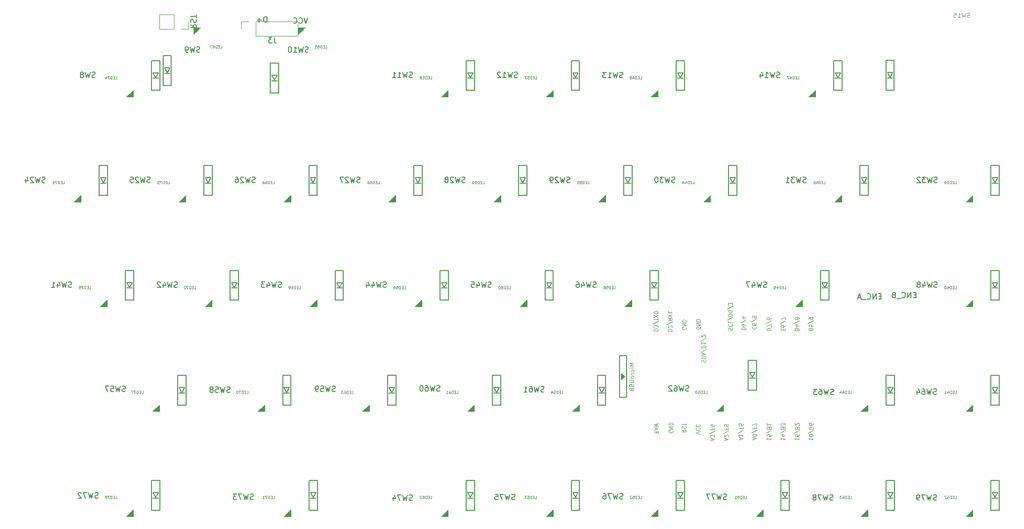
<source format=gbr>
%TF.GenerationSoftware,KiCad,Pcbnew,8.0.8*%
%TF.CreationDate,2025-04-15T16:41:43+09:00*%
%TF.ProjectId,sswkbd_right,7373776b-6264-45f7-9269-6768742e6b69,rev?*%
%TF.SameCoordinates,Original*%
%TF.FileFunction,Legend,Bot*%
%TF.FilePolarity,Positive*%
%FSLAX46Y46*%
G04 Gerber Fmt 4.6, Leading zero omitted, Abs format (unit mm)*
G04 Created by KiCad (PCBNEW 8.0.8) date 2025-04-15 16:41:43*
%MOMM*%
%LPD*%
G01*
G04 APERTURE LIST*
%ADD10C,0.150000*%
%ADD11C,0.125000*%
%ADD12C,0.120000*%
%ADD13C,0.100000*%
%ADD14C,0.050000*%
G04 APERTURE END LIST*
D10*
X220855380Y-66943219D02*
X221331571Y-67276552D01*
X220855380Y-67514647D02*
X221855380Y-67514647D01*
X221855380Y-67514647D02*
X221855380Y-67133695D01*
X221855380Y-67133695D02*
X221807761Y-67038457D01*
X221807761Y-67038457D02*
X221760142Y-66990838D01*
X221760142Y-66990838D02*
X221664904Y-66943219D01*
X221664904Y-66943219D02*
X221522047Y-66943219D01*
X221522047Y-66943219D02*
X221426809Y-66990838D01*
X221426809Y-66990838D02*
X221379190Y-67038457D01*
X221379190Y-67038457D02*
X221331571Y-67133695D01*
X221331571Y-67133695D02*
X221331571Y-67514647D01*
X220903000Y-66562266D02*
X220855380Y-66419409D01*
X220855380Y-66419409D02*
X220855380Y-66181314D01*
X220855380Y-66181314D02*
X220903000Y-66086076D01*
X220903000Y-66086076D02*
X220950619Y-66038457D01*
X220950619Y-66038457D02*
X221045857Y-65990838D01*
X221045857Y-65990838D02*
X221141095Y-65990838D01*
X221141095Y-65990838D02*
X221236333Y-66038457D01*
X221236333Y-66038457D02*
X221283952Y-66086076D01*
X221283952Y-66086076D02*
X221331571Y-66181314D01*
X221331571Y-66181314D02*
X221379190Y-66371790D01*
X221379190Y-66371790D02*
X221426809Y-66467028D01*
X221426809Y-66467028D02*
X221474428Y-66514647D01*
X221474428Y-66514647D02*
X221569666Y-66562266D01*
X221569666Y-66562266D02*
X221664904Y-66562266D01*
X221664904Y-66562266D02*
X221760142Y-66514647D01*
X221760142Y-66514647D02*
X221807761Y-66467028D01*
X221807761Y-66467028D02*
X221855380Y-66371790D01*
X221855380Y-66371790D02*
X221855380Y-66133695D01*
X221855380Y-66133695D02*
X221807761Y-65990838D01*
X221855380Y-65705123D02*
X221855380Y-65133695D01*
X220855380Y-65419409D02*
X221855380Y-65419409D01*
X234638620Y-66494019D02*
X234638620Y-65494019D01*
X234638620Y-65494019D02*
X234400525Y-65494019D01*
X234400525Y-65494019D02*
X234257668Y-65541638D01*
X234257668Y-65541638D02*
X234162430Y-65636876D01*
X234162430Y-65636876D02*
X234114811Y-65732114D01*
X234114811Y-65732114D02*
X234067192Y-65922590D01*
X234067192Y-65922590D02*
X234067192Y-66065447D01*
X234067192Y-66065447D02*
X234114811Y-66255923D01*
X234114811Y-66255923D02*
X234162430Y-66351161D01*
X234162430Y-66351161D02*
X234257668Y-66446400D01*
X234257668Y-66446400D02*
X234400525Y-66494019D01*
X234400525Y-66494019D02*
X234638620Y-66494019D01*
X233638620Y-66113066D02*
X232876716Y-66113066D01*
X233257668Y-66494019D02*
X233257668Y-65732114D01*
X345865220Y-116160609D02*
X345531887Y-116160609D01*
X345389030Y-116684419D02*
X345865220Y-116684419D01*
X345865220Y-116684419D02*
X345865220Y-115684419D01*
X345865220Y-115684419D02*
X345389030Y-115684419D01*
X344960458Y-116684419D02*
X344960458Y-115684419D01*
X344960458Y-115684419D02*
X344389030Y-116684419D01*
X344389030Y-116684419D02*
X344389030Y-115684419D01*
X343341411Y-116589180D02*
X343389030Y-116636800D01*
X343389030Y-116636800D02*
X343531887Y-116684419D01*
X343531887Y-116684419D02*
X343627125Y-116684419D01*
X343627125Y-116684419D02*
X343769982Y-116636800D01*
X343769982Y-116636800D02*
X343865220Y-116541561D01*
X343865220Y-116541561D02*
X343912839Y-116446323D01*
X343912839Y-116446323D02*
X343960458Y-116255847D01*
X343960458Y-116255847D02*
X343960458Y-116112990D01*
X343960458Y-116112990D02*
X343912839Y-115922514D01*
X343912839Y-115922514D02*
X343865220Y-115827276D01*
X343865220Y-115827276D02*
X343769982Y-115732038D01*
X343769982Y-115732038D02*
X343627125Y-115684419D01*
X343627125Y-115684419D02*
X343531887Y-115684419D01*
X343531887Y-115684419D02*
X343389030Y-115732038D01*
X343389030Y-115732038D02*
X343341411Y-115779657D01*
X343150935Y-116779657D02*
X342389030Y-116779657D01*
X342198553Y-116398704D02*
X341722363Y-116398704D01*
X342293791Y-116684419D02*
X341960458Y-115684419D01*
X341960458Y-115684419D02*
X341627125Y-116684419D01*
X242045877Y-65722619D02*
X241712544Y-66722619D01*
X241712544Y-66722619D02*
X241379211Y-65722619D01*
X240474449Y-66627380D02*
X240522068Y-66675000D01*
X240522068Y-66675000D02*
X240664925Y-66722619D01*
X240664925Y-66722619D02*
X240760163Y-66722619D01*
X240760163Y-66722619D02*
X240903020Y-66675000D01*
X240903020Y-66675000D02*
X240998258Y-66579761D01*
X240998258Y-66579761D02*
X241045877Y-66484523D01*
X241045877Y-66484523D02*
X241093496Y-66294047D01*
X241093496Y-66294047D02*
X241093496Y-66151190D01*
X241093496Y-66151190D02*
X241045877Y-65960714D01*
X241045877Y-65960714D02*
X240998258Y-65865476D01*
X240998258Y-65865476D02*
X240903020Y-65770238D01*
X240903020Y-65770238D02*
X240760163Y-65722619D01*
X240760163Y-65722619D02*
X240664925Y-65722619D01*
X240664925Y-65722619D02*
X240522068Y-65770238D01*
X240522068Y-65770238D02*
X240474449Y-65817857D01*
X239474449Y-66627380D02*
X239522068Y-66675000D01*
X239522068Y-66675000D02*
X239664925Y-66722619D01*
X239664925Y-66722619D02*
X239760163Y-66722619D01*
X239760163Y-66722619D02*
X239903020Y-66675000D01*
X239903020Y-66675000D02*
X239998258Y-66579761D01*
X239998258Y-66579761D02*
X240045877Y-66484523D01*
X240045877Y-66484523D02*
X240093496Y-66294047D01*
X240093496Y-66294047D02*
X240093496Y-66151190D01*
X240093496Y-66151190D02*
X240045877Y-65960714D01*
X240045877Y-65960714D02*
X239998258Y-65865476D01*
X239998258Y-65865476D02*
X239903020Y-65770238D01*
X239903020Y-65770238D02*
X239760163Y-65722619D01*
X239760163Y-65722619D02*
X239664925Y-65722619D01*
X239664925Y-65722619D02*
X239522068Y-65770238D01*
X239522068Y-65770238D02*
X239474449Y-65817857D01*
X352164420Y-115932009D02*
X351831087Y-115932009D01*
X351688230Y-116455819D02*
X352164420Y-116455819D01*
X352164420Y-116455819D02*
X352164420Y-115455819D01*
X352164420Y-115455819D02*
X351688230Y-115455819D01*
X351259658Y-116455819D02*
X351259658Y-115455819D01*
X351259658Y-115455819D02*
X350688230Y-116455819D01*
X350688230Y-116455819D02*
X350688230Y-115455819D01*
X349640611Y-116360580D02*
X349688230Y-116408200D01*
X349688230Y-116408200D02*
X349831087Y-116455819D01*
X349831087Y-116455819D02*
X349926325Y-116455819D01*
X349926325Y-116455819D02*
X350069182Y-116408200D01*
X350069182Y-116408200D02*
X350164420Y-116312961D01*
X350164420Y-116312961D02*
X350212039Y-116217723D01*
X350212039Y-116217723D02*
X350259658Y-116027247D01*
X350259658Y-116027247D02*
X350259658Y-115884390D01*
X350259658Y-115884390D02*
X350212039Y-115693914D01*
X350212039Y-115693914D02*
X350164420Y-115598676D01*
X350164420Y-115598676D02*
X350069182Y-115503438D01*
X350069182Y-115503438D02*
X349926325Y-115455819D01*
X349926325Y-115455819D02*
X349831087Y-115455819D01*
X349831087Y-115455819D02*
X349688230Y-115503438D01*
X349688230Y-115503438D02*
X349640611Y-115551057D01*
X349450135Y-116551057D02*
X348688230Y-116551057D01*
X348116801Y-115932009D02*
X347973944Y-115979628D01*
X347973944Y-115979628D02*
X347926325Y-116027247D01*
X347926325Y-116027247D02*
X347878706Y-116122485D01*
X347878706Y-116122485D02*
X347878706Y-116265342D01*
X347878706Y-116265342D02*
X347926325Y-116360580D01*
X347926325Y-116360580D02*
X347973944Y-116408200D01*
X347973944Y-116408200D02*
X348069182Y-116455819D01*
X348069182Y-116455819D02*
X348450134Y-116455819D01*
X348450134Y-116455819D02*
X348450134Y-115455819D01*
X348450134Y-115455819D02*
X348116801Y-115455819D01*
X348116801Y-115455819D02*
X348021563Y-115503438D01*
X348021563Y-115503438D02*
X347973944Y-115551057D01*
X347973944Y-115551057D02*
X347926325Y-115646295D01*
X347926325Y-115646295D02*
X347926325Y-115741533D01*
X347926325Y-115741533D02*
X347973944Y-115836771D01*
X347973944Y-115836771D02*
X348021563Y-115884390D01*
X348021563Y-115884390D02*
X348116801Y-115932009D01*
X348116801Y-115932009D02*
X348450134Y-115932009D01*
X299109523Y-76532200D02*
X298966666Y-76579819D01*
X298966666Y-76579819D02*
X298728571Y-76579819D01*
X298728571Y-76579819D02*
X298633333Y-76532200D01*
X298633333Y-76532200D02*
X298585714Y-76484580D01*
X298585714Y-76484580D02*
X298538095Y-76389342D01*
X298538095Y-76389342D02*
X298538095Y-76294104D01*
X298538095Y-76294104D02*
X298585714Y-76198866D01*
X298585714Y-76198866D02*
X298633333Y-76151247D01*
X298633333Y-76151247D02*
X298728571Y-76103628D01*
X298728571Y-76103628D02*
X298919047Y-76056009D01*
X298919047Y-76056009D02*
X299014285Y-76008390D01*
X299014285Y-76008390D02*
X299061904Y-75960771D01*
X299061904Y-75960771D02*
X299109523Y-75865533D01*
X299109523Y-75865533D02*
X299109523Y-75770295D01*
X299109523Y-75770295D02*
X299061904Y-75675057D01*
X299061904Y-75675057D02*
X299014285Y-75627438D01*
X299014285Y-75627438D02*
X298919047Y-75579819D01*
X298919047Y-75579819D02*
X298680952Y-75579819D01*
X298680952Y-75579819D02*
X298538095Y-75627438D01*
X298204761Y-75579819D02*
X297966666Y-76579819D01*
X297966666Y-76579819D02*
X297776190Y-75865533D01*
X297776190Y-75865533D02*
X297585714Y-76579819D01*
X297585714Y-76579819D02*
X297347619Y-75579819D01*
X296442857Y-76579819D02*
X297014285Y-76579819D01*
X296728571Y-76579819D02*
X296728571Y-75579819D01*
X296728571Y-75579819D02*
X296823809Y-75722676D01*
X296823809Y-75722676D02*
X296919047Y-75817914D01*
X296919047Y-75817914D02*
X297014285Y-75865533D01*
X296109523Y-75579819D02*
X295490476Y-75579819D01*
X295490476Y-75579819D02*
X295823809Y-75960771D01*
X295823809Y-75960771D02*
X295680952Y-75960771D01*
X295680952Y-75960771D02*
X295585714Y-76008390D01*
X295585714Y-76008390D02*
X295538095Y-76056009D01*
X295538095Y-76056009D02*
X295490476Y-76151247D01*
X295490476Y-76151247D02*
X295490476Y-76389342D01*
X295490476Y-76389342D02*
X295538095Y-76484580D01*
X295538095Y-76484580D02*
X295585714Y-76532200D01*
X295585714Y-76532200D02*
X295680952Y-76579819D01*
X295680952Y-76579819D02*
X295966666Y-76579819D01*
X295966666Y-76579819D02*
X296061904Y-76532200D01*
X296061904Y-76532200D02*
X296109523Y-76484580D01*
X270513923Y-95504400D02*
X270371066Y-95552019D01*
X270371066Y-95552019D02*
X270132971Y-95552019D01*
X270132971Y-95552019D02*
X270037733Y-95504400D01*
X270037733Y-95504400D02*
X269990114Y-95456780D01*
X269990114Y-95456780D02*
X269942495Y-95361542D01*
X269942495Y-95361542D02*
X269942495Y-95266304D01*
X269942495Y-95266304D02*
X269990114Y-95171066D01*
X269990114Y-95171066D02*
X270037733Y-95123447D01*
X270037733Y-95123447D02*
X270132971Y-95075828D01*
X270132971Y-95075828D02*
X270323447Y-95028209D01*
X270323447Y-95028209D02*
X270418685Y-94980590D01*
X270418685Y-94980590D02*
X270466304Y-94932971D01*
X270466304Y-94932971D02*
X270513923Y-94837733D01*
X270513923Y-94837733D02*
X270513923Y-94742495D01*
X270513923Y-94742495D02*
X270466304Y-94647257D01*
X270466304Y-94647257D02*
X270418685Y-94599638D01*
X270418685Y-94599638D02*
X270323447Y-94552019D01*
X270323447Y-94552019D02*
X270085352Y-94552019D01*
X270085352Y-94552019D02*
X269942495Y-94599638D01*
X269609161Y-94552019D02*
X269371066Y-95552019D01*
X269371066Y-95552019D02*
X269180590Y-94837733D01*
X269180590Y-94837733D02*
X268990114Y-95552019D01*
X268990114Y-95552019D02*
X268752019Y-94552019D01*
X268418685Y-94647257D02*
X268371066Y-94599638D01*
X268371066Y-94599638D02*
X268275828Y-94552019D01*
X268275828Y-94552019D02*
X268037733Y-94552019D01*
X268037733Y-94552019D02*
X267942495Y-94599638D01*
X267942495Y-94599638D02*
X267894876Y-94647257D01*
X267894876Y-94647257D02*
X267847257Y-94742495D01*
X267847257Y-94742495D02*
X267847257Y-94837733D01*
X267847257Y-94837733D02*
X267894876Y-94980590D01*
X267894876Y-94980590D02*
X268466304Y-95552019D01*
X268466304Y-95552019D02*
X267847257Y-95552019D01*
X267275828Y-94980590D02*
X267371066Y-94932971D01*
X267371066Y-94932971D02*
X267418685Y-94885352D01*
X267418685Y-94885352D02*
X267466304Y-94790114D01*
X267466304Y-94790114D02*
X267466304Y-94742495D01*
X267466304Y-94742495D02*
X267418685Y-94647257D01*
X267418685Y-94647257D02*
X267371066Y-94599638D01*
X267371066Y-94599638D02*
X267275828Y-94552019D01*
X267275828Y-94552019D02*
X267085352Y-94552019D01*
X267085352Y-94552019D02*
X266990114Y-94599638D01*
X266990114Y-94599638D02*
X266942495Y-94647257D01*
X266942495Y-94647257D02*
X266894876Y-94742495D01*
X266894876Y-94742495D02*
X266894876Y-94790114D01*
X266894876Y-94790114D02*
X266942495Y-94885352D01*
X266942495Y-94885352D02*
X266990114Y-94932971D01*
X266990114Y-94932971D02*
X267085352Y-94980590D01*
X267085352Y-94980590D02*
X267275828Y-94980590D01*
X267275828Y-94980590D02*
X267371066Y-95028209D01*
X267371066Y-95028209D02*
X267418685Y-95075828D01*
X267418685Y-95075828D02*
X267466304Y-95171066D01*
X267466304Y-95171066D02*
X267466304Y-95361542D01*
X267466304Y-95361542D02*
X267418685Y-95456780D01*
X267418685Y-95456780D02*
X267371066Y-95504400D01*
X267371066Y-95504400D02*
X267275828Y-95552019D01*
X267275828Y-95552019D02*
X267085352Y-95552019D01*
X267085352Y-95552019D02*
X266990114Y-95504400D01*
X266990114Y-95504400D02*
X266942495Y-95456780D01*
X266942495Y-95456780D02*
X266894876Y-95361542D01*
X266894876Y-95361542D02*
X266894876Y-95171066D01*
X266894876Y-95171066D02*
X266942495Y-95075828D01*
X266942495Y-95075828D02*
X266990114Y-95028209D01*
X266990114Y-95028209D02*
X267085352Y-94980590D01*
X279558523Y-152985400D02*
X279415666Y-153033019D01*
X279415666Y-153033019D02*
X279177571Y-153033019D01*
X279177571Y-153033019D02*
X279082333Y-152985400D01*
X279082333Y-152985400D02*
X279034714Y-152937780D01*
X279034714Y-152937780D02*
X278987095Y-152842542D01*
X278987095Y-152842542D02*
X278987095Y-152747304D01*
X278987095Y-152747304D02*
X279034714Y-152652066D01*
X279034714Y-152652066D02*
X279082333Y-152604447D01*
X279082333Y-152604447D02*
X279177571Y-152556828D01*
X279177571Y-152556828D02*
X279368047Y-152509209D01*
X279368047Y-152509209D02*
X279463285Y-152461590D01*
X279463285Y-152461590D02*
X279510904Y-152413971D01*
X279510904Y-152413971D02*
X279558523Y-152318733D01*
X279558523Y-152318733D02*
X279558523Y-152223495D01*
X279558523Y-152223495D02*
X279510904Y-152128257D01*
X279510904Y-152128257D02*
X279463285Y-152080638D01*
X279463285Y-152080638D02*
X279368047Y-152033019D01*
X279368047Y-152033019D02*
X279129952Y-152033019D01*
X279129952Y-152033019D02*
X278987095Y-152080638D01*
X278653761Y-152033019D02*
X278415666Y-153033019D01*
X278415666Y-153033019D02*
X278225190Y-152318733D01*
X278225190Y-152318733D02*
X278034714Y-153033019D01*
X278034714Y-153033019D02*
X277796619Y-152033019D01*
X277510904Y-152033019D02*
X276844238Y-152033019D01*
X276844238Y-152033019D02*
X277272809Y-153033019D01*
X275987095Y-152033019D02*
X276463285Y-152033019D01*
X276463285Y-152033019D02*
X276510904Y-152509209D01*
X276510904Y-152509209D02*
X276463285Y-152461590D01*
X276463285Y-152461590D02*
X276368047Y-152413971D01*
X276368047Y-152413971D02*
X276129952Y-152413971D01*
X276129952Y-152413971D02*
X276034714Y-152461590D01*
X276034714Y-152461590D02*
X275987095Y-152509209D01*
X275987095Y-152509209D02*
X275939476Y-152604447D01*
X275939476Y-152604447D02*
X275939476Y-152842542D01*
X275939476Y-152842542D02*
X275987095Y-152937780D01*
X275987095Y-152937780D02*
X276034714Y-152985400D01*
X276034714Y-152985400D02*
X276129952Y-153033019D01*
X276129952Y-153033019D02*
X276368047Y-153033019D01*
X276368047Y-153033019D02*
X276463285Y-152985400D01*
X276463285Y-152985400D02*
X276510904Y-152937780D01*
X203537732Y-76504400D02*
X203394875Y-76552019D01*
X203394875Y-76552019D02*
X203156780Y-76552019D01*
X203156780Y-76552019D02*
X203061542Y-76504400D01*
X203061542Y-76504400D02*
X203013923Y-76456780D01*
X203013923Y-76456780D02*
X202966304Y-76361542D01*
X202966304Y-76361542D02*
X202966304Y-76266304D01*
X202966304Y-76266304D02*
X203013923Y-76171066D01*
X203013923Y-76171066D02*
X203061542Y-76123447D01*
X203061542Y-76123447D02*
X203156780Y-76075828D01*
X203156780Y-76075828D02*
X203347256Y-76028209D01*
X203347256Y-76028209D02*
X203442494Y-75980590D01*
X203442494Y-75980590D02*
X203490113Y-75932971D01*
X203490113Y-75932971D02*
X203537732Y-75837733D01*
X203537732Y-75837733D02*
X203537732Y-75742495D01*
X203537732Y-75742495D02*
X203490113Y-75647257D01*
X203490113Y-75647257D02*
X203442494Y-75599638D01*
X203442494Y-75599638D02*
X203347256Y-75552019D01*
X203347256Y-75552019D02*
X203109161Y-75552019D01*
X203109161Y-75552019D02*
X202966304Y-75599638D01*
X202632970Y-75552019D02*
X202394875Y-76552019D01*
X202394875Y-76552019D02*
X202204399Y-75837733D01*
X202204399Y-75837733D02*
X202013923Y-76552019D01*
X202013923Y-76552019D02*
X201775828Y-75552019D01*
X201252018Y-75980590D02*
X201347256Y-75932971D01*
X201347256Y-75932971D02*
X201394875Y-75885352D01*
X201394875Y-75885352D02*
X201442494Y-75790114D01*
X201442494Y-75790114D02*
X201442494Y-75742495D01*
X201442494Y-75742495D02*
X201394875Y-75647257D01*
X201394875Y-75647257D02*
X201347256Y-75599638D01*
X201347256Y-75599638D02*
X201252018Y-75552019D01*
X201252018Y-75552019D02*
X201061542Y-75552019D01*
X201061542Y-75552019D02*
X200966304Y-75599638D01*
X200966304Y-75599638D02*
X200918685Y-75647257D01*
X200918685Y-75647257D02*
X200871066Y-75742495D01*
X200871066Y-75742495D02*
X200871066Y-75790114D01*
X200871066Y-75790114D02*
X200918685Y-75885352D01*
X200918685Y-75885352D02*
X200966304Y-75932971D01*
X200966304Y-75932971D02*
X201061542Y-75980590D01*
X201061542Y-75980590D02*
X201252018Y-75980590D01*
X201252018Y-75980590D02*
X201347256Y-76028209D01*
X201347256Y-76028209D02*
X201394875Y-76075828D01*
X201394875Y-76075828D02*
X201442494Y-76171066D01*
X201442494Y-76171066D02*
X201442494Y-76361542D01*
X201442494Y-76361542D02*
X201394875Y-76456780D01*
X201394875Y-76456780D02*
X201347256Y-76504400D01*
X201347256Y-76504400D02*
X201252018Y-76552019D01*
X201252018Y-76552019D02*
X201061542Y-76552019D01*
X201061542Y-76552019D02*
X200966304Y-76504400D01*
X200966304Y-76504400D02*
X200918685Y-76456780D01*
X200918685Y-76456780D02*
X200871066Y-76361542D01*
X200871066Y-76361542D02*
X200871066Y-76171066D01*
X200871066Y-76171066D02*
X200918685Y-76075828D01*
X200918685Y-76075828D02*
X200966304Y-76028209D01*
X200966304Y-76028209D02*
X201061542Y-75980590D01*
X232513923Y-95504400D02*
X232371066Y-95552019D01*
X232371066Y-95552019D02*
X232132971Y-95552019D01*
X232132971Y-95552019D02*
X232037733Y-95504400D01*
X232037733Y-95504400D02*
X231990114Y-95456780D01*
X231990114Y-95456780D02*
X231942495Y-95361542D01*
X231942495Y-95361542D02*
X231942495Y-95266304D01*
X231942495Y-95266304D02*
X231990114Y-95171066D01*
X231990114Y-95171066D02*
X232037733Y-95123447D01*
X232037733Y-95123447D02*
X232132971Y-95075828D01*
X232132971Y-95075828D02*
X232323447Y-95028209D01*
X232323447Y-95028209D02*
X232418685Y-94980590D01*
X232418685Y-94980590D02*
X232466304Y-94932971D01*
X232466304Y-94932971D02*
X232513923Y-94837733D01*
X232513923Y-94837733D02*
X232513923Y-94742495D01*
X232513923Y-94742495D02*
X232466304Y-94647257D01*
X232466304Y-94647257D02*
X232418685Y-94599638D01*
X232418685Y-94599638D02*
X232323447Y-94552019D01*
X232323447Y-94552019D02*
X232085352Y-94552019D01*
X232085352Y-94552019D02*
X231942495Y-94599638D01*
X231609161Y-94552019D02*
X231371066Y-95552019D01*
X231371066Y-95552019D02*
X231180590Y-94837733D01*
X231180590Y-94837733D02*
X230990114Y-95552019D01*
X230990114Y-95552019D02*
X230752019Y-94552019D01*
X230418685Y-94647257D02*
X230371066Y-94599638D01*
X230371066Y-94599638D02*
X230275828Y-94552019D01*
X230275828Y-94552019D02*
X230037733Y-94552019D01*
X230037733Y-94552019D02*
X229942495Y-94599638D01*
X229942495Y-94599638D02*
X229894876Y-94647257D01*
X229894876Y-94647257D02*
X229847257Y-94742495D01*
X229847257Y-94742495D02*
X229847257Y-94837733D01*
X229847257Y-94837733D02*
X229894876Y-94980590D01*
X229894876Y-94980590D02*
X230466304Y-95552019D01*
X230466304Y-95552019D02*
X229847257Y-95552019D01*
X228990114Y-94552019D02*
X229180590Y-94552019D01*
X229180590Y-94552019D02*
X229275828Y-94599638D01*
X229275828Y-94599638D02*
X229323447Y-94647257D01*
X229323447Y-94647257D02*
X229418685Y-94790114D01*
X229418685Y-94790114D02*
X229466304Y-94980590D01*
X229466304Y-94980590D02*
X229466304Y-95361542D01*
X229466304Y-95361542D02*
X229418685Y-95456780D01*
X229418685Y-95456780D02*
X229371066Y-95504400D01*
X229371066Y-95504400D02*
X229275828Y-95552019D01*
X229275828Y-95552019D02*
X229085352Y-95552019D01*
X229085352Y-95552019D02*
X228990114Y-95504400D01*
X228990114Y-95504400D02*
X228942495Y-95456780D01*
X228942495Y-95456780D02*
X228894876Y-95361542D01*
X228894876Y-95361542D02*
X228894876Y-95123447D01*
X228894876Y-95123447D02*
X228942495Y-95028209D01*
X228942495Y-95028209D02*
X228990114Y-94980590D01*
X228990114Y-94980590D02*
X229085352Y-94932971D01*
X229085352Y-94932971D02*
X229275828Y-94932971D01*
X229275828Y-94932971D02*
X229371066Y-94980590D01*
X229371066Y-94980590D02*
X229418685Y-95028209D01*
X229418685Y-95028209D02*
X229466304Y-95123447D01*
X289513923Y-95504400D02*
X289371066Y-95552019D01*
X289371066Y-95552019D02*
X289132971Y-95552019D01*
X289132971Y-95552019D02*
X289037733Y-95504400D01*
X289037733Y-95504400D02*
X288990114Y-95456780D01*
X288990114Y-95456780D02*
X288942495Y-95361542D01*
X288942495Y-95361542D02*
X288942495Y-95266304D01*
X288942495Y-95266304D02*
X288990114Y-95171066D01*
X288990114Y-95171066D02*
X289037733Y-95123447D01*
X289037733Y-95123447D02*
X289132971Y-95075828D01*
X289132971Y-95075828D02*
X289323447Y-95028209D01*
X289323447Y-95028209D02*
X289418685Y-94980590D01*
X289418685Y-94980590D02*
X289466304Y-94932971D01*
X289466304Y-94932971D02*
X289513923Y-94837733D01*
X289513923Y-94837733D02*
X289513923Y-94742495D01*
X289513923Y-94742495D02*
X289466304Y-94647257D01*
X289466304Y-94647257D02*
X289418685Y-94599638D01*
X289418685Y-94599638D02*
X289323447Y-94552019D01*
X289323447Y-94552019D02*
X289085352Y-94552019D01*
X289085352Y-94552019D02*
X288942495Y-94599638D01*
X288609161Y-94552019D02*
X288371066Y-95552019D01*
X288371066Y-95552019D02*
X288180590Y-94837733D01*
X288180590Y-94837733D02*
X287990114Y-95552019D01*
X287990114Y-95552019D02*
X287752019Y-94552019D01*
X287418685Y-94647257D02*
X287371066Y-94599638D01*
X287371066Y-94599638D02*
X287275828Y-94552019D01*
X287275828Y-94552019D02*
X287037733Y-94552019D01*
X287037733Y-94552019D02*
X286942495Y-94599638D01*
X286942495Y-94599638D02*
X286894876Y-94647257D01*
X286894876Y-94647257D02*
X286847257Y-94742495D01*
X286847257Y-94742495D02*
X286847257Y-94837733D01*
X286847257Y-94837733D02*
X286894876Y-94980590D01*
X286894876Y-94980590D02*
X287466304Y-95552019D01*
X287466304Y-95552019D02*
X286847257Y-95552019D01*
X286371066Y-95552019D02*
X286180590Y-95552019D01*
X286180590Y-95552019D02*
X286085352Y-95504400D01*
X286085352Y-95504400D02*
X286037733Y-95456780D01*
X286037733Y-95456780D02*
X285942495Y-95313923D01*
X285942495Y-95313923D02*
X285894876Y-95123447D01*
X285894876Y-95123447D02*
X285894876Y-94742495D01*
X285894876Y-94742495D02*
X285942495Y-94647257D01*
X285942495Y-94647257D02*
X285990114Y-94599638D01*
X285990114Y-94599638D02*
X286085352Y-94552019D01*
X286085352Y-94552019D02*
X286275828Y-94552019D01*
X286275828Y-94552019D02*
X286371066Y-94599638D01*
X286371066Y-94599638D02*
X286418685Y-94647257D01*
X286418685Y-94647257D02*
X286466304Y-94742495D01*
X286466304Y-94742495D02*
X286466304Y-94980590D01*
X286466304Y-94980590D02*
X286418685Y-95075828D01*
X286418685Y-95075828D02*
X286371066Y-95123447D01*
X286371066Y-95123447D02*
X286275828Y-95171066D01*
X286275828Y-95171066D02*
X286085352Y-95171066D01*
X286085352Y-95171066D02*
X285990114Y-95123447D01*
X285990114Y-95123447D02*
X285942495Y-95075828D01*
X285942495Y-95075828D02*
X285894876Y-94980590D01*
X199294523Y-114504000D02*
X199151666Y-114551619D01*
X199151666Y-114551619D02*
X198913571Y-114551619D01*
X198913571Y-114551619D02*
X198818333Y-114504000D01*
X198818333Y-114504000D02*
X198770714Y-114456380D01*
X198770714Y-114456380D02*
X198723095Y-114361142D01*
X198723095Y-114361142D02*
X198723095Y-114265904D01*
X198723095Y-114265904D02*
X198770714Y-114170666D01*
X198770714Y-114170666D02*
X198818333Y-114123047D01*
X198818333Y-114123047D02*
X198913571Y-114075428D01*
X198913571Y-114075428D02*
X199104047Y-114027809D01*
X199104047Y-114027809D02*
X199199285Y-113980190D01*
X199199285Y-113980190D02*
X199246904Y-113932571D01*
X199246904Y-113932571D02*
X199294523Y-113837333D01*
X199294523Y-113837333D02*
X199294523Y-113742095D01*
X199294523Y-113742095D02*
X199246904Y-113646857D01*
X199246904Y-113646857D02*
X199199285Y-113599238D01*
X199199285Y-113599238D02*
X199104047Y-113551619D01*
X199104047Y-113551619D02*
X198865952Y-113551619D01*
X198865952Y-113551619D02*
X198723095Y-113599238D01*
X198389761Y-113551619D02*
X198151666Y-114551619D01*
X198151666Y-114551619D02*
X197961190Y-113837333D01*
X197961190Y-113837333D02*
X197770714Y-114551619D01*
X197770714Y-114551619D02*
X197532619Y-113551619D01*
X196723095Y-113884952D02*
X196723095Y-114551619D01*
X196961190Y-113504000D02*
X197199285Y-114218285D01*
X197199285Y-114218285D02*
X196580238Y-114218285D01*
X195675476Y-114551619D02*
X196246904Y-114551619D01*
X195961190Y-114551619D02*
X195961190Y-113551619D01*
X195961190Y-113551619D02*
X196056428Y-113694476D01*
X196056428Y-113694476D02*
X196151666Y-113789714D01*
X196151666Y-113789714D02*
X196246904Y-113837333D01*
X317887123Y-152934600D02*
X317744266Y-152982219D01*
X317744266Y-152982219D02*
X317506171Y-152982219D01*
X317506171Y-152982219D02*
X317410933Y-152934600D01*
X317410933Y-152934600D02*
X317363314Y-152886980D01*
X317363314Y-152886980D02*
X317315695Y-152791742D01*
X317315695Y-152791742D02*
X317315695Y-152696504D01*
X317315695Y-152696504D02*
X317363314Y-152601266D01*
X317363314Y-152601266D02*
X317410933Y-152553647D01*
X317410933Y-152553647D02*
X317506171Y-152506028D01*
X317506171Y-152506028D02*
X317696647Y-152458409D01*
X317696647Y-152458409D02*
X317791885Y-152410790D01*
X317791885Y-152410790D02*
X317839504Y-152363171D01*
X317839504Y-152363171D02*
X317887123Y-152267933D01*
X317887123Y-152267933D02*
X317887123Y-152172695D01*
X317887123Y-152172695D02*
X317839504Y-152077457D01*
X317839504Y-152077457D02*
X317791885Y-152029838D01*
X317791885Y-152029838D02*
X317696647Y-151982219D01*
X317696647Y-151982219D02*
X317458552Y-151982219D01*
X317458552Y-151982219D02*
X317315695Y-152029838D01*
X316982361Y-151982219D02*
X316744266Y-152982219D01*
X316744266Y-152982219D02*
X316553790Y-152267933D01*
X316553790Y-152267933D02*
X316363314Y-152982219D01*
X316363314Y-152982219D02*
X316125219Y-151982219D01*
X315839504Y-151982219D02*
X315172838Y-151982219D01*
X315172838Y-151982219D02*
X315601409Y-152982219D01*
X314887123Y-151982219D02*
X314220457Y-151982219D01*
X314220457Y-151982219D02*
X314649028Y-152982219D01*
X232187523Y-152934600D02*
X232044666Y-152982219D01*
X232044666Y-152982219D02*
X231806571Y-152982219D01*
X231806571Y-152982219D02*
X231711333Y-152934600D01*
X231711333Y-152934600D02*
X231663714Y-152886980D01*
X231663714Y-152886980D02*
X231616095Y-152791742D01*
X231616095Y-152791742D02*
X231616095Y-152696504D01*
X231616095Y-152696504D02*
X231663714Y-152601266D01*
X231663714Y-152601266D02*
X231711333Y-152553647D01*
X231711333Y-152553647D02*
X231806571Y-152506028D01*
X231806571Y-152506028D02*
X231997047Y-152458409D01*
X231997047Y-152458409D02*
X232092285Y-152410790D01*
X232092285Y-152410790D02*
X232139904Y-152363171D01*
X232139904Y-152363171D02*
X232187523Y-152267933D01*
X232187523Y-152267933D02*
X232187523Y-152172695D01*
X232187523Y-152172695D02*
X232139904Y-152077457D01*
X232139904Y-152077457D02*
X232092285Y-152029838D01*
X232092285Y-152029838D02*
X231997047Y-151982219D01*
X231997047Y-151982219D02*
X231758952Y-151982219D01*
X231758952Y-151982219D02*
X231616095Y-152029838D01*
X231282761Y-151982219D02*
X231044666Y-152982219D01*
X231044666Y-152982219D02*
X230854190Y-152267933D01*
X230854190Y-152267933D02*
X230663714Y-152982219D01*
X230663714Y-152982219D02*
X230425619Y-151982219D01*
X230139904Y-151982219D02*
X229473238Y-151982219D01*
X229473238Y-151982219D02*
X229901809Y-152982219D01*
X229187523Y-151982219D02*
X228568476Y-151982219D01*
X228568476Y-151982219D02*
X228901809Y-152363171D01*
X228901809Y-152363171D02*
X228758952Y-152363171D01*
X228758952Y-152363171D02*
X228663714Y-152410790D01*
X228663714Y-152410790D02*
X228616095Y-152458409D01*
X228616095Y-152458409D02*
X228568476Y-152553647D01*
X228568476Y-152553647D02*
X228568476Y-152791742D01*
X228568476Y-152791742D02*
X228616095Y-152886980D01*
X228616095Y-152886980D02*
X228663714Y-152934600D01*
X228663714Y-152934600D02*
X228758952Y-152982219D01*
X228758952Y-152982219D02*
X229044666Y-152982219D01*
X229044666Y-152982219D02*
X229139904Y-152934600D01*
X229139904Y-152934600D02*
X229187523Y-152886980D01*
X237263923Y-114504400D02*
X237121066Y-114552019D01*
X237121066Y-114552019D02*
X236882971Y-114552019D01*
X236882971Y-114552019D02*
X236787733Y-114504400D01*
X236787733Y-114504400D02*
X236740114Y-114456780D01*
X236740114Y-114456780D02*
X236692495Y-114361542D01*
X236692495Y-114361542D02*
X236692495Y-114266304D01*
X236692495Y-114266304D02*
X236740114Y-114171066D01*
X236740114Y-114171066D02*
X236787733Y-114123447D01*
X236787733Y-114123447D02*
X236882971Y-114075828D01*
X236882971Y-114075828D02*
X237073447Y-114028209D01*
X237073447Y-114028209D02*
X237168685Y-113980590D01*
X237168685Y-113980590D02*
X237216304Y-113932971D01*
X237216304Y-113932971D02*
X237263923Y-113837733D01*
X237263923Y-113837733D02*
X237263923Y-113742495D01*
X237263923Y-113742495D02*
X237216304Y-113647257D01*
X237216304Y-113647257D02*
X237168685Y-113599638D01*
X237168685Y-113599638D02*
X237073447Y-113552019D01*
X237073447Y-113552019D02*
X236835352Y-113552019D01*
X236835352Y-113552019D02*
X236692495Y-113599638D01*
X236359161Y-113552019D02*
X236121066Y-114552019D01*
X236121066Y-114552019D02*
X235930590Y-113837733D01*
X235930590Y-113837733D02*
X235740114Y-114552019D01*
X235740114Y-114552019D02*
X235502019Y-113552019D01*
X234692495Y-113885352D02*
X234692495Y-114552019D01*
X234930590Y-113504400D02*
X235168685Y-114218685D01*
X235168685Y-114218685D02*
X234549638Y-114218685D01*
X234263923Y-113552019D02*
X233644876Y-113552019D01*
X233644876Y-113552019D02*
X233978209Y-113932971D01*
X233978209Y-113932971D02*
X233835352Y-113932971D01*
X233835352Y-113932971D02*
X233740114Y-113980590D01*
X233740114Y-113980590D02*
X233692495Y-114028209D01*
X233692495Y-114028209D02*
X233644876Y-114123447D01*
X233644876Y-114123447D02*
X233644876Y-114361542D01*
X233644876Y-114361542D02*
X233692495Y-114456780D01*
X233692495Y-114456780D02*
X233740114Y-114504400D01*
X233740114Y-114504400D02*
X233835352Y-114552019D01*
X233835352Y-114552019D02*
X234121066Y-114552019D01*
X234121066Y-114552019D02*
X234216304Y-114504400D01*
X234216304Y-114504400D02*
X234263923Y-114456780D01*
X299116523Y-152858400D02*
X298973666Y-152906019D01*
X298973666Y-152906019D02*
X298735571Y-152906019D01*
X298735571Y-152906019D02*
X298640333Y-152858400D01*
X298640333Y-152858400D02*
X298592714Y-152810780D01*
X298592714Y-152810780D02*
X298545095Y-152715542D01*
X298545095Y-152715542D02*
X298545095Y-152620304D01*
X298545095Y-152620304D02*
X298592714Y-152525066D01*
X298592714Y-152525066D02*
X298640333Y-152477447D01*
X298640333Y-152477447D02*
X298735571Y-152429828D01*
X298735571Y-152429828D02*
X298926047Y-152382209D01*
X298926047Y-152382209D02*
X299021285Y-152334590D01*
X299021285Y-152334590D02*
X299068904Y-152286971D01*
X299068904Y-152286971D02*
X299116523Y-152191733D01*
X299116523Y-152191733D02*
X299116523Y-152096495D01*
X299116523Y-152096495D02*
X299068904Y-152001257D01*
X299068904Y-152001257D02*
X299021285Y-151953638D01*
X299021285Y-151953638D02*
X298926047Y-151906019D01*
X298926047Y-151906019D02*
X298687952Y-151906019D01*
X298687952Y-151906019D02*
X298545095Y-151953638D01*
X298211761Y-151906019D02*
X297973666Y-152906019D01*
X297973666Y-152906019D02*
X297783190Y-152191733D01*
X297783190Y-152191733D02*
X297592714Y-152906019D01*
X297592714Y-152906019D02*
X297354619Y-151906019D01*
X297068904Y-151906019D02*
X296402238Y-151906019D01*
X296402238Y-151906019D02*
X296830809Y-152906019D01*
X295592714Y-151906019D02*
X295783190Y-151906019D01*
X295783190Y-151906019D02*
X295878428Y-151953638D01*
X295878428Y-151953638D02*
X295926047Y-152001257D01*
X295926047Y-152001257D02*
X296021285Y-152144114D01*
X296021285Y-152144114D02*
X296068904Y-152334590D01*
X296068904Y-152334590D02*
X296068904Y-152715542D01*
X296068904Y-152715542D02*
X296021285Y-152810780D01*
X296021285Y-152810780D02*
X295973666Y-152858400D01*
X295973666Y-152858400D02*
X295878428Y-152906019D01*
X295878428Y-152906019D02*
X295687952Y-152906019D01*
X295687952Y-152906019D02*
X295592714Y-152858400D01*
X295592714Y-152858400D02*
X295545095Y-152810780D01*
X295545095Y-152810780D02*
X295497476Y-152715542D01*
X295497476Y-152715542D02*
X295497476Y-152477447D01*
X295497476Y-152477447D02*
X295545095Y-152382209D01*
X295545095Y-152382209D02*
X295592714Y-152334590D01*
X295592714Y-152334590D02*
X295687952Y-152286971D01*
X295687952Y-152286971D02*
X295878428Y-152286971D01*
X295878428Y-152286971D02*
X295973666Y-152334590D01*
X295973666Y-152334590D02*
X296021285Y-152382209D01*
X296021285Y-152382209D02*
X296068904Y-152477447D01*
X194482173Y-95504400D02*
X194339316Y-95552019D01*
X194339316Y-95552019D02*
X194101221Y-95552019D01*
X194101221Y-95552019D02*
X194005983Y-95504400D01*
X194005983Y-95504400D02*
X193958364Y-95456780D01*
X193958364Y-95456780D02*
X193910745Y-95361542D01*
X193910745Y-95361542D02*
X193910745Y-95266304D01*
X193910745Y-95266304D02*
X193958364Y-95171066D01*
X193958364Y-95171066D02*
X194005983Y-95123447D01*
X194005983Y-95123447D02*
X194101221Y-95075828D01*
X194101221Y-95075828D02*
X194291697Y-95028209D01*
X194291697Y-95028209D02*
X194386935Y-94980590D01*
X194386935Y-94980590D02*
X194434554Y-94932971D01*
X194434554Y-94932971D02*
X194482173Y-94837733D01*
X194482173Y-94837733D02*
X194482173Y-94742495D01*
X194482173Y-94742495D02*
X194434554Y-94647257D01*
X194434554Y-94647257D02*
X194386935Y-94599638D01*
X194386935Y-94599638D02*
X194291697Y-94552019D01*
X194291697Y-94552019D02*
X194053602Y-94552019D01*
X194053602Y-94552019D02*
X193910745Y-94599638D01*
X193577411Y-94552019D02*
X193339316Y-95552019D01*
X193339316Y-95552019D02*
X193148840Y-94837733D01*
X193148840Y-94837733D02*
X192958364Y-95552019D01*
X192958364Y-95552019D02*
X192720269Y-94552019D01*
X192386935Y-94647257D02*
X192339316Y-94599638D01*
X192339316Y-94599638D02*
X192244078Y-94552019D01*
X192244078Y-94552019D02*
X192005983Y-94552019D01*
X192005983Y-94552019D02*
X191910745Y-94599638D01*
X191910745Y-94599638D02*
X191863126Y-94647257D01*
X191863126Y-94647257D02*
X191815507Y-94742495D01*
X191815507Y-94742495D02*
X191815507Y-94837733D01*
X191815507Y-94837733D02*
X191863126Y-94980590D01*
X191863126Y-94980590D02*
X192434554Y-95552019D01*
X192434554Y-95552019D02*
X191815507Y-95552019D01*
X190958364Y-94885352D02*
X190958364Y-95552019D01*
X191196459Y-94504400D02*
X191434554Y-95218685D01*
X191434554Y-95218685D02*
X190815507Y-95218685D01*
X242144923Y-71901600D02*
X242002066Y-71949219D01*
X242002066Y-71949219D02*
X241763971Y-71949219D01*
X241763971Y-71949219D02*
X241668733Y-71901600D01*
X241668733Y-71901600D02*
X241621114Y-71853980D01*
X241621114Y-71853980D02*
X241573495Y-71758742D01*
X241573495Y-71758742D02*
X241573495Y-71663504D01*
X241573495Y-71663504D02*
X241621114Y-71568266D01*
X241621114Y-71568266D02*
X241668733Y-71520647D01*
X241668733Y-71520647D02*
X241763971Y-71473028D01*
X241763971Y-71473028D02*
X241954447Y-71425409D01*
X241954447Y-71425409D02*
X242049685Y-71377790D01*
X242049685Y-71377790D02*
X242097304Y-71330171D01*
X242097304Y-71330171D02*
X242144923Y-71234933D01*
X242144923Y-71234933D02*
X242144923Y-71139695D01*
X242144923Y-71139695D02*
X242097304Y-71044457D01*
X242097304Y-71044457D02*
X242049685Y-70996838D01*
X242049685Y-70996838D02*
X241954447Y-70949219D01*
X241954447Y-70949219D02*
X241716352Y-70949219D01*
X241716352Y-70949219D02*
X241573495Y-70996838D01*
X241240161Y-70949219D02*
X241002066Y-71949219D01*
X241002066Y-71949219D02*
X240811590Y-71234933D01*
X240811590Y-71234933D02*
X240621114Y-71949219D01*
X240621114Y-71949219D02*
X240383019Y-70949219D01*
X239478257Y-71949219D02*
X240049685Y-71949219D01*
X239763971Y-71949219D02*
X239763971Y-70949219D01*
X239763971Y-70949219D02*
X239859209Y-71092076D01*
X239859209Y-71092076D02*
X239954447Y-71187314D01*
X239954447Y-71187314D02*
X240049685Y-71234933D01*
X238859209Y-70949219D02*
X238763971Y-70949219D01*
X238763971Y-70949219D02*
X238668733Y-70996838D01*
X238668733Y-70996838D02*
X238621114Y-71044457D01*
X238621114Y-71044457D02*
X238573495Y-71139695D01*
X238573495Y-71139695D02*
X238525876Y-71330171D01*
X238525876Y-71330171D02*
X238525876Y-71568266D01*
X238525876Y-71568266D02*
X238573495Y-71758742D01*
X238573495Y-71758742D02*
X238621114Y-71853980D01*
X238621114Y-71853980D02*
X238668733Y-71901600D01*
X238668733Y-71901600D02*
X238763971Y-71949219D01*
X238763971Y-71949219D02*
X238859209Y-71949219D01*
X238859209Y-71949219D02*
X238954447Y-71901600D01*
X238954447Y-71901600D02*
X239002066Y-71853980D01*
X239002066Y-71853980D02*
X239049685Y-71758742D01*
X239049685Y-71758742D02*
X239097304Y-71568266D01*
X239097304Y-71568266D02*
X239097304Y-71330171D01*
X239097304Y-71330171D02*
X239049685Y-71139695D01*
X239049685Y-71139695D02*
X239002066Y-71044457D01*
X239002066Y-71044457D02*
X238954447Y-70996838D01*
X238954447Y-70996838D02*
X238859209Y-70949219D01*
X355910923Y-153061600D02*
X355768066Y-153109219D01*
X355768066Y-153109219D02*
X355529971Y-153109219D01*
X355529971Y-153109219D02*
X355434733Y-153061600D01*
X355434733Y-153061600D02*
X355387114Y-153013980D01*
X355387114Y-153013980D02*
X355339495Y-152918742D01*
X355339495Y-152918742D02*
X355339495Y-152823504D01*
X355339495Y-152823504D02*
X355387114Y-152728266D01*
X355387114Y-152728266D02*
X355434733Y-152680647D01*
X355434733Y-152680647D02*
X355529971Y-152633028D01*
X355529971Y-152633028D02*
X355720447Y-152585409D01*
X355720447Y-152585409D02*
X355815685Y-152537790D01*
X355815685Y-152537790D02*
X355863304Y-152490171D01*
X355863304Y-152490171D02*
X355910923Y-152394933D01*
X355910923Y-152394933D02*
X355910923Y-152299695D01*
X355910923Y-152299695D02*
X355863304Y-152204457D01*
X355863304Y-152204457D02*
X355815685Y-152156838D01*
X355815685Y-152156838D02*
X355720447Y-152109219D01*
X355720447Y-152109219D02*
X355482352Y-152109219D01*
X355482352Y-152109219D02*
X355339495Y-152156838D01*
X355006161Y-152109219D02*
X354768066Y-153109219D01*
X354768066Y-153109219D02*
X354577590Y-152394933D01*
X354577590Y-152394933D02*
X354387114Y-153109219D01*
X354387114Y-153109219D02*
X354149019Y-152109219D01*
X353863304Y-152109219D02*
X353196638Y-152109219D01*
X353196638Y-152109219D02*
X353625209Y-153109219D01*
X352768066Y-153109219D02*
X352577590Y-153109219D01*
X352577590Y-153109219D02*
X352482352Y-153061600D01*
X352482352Y-153061600D02*
X352434733Y-153013980D01*
X352434733Y-153013980D02*
X352339495Y-152871123D01*
X352339495Y-152871123D02*
X352291876Y-152680647D01*
X352291876Y-152680647D02*
X352291876Y-152299695D01*
X352291876Y-152299695D02*
X352339495Y-152204457D01*
X352339495Y-152204457D02*
X352387114Y-152156838D01*
X352387114Y-152156838D02*
X352482352Y-152109219D01*
X352482352Y-152109219D02*
X352672828Y-152109219D01*
X352672828Y-152109219D02*
X352768066Y-152156838D01*
X352768066Y-152156838D02*
X352815685Y-152204457D01*
X352815685Y-152204457D02*
X352863304Y-152299695D01*
X352863304Y-152299695D02*
X352863304Y-152537790D01*
X352863304Y-152537790D02*
X352815685Y-152633028D01*
X352815685Y-152633028D02*
X352768066Y-152680647D01*
X352768066Y-152680647D02*
X352672828Y-152728266D01*
X352672828Y-152728266D02*
X352482352Y-152728266D01*
X352482352Y-152728266D02*
X352387114Y-152680647D01*
X352387114Y-152680647D02*
X352339495Y-152633028D01*
X352339495Y-152633028D02*
X352291876Y-152537790D01*
X337140323Y-153061600D02*
X336997466Y-153109219D01*
X336997466Y-153109219D02*
X336759371Y-153109219D01*
X336759371Y-153109219D02*
X336664133Y-153061600D01*
X336664133Y-153061600D02*
X336616514Y-153013980D01*
X336616514Y-153013980D02*
X336568895Y-152918742D01*
X336568895Y-152918742D02*
X336568895Y-152823504D01*
X336568895Y-152823504D02*
X336616514Y-152728266D01*
X336616514Y-152728266D02*
X336664133Y-152680647D01*
X336664133Y-152680647D02*
X336759371Y-152633028D01*
X336759371Y-152633028D02*
X336949847Y-152585409D01*
X336949847Y-152585409D02*
X337045085Y-152537790D01*
X337045085Y-152537790D02*
X337092704Y-152490171D01*
X337092704Y-152490171D02*
X337140323Y-152394933D01*
X337140323Y-152394933D02*
X337140323Y-152299695D01*
X337140323Y-152299695D02*
X337092704Y-152204457D01*
X337092704Y-152204457D02*
X337045085Y-152156838D01*
X337045085Y-152156838D02*
X336949847Y-152109219D01*
X336949847Y-152109219D02*
X336711752Y-152109219D01*
X336711752Y-152109219D02*
X336568895Y-152156838D01*
X336235561Y-152109219D02*
X335997466Y-153109219D01*
X335997466Y-153109219D02*
X335806990Y-152394933D01*
X335806990Y-152394933D02*
X335616514Y-153109219D01*
X335616514Y-153109219D02*
X335378419Y-152109219D01*
X335092704Y-152109219D02*
X334426038Y-152109219D01*
X334426038Y-152109219D02*
X334854609Y-153109219D01*
X333902228Y-152537790D02*
X333997466Y-152490171D01*
X333997466Y-152490171D02*
X334045085Y-152442552D01*
X334045085Y-152442552D02*
X334092704Y-152347314D01*
X334092704Y-152347314D02*
X334092704Y-152299695D01*
X334092704Y-152299695D02*
X334045085Y-152204457D01*
X334045085Y-152204457D02*
X333997466Y-152156838D01*
X333997466Y-152156838D02*
X333902228Y-152109219D01*
X333902228Y-152109219D02*
X333711752Y-152109219D01*
X333711752Y-152109219D02*
X333616514Y-152156838D01*
X333616514Y-152156838D02*
X333568895Y-152204457D01*
X333568895Y-152204457D02*
X333521276Y-152299695D01*
X333521276Y-152299695D02*
X333521276Y-152347314D01*
X333521276Y-152347314D02*
X333568895Y-152442552D01*
X333568895Y-152442552D02*
X333616514Y-152490171D01*
X333616514Y-152490171D02*
X333711752Y-152537790D01*
X333711752Y-152537790D02*
X333902228Y-152537790D01*
X333902228Y-152537790D02*
X333997466Y-152585409D01*
X333997466Y-152585409D02*
X334045085Y-152633028D01*
X334045085Y-152633028D02*
X334092704Y-152728266D01*
X334092704Y-152728266D02*
X334092704Y-152918742D01*
X334092704Y-152918742D02*
X334045085Y-153013980D01*
X334045085Y-153013980D02*
X333997466Y-153061600D01*
X333997466Y-153061600D02*
X333902228Y-153109219D01*
X333902228Y-153109219D02*
X333711752Y-153109219D01*
X333711752Y-153109219D02*
X333616514Y-153061600D01*
X333616514Y-153061600D02*
X333568895Y-153013980D01*
X333568895Y-153013980D02*
X333521276Y-152918742D01*
X333521276Y-152918742D02*
X333521276Y-152728266D01*
X333521276Y-152728266D02*
X333568895Y-152633028D01*
X333568895Y-152633028D02*
X333616514Y-152585409D01*
X333616514Y-152585409D02*
X333711752Y-152537790D01*
X227971123Y-133529000D02*
X227828266Y-133576619D01*
X227828266Y-133576619D02*
X227590171Y-133576619D01*
X227590171Y-133576619D02*
X227494933Y-133529000D01*
X227494933Y-133529000D02*
X227447314Y-133481380D01*
X227447314Y-133481380D02*
X227399695Y-133386142D01*
X227399695Y-133386142D02*
X227399695Y-133290904D01*
X227399695Y-133290904D02*
X227447314Y-133195666D01*
X227447314Y-133195666D02*
X227494933Y-133148047D01*
X227494933Y-133148047D02*
X227590171Y-133100428D01*
X227590171Y-133100428D02*
X227780647Y-133052809D01*
X227780647Y-133052809D02*
X227875885Y-133005190D01*
X227875885Y-133005190D02*
X227923504Y-132957571D01*
X227923504Y-132957571D02*
X227971123Y-132862333D01*
X227971123Y-132862333D02*
X227971123Y-132767095D01*
X227971123Y-132767095D02*
X227923504Y-132671857D01*
X227923504Y-132671857D02*
X227875885Y-132624238D01*
X227875885Y-132624238D02*
X227780647Y-132576619D01*
X227780647Y-132576619D02*
X227542552Y-132576619D01*
X227542552Y-132576619D02*
X227399695Y-132624238D01*
X227066361Y-132576619D02*
X226828266Y-133576619D01*
X226828266Y-133576619D02*
X226637790Y-132862333D01*
X226637790Y-132862333D02*
X226447314Y-133576619D01*
X226447314Y-133576619D02*
X226209219Y-132576619D01*
X225352076Y-132576619D02*
X225828266Y-132576619D01*
X225828266Y-132576619D02*
X225875885Y-133052809D01*
X225875885Y-133052809D02*
X225828266Y-133005190D01*
X225828266Y-133005190D02*
X225733028Y-132957571D01*
X225733028Y-132957571D02*
X225494933Y-132957571D01*
X225494933Y-132957571D02*
X225399695Y-133005190D01*
X225399695Y-133005190D02*
X225352076Y-133052809D01*
X225352076Y-133052809D02*
X225304457Y-133148047D01*
X225304457Y-133148047D02*
X225304457Y-133386142D01*
X225304457Y-133386142D02*
X225352076Y-133481380D01*
X225352076Y-133481380D02*
X225399695Y-133529000D01*
X225399695Y-133529000D02*
X225494933Y-133576619D01*
X225494933Y-133576619D02*
X225733028Y-133576619D01*
X225733028Y-133576619D02*
X225828266Y-133529000D01*
X225828266Y-133529000D02*
X225875885Y-133481380D01*
X224733028Y-133005190D02*
X224828266Y-132957571D01*
X224828266Y-132957571D02*
X224875885Y-132909952D01*
X224875885Y-132909952D02*
X224923504Y-132814714D01*
X224923504Y-132814714D02*
X224923504Y-132767095D01*
X224923504Y-132767095D02*
X224875885Y-132671857D01*
X224875885Y-132671857D02*
X224828266Y-132624238D01*
X224828266Y-132624238D02*
X224733028Y-132576619D01*
X224733028Y-132576619D02*
X224542552Y-132576619D01*
X224542552Y-132576619D02*
X224447314Y-132624238D01*
X224447314Y-132624238D02*
X224399695Y-132671857D01*
X224399695Y-132671857D02*
X224352076Y-132767095D01*
X224352076Y-132767095D02*
X224352076Y-132814714D01*
X224352076Y-132814714D02*
X224399695Y-132909952D01*
X224399695Y-132909952D02*
X224447314Y-132957571D01*
X224447314Y-132957571D02*
X224542552Y-133005190D01*
X224542552Y-133005190D02*
X224733028Y-133005190D01*
X224733028Y-133005190D02*
X224828266Y-133052809D01*
X224828266Y-133052809D02*
X224875885Y-133100428D01*
X224875885Y-133100428D02*
X224923504Y-133195666D01*
X224923504Y-133195666D02*
X224923504Y-133386142D01*
X224923504Y-133386142D02*
X224875885Y-133481380D01*
X224875885Y-133481380D02*
X224828266Y-133529000D01*
X224828266Y-133529000D02*
X224733028Y-133576619D01*
X224733028Y-133576619D02*
X224542552Y-133576619D01*
X224542552Y-133576619D02*
X224447314Y-133529000D01*
X224447314Y-133529000D02*
X224399695Y-133481380D01*
X224399695Y-133481380D02*
X224352076Y-133386142D01*
X224352076Y-133386142D02*
X224352076Y-133195666D01*
X224352076Y-133195666D02*
X224399695Y-133100428D01*
X224399695Y-133100428D02*
X224447314Y-133052809D01*
X224447314Y-133052809D02*
X224542552Y-133005190D01*
X247021123Y-133376600D02*
X246878266Y-133424219D01*
X246878266Y-133424219D02*
X246640171Y-133424219D01*
X246640171Y-133424219D02*
X246544933Y-133376600D01*
X246544933Y-133376600D02*
X246497314Y-133328980D01*
X246497314Y-133328980D02*
X246449695Y-133233742D01*
X246449695Y-133233742D02*
X246449695Y-133138504D01*
X246449695Y-133138504D02*
X246497314Y-133043266D01*
X246497314Y-133043266D02*
X246544933Y-132995647D01*
X246544933Y-132995647D02*
X246640171Y-132948028D01*
X246640171Y-132948028D02*
X246830647Y-132900409D01*
X246830647Y-132900409D02*
X246925885Y-132852790D01*
X246925885Y-132852790D02*
X246973504Y-132805171D01*
X246973504Y-132805171D02*
X247021123Y-132709933D01*
X247021123Y-132709933D02*
X247021123Y-132614695D01*
X247021123Y-132614695D02*
X246973504Y-132519457D01*
X246973504Y-132519457D02*
X246925885Y-132471838D01*
X246925885Y-132471838D02*
X246830647Y-132424219D01*
X246830647Y-132424219D02*
X246592552Y-132424219D01*
X246592552Y-132424219D02*
X246449695Y-132471838D01*
X246116361Y-132424219D02*
X245878266Y-133424219D01*
X245878266Y-133424219D02*
X245687790Y-132709933D01*
X245687790Y-132709933D02*
X245497314Y-133424219D01*
X245497314Y-133424219D02*
X245259219Y-132424219D01*
X244402076Y-132424219D02*
X244878266Y-132424219D01*
X244878266Y-132424219D02*
X244925885Y-132900409D01*
X244925885Y-132900409D02*
X244878266Y-132852790D01*
X244878266Y-132852790D02*
X244783028Y-132805171D01*
X244783028Y-132805171D02*
X244544933Y-132805171D01*
X244544933Y-132805171D02*
X244449695Y-132852790D01*
X244449695Y-132852790D02*
X244402076Y-132900409D01*
X244402076Y-132900409D02*
X244354457Y-132995647D01*
X244354457Y-132995647D02*
X244354457Y-133233742D01*
X244354457Y-133233742D02*
X244402076Y-133328980D01*
X244402076Y-133328980D02*
X244449695Y-133376600D01*
X244449695Y-133376600D02*
X244544933Y-133424219D01*
X244544933Y-133424219D02*
X244783028Y-133424219D01*
X244783028Y-133424219D02*
X244878266Y-133376600D01*
X244878266Y-133376600D02*
X244925885Y-133328980D01*
X243878266Y-133424219D02*
X243687790Y-133424219D01*
X243687790Y-133424219D02*
X243592552Y-133376600D01*
X243592552Y-133376600D02*
X243544933Y-133328980D01*
X243544933Y-133328980D02*
X243449695Y-133186123D01*
X243449695Y-133186123D02*
X243402076Y-132995647D01*
X243402076Y-132995647D02*
X243402076Y-132614695D01*
X243402076Y-132614695D02*
X243449695Y-132519457D01*
X243449695Y-132519457D02*
X243497314Y-132471838D01*
X243497314Y-132471838D02*
X243592552Y-132424219D01*
X243592552Y-132424219D02*
X243783028Y-132424219D01*
X243783028Y-132424219D02*
X243878266Y-132471838D01*
X243878266Y-132471838D02*
X243925885Y-132519457D01*
X243925885Y-132519457D02*
X243973504Y-132614695D01*
X243973504Y-132614695D02*
X243973504Y-132852790D01*
X243973504Y-132852790D02*
X243925885Y-132948028D01*
X243925885Y-132948028D02*
X243878266Y-132995647D01*
X243878266Y-132995647D02*
X243783028Y-133043266D01*
X243783028Y-133043266D02*
X243592552Y-133043266D01*
X243592552Y-133043266D02*
X243497314Y-132995647D01*
X243497314Y-132995647D02*
X243449695Y-132948028D01*
X243449695Y-132948028D02*
X243402076Y-132852790D01*
X355910923Y-133884600D02*
X355768066Y-133932219D01*
X355768066Y-133932219D02*
X355529971Y-133932219D01*
X355529971Y-133932219D02*
X355434733Y-133884600D01*
X355434733Y-133884600D02*
X355387114Y-133836980D01*
X355387114Y-133836980D02*
X355339495Y-133741742D01*
X355339495Y-133741742D02*
X355339495Y-133646504D01*
X355339495Y-133646504D02*
X355387114Y-133551266D01*
X355387114Y-133551266D02*
X355434733Y-133503647D01*
X355434733Y-133503647D02*
X355529971Y-133456028D01*
X355529971Y-133456028D02*
X355720447Y-133408409D01*
X355720447Y-133408409D02*
X355815685Y-133360790D01*
X355815685Y-133360790D02*
X355863304Y-133313171D01*
X355863304Y-133313171D02*
X355910923Y-133217933D01*
X355910923Y-133217933D02*
X355910923Y-133122695D01*
X355910923Y-133122695D02*
X355863304Y-133027457D01*
X355863304Y-133027457D02*
X355815685Y-132979838D01*
X355815685Y-132979838D02*
X355720447Y-132932219D01*
X355720447Y-132932219D02*
X355482352Y-132932219D01*
X355482352Y-132932219D02*
X355339495Y-132979838D01*
X355006161Y-132932219D02*
X354768066Y-133932219D01*
X354768066Y-133932219D02*
X354577590Y-133217933D01*
X354577590Y-133217933D02*
X354387114Y-133932219D01*
X354387114Y-133932219D02*
X354149019Y-132932219D01*
X353339495Y-132932219D02*
X353529971Y-132932219D01*
X353529971Y-132932219D02*
X353625209Y-132979838D01*
X353625209Y-132979838D02*
X353672828Y-133027457D01*
X353672828Y-133027457D02*
X353768066Y-133170314D01*
X353768066Y-133170314D02*
X353815685Y-133360790D01*
X353815685Y-133360790D02*
X353815685Y-133741742D01*
X353815685Y-133741742D02*
X353768066Y-133836980D01*
X353768066Y-133836980D02*
X353720447Y-133884600D01*
X353720447Y-133884600D02*
X353625209Y-133932219D01*
X353625209Y-133932219D02*
X353434733Y-133932219D01*
X353434733Y-133932219D02*
X353339495Y-133884600D01*
X353339495Y-133884600D02*
X353291876Y-133836980D01*
X353291876Y-133836980D02*
X353244257Y-133741742D01*
X353244257Y-133741742D02*
X353244257Y-133503647D01*
X353244257Y-133503647D02*
X353291876Y-133408409D01*
X353291876Y-133408409D02*
X353339495Y-133360790D01*
X353339495Y-133360790D02*
X353434733Y-133313171D01*
X353434733Y-133313171D02*
X353625209Y-133313171D01*
X353625209Y-133313171D02*
X353720447Y-133360790D01*
X353720447Y-133360790D02*
X353768066Y-133408409D01*
X353768066Y-133408409D02*
X353815685Y-133503647D01*
X352387114Y-133265552D02*
X352387114Y-133932219D01*
X352625209Y-132884600D02*
X352863304Y-133598885D01*
X352863304Y-133598885D02*
X352244257Y-133598885D01*
X327513923Y-76504400D02*
X327371066Y-76552019D01*
X327371066Y-76552019D02*
X327132971Y-76552019D01*
X327132971Y-76552019D02*
X327037733Y-76504400D01*
X327037733Y-76504400D02*
X326990114Y-76456780D01*
X326990114Y-76456780D02*
X326942495Y-76361542D01*
X326942495Y-76361542D02*
X326942495Y-76266304D01*
X326942495Y-76266304D02*
X326990114Y-76171066D01*
X326990114Y-76171066D02*
X327037733Y-76123447D01*
X327037733Y-76123447D02*
X327132971Y-76075828D01*
X327132971Y-76075828D02*
X327323447Y-76028209D01*
X327323447Y-76028209D02*
X327418685Y-75980590D01*
X327418685Y-75980590D02*
X327466304Y-75932971D01*
X327466304Y-75932971D02*
X327513923Y-75837733D01*
X327513923Y-75837733D02*
X327513923Y-75742495D01*
X327513923Y-75742495D02*
X327466304Y-75647257D01*
X327466304Y-75647257D02*
X327418685Y-75599638D01*
X327418685Y-75599638D02*
X327323447Y-75552019D01*
X327323447Y-75552019D02*
X327085352Y-75552019D01*
X327085352Y-75552019D02*
X326942495Y-75599638D01*
X326609161Y-75552019D02*
X326371066Y-76552019D01*
X326371066Y-76552019D02*
X326180590Y-75837733D01*
X326180590Y-75837733D02*
X325990114Y-76552019D01*
X325990114Y-76552019D02*
X325752019Y-75552019D01*
X324847257Y-76552019D02*
X325418685Y-76552019D01*
X325132971Y-76552019D02*
X325132971Y-75552019D01*
X325132971Y-75552019D02*
X325228209Y-75694876D01*
X325228209Y-75694876D02*
X325323447Y-75790114D01*
X325323447Y-75790114D02*
X325418685Y-75837733D01*
X323990114Y-75885352D02*
X323990114Y-76552019D01*
X324228209Y-75504400D02*
X324466304Y-76218685D01*
X324466304Y-76218685D02*
X323847257Y-76218685D01*
X337267323Y-133935400D02*
X337124466Y-133983019D01*
X337124466Y-133983019D02*
X336886371Y-133983019D01*
X336886371Y-133983019D02*
X336791133Y-133935400D01*
X336791133Y-133935400D02*
X336743514Y-133887780D01*
X336743514Y-133887780D02*
X336695895Y-133792542D01*
X336695895Y-133792542D02*
X336695895Y-133697304D01*
X336695895Y-133697304D02*
X336743514Y-133602066D01*
X336743514Y-133602066D02*
X336791133Y-133554447D01*
X336791133Y-133554447D02*
X336886371Y-133506828D01*
X336886371Y-133506828D02*
X337076847Y-133459209D01*
X337076847Y-133459209D02*
X337172085Y-133411590D01*
X337172085Y-133411590D02*
X337219704Y-133363971D01*
X337219704Y-133363971D02*
X337267323Y-133268733D01*
X337267323Y-133268733D02*
X337267323Y-133173495D01*
X337267323Y-133173495D02*
X337219704Y-133078257D01*
X337219704Y-133078257D02*
X337172085Y-133030638D01*
X337172085Y-133030638D02*
X337076847Y-132983019D01*
X337076847Y-132983019D02*
X336838752Y-132983019D01*
X336838752Y-132983019D02*
X336695895Y-133030638D01*
X336362561Y-132983019D02*
X336124466Y-133983019D01*
X336124466Y-133983019D02*
X335933990Y-133268733D01*
X335933990Y-133268733D02*
X335743514Y-133983019D01*
X335743514Y-133983019D02*
X335505419Y-132983019D01*
X334695895Y-132983019D02*
X334886371Y-132983019D01*
X334886371Y-132983019D02*
X334981609Y-133030638D01*
X334981609Y-133030638D02*
X335029228Y-133078257D01*
X335029228Y-133078257D02*
X335124466Y-133221114D01*
X335124466Y-133221114D02*
X335172085Y-133411590D01*
X335172085Y-133411590D02*
X335172085Y-133792542D01*
X335172085Y-133792542D02*
X335124466Y-133887780D01*
X335124466Y-133887780D02*
X335076847Y-133935400D01*
X335076847Y-133935400D02*
X334981609Y-133983019D01*
X334981609Y-133983019D02*
X334791133Y-133983019D01*
X334791133Y-133983019D02*
X334695895Y-133935400D01*
X334695895Y-133935400D02*
X334648276Y-133887780D01*
X334648276Y-133887780D02*
X334600657Y-133792542D01*
X334600657Y-133792542D02*
X334600657Y-133554447D01*
X334600657Y-133554447D02*
X334648276Y-133459209D01*
X334648276Y-133459209D02*
X334695895Y-133411590D01*
X334695895Y-133411590D02*
X334791133Y-133363971D01*
X334791133Y-133363971D02*
X334981609Y-133363971D01*
X334981609Y-133363971D02*
X335076847Y-133411590D01*
X335076847Y-133411590D02*
X335124466Y-133459209D01*
X335124466Y-133459209D02*
X335172085Y-133554447D01*
X334267323Y-132983019D02*
X333648276Y-132983019D01*
X333648276Y-132983019D02*
X333981609Y-133363971D01*
X333981609Y-133363971D02*
X333838752Y-133363971D01*
X333838752Y-133363971D02*
X333743514Y-133411590D01*
X333743514Y-133411590D02*
X333695895Y-133459209D01*
X333695895Y-133459209D02*
X333648276Y-133554447D01*
X333648276Y-133554447D02*
X333648276Y-133792542D01*
X333648276Y-133792542D02*
X333695895Y-133887780D01*
X333695895Y-133887780D02*
X333743514Y-133935400D01*
X333743514Y-133935400D02*
X333838752Y-133983019D01*
X333838752Y-133983019D02*
X334124466Y-133983019D01*
X334124466Y-133983019D02*
X334219704Y-133935400D01*
X334219704Y-133935400D02*
X334267323Y-133887780D01*
X265969523Y-133275000D02*
X265826666Y-133322619D01*
X265826666Y-133322619D02*
X265588571Y-133322619D01*
X265588571Y-133322619D02*
X265493333Y-133275000D01*
X265493333Y-133275000D02*
X265445714Y-133227380D01*
X265445714Y-133227380D02*
X265398095Y-133132142D01*
X265398095Y-133132142D02*
X265398095Y-133036904D01*
X265398095Y-133036904D02*
X265445714Y-132941666D01*
X265445714Y-132941666D02*
X265493333Y-132894047D01*
X265493333Y-132894047D02*
X265588571Y-132846428D01*
X265588571Y-132846428D02*
X265779047Y-132798809D01*
X265779047Y-132798809D02*
X265874285Y-132751190D01*
X265874285Y-132751190D02*
X265921904Y-132703571D01*
X265921904Y-132703571D02*
X265969523Y-132608333D01*
X265969523Y-132608333D02*
X265969523Y-132513095D01*
X265969523Y-132513095D02*
X265921904Y-132417857D01*
X265921904Y-132417857D02*
X265874285Y-132370238D01*
X265874285Y-132370238D02*
X265779047Y-132322619D01*
X265779047Y-132322619D02*
X265540952Y-132322619D01*
X265540952Y-132322619D02*
X265398095Y-132370238D01*
X265064761Y-132322619D02*
X264826666Y-133322619D01*
X264826666Y-133322619D02*
X264636190Y-132608333D01*
X264636190Y-132608333D02*
X264445714Y-133322619D01*
X264445714Y-133322619D02*
X264207619Y-132322619D01*
X263398095Y-132322619D02*
X263588571Y-132322619D01*
X263588571Y-132322619D02*
X263683809Y-132370238D01*
X263683809Y-132370238D02*
X263731428Y-132417857D01*
X263731428Y-132417857D02*
X263826666Y-132560714D01*
X263826666Y-132560714D02*
X263874285Y-132751190D01*
X263874285Y-132751190D02*
X263874285Y-133132142D01*
X263874285Y-133132142D02*
X263826666Y-133227380D01*
X263826666Y-133227380D02*
X263779047Y-133275000D01*
X263779047Y-133275000D02*
X263683809Y-133322619D01*
X263683809Y-133322619D02*
X263493333Y-133322619D01*
X263493333Y-133322619D02*
X263398095Y-133275000D01*
X263398095Y-133275000D02*
X263350476Y-133227380D01*
X263350476Y-133227380D02*
X263302857Y-133132142D01*
X263302857Y-133132142D02*
X263302857Y-132894047D01*
X263302857Y-132894047D02*
X263350476Y-132798809D01*
X263350476Y-132798809D02*
X263398095Y-132751190D01*
X263398095Y-132751190D02*
X263493333Y-132703571D01*
X263493333Y-132703571D02*
X263683809Y-132703571D01*
X263683809Y-132703571D02*
X263779047Y-132751190D01*
X263779047Y-132751190D02*
X263826666Y-132798809D01*
X263826666Y-132798809D02*
X263874285Y-132894047D01*
X262683809Y-132322619D02*
X262588571Y-132322619D01*
X262588571Y-132322619D02*
X262493333Y-132370238D01*
X262493333Y-132370238D02*
X262445714Y-132417857D01*
X262445714Y-132417857D02*
X262398095Y-132513095D01*
X262398095Y-132513095D02*
X262350476Y-132703571D01*
X262350476Y-132703571D02*
X262350476Y-132941666D01*
X262350476Y-132941666D02*
X262398095Y-133132142D01*
X262398095Y-133132142D02*
X262445714Y-133227380D01*
X262445714Y-133227380D02*
X262493333Y-133275000D01*
X262493333Y-133275000D02*
X262588571Y-133322619D01*
X262588571Y-133322619D02*
X262683809Y-133322619D01*
X262683809Y-133322619D02*
X262779047Y-133275000D01*
X262779047Y-133275000D02*
X262826666Y-133227380D01*
X262826666Y-133227380D02*
X262874285Y-133132142D01*
X262874285Y-133132142D02*
X262921904Y-132941666D01*
X262921904Y-132941666D02*
X262921904Y-132703571D01*
X262921904Y-132703571D02*
X262874285Y-132513095D01*
X262874285Y-132513095D02*
X262826666Y-132417857D01*
X262826666Y-132417857D02*
X262779047Y-132370238D01*
X262779047Y-132370238D02*
X262683809Y-132322619D01*
X222517132Y-71901600D02*
X222374275Y-71949219D01*
X222374275Y-71949219D02*
X222136180Y-71949219D01*
X222136180Y-71949219D02*
X222040942Y-71901600D01*
X222040942Y-71901600D02*
X221993323Y-71853980D01*
X221993323Y-71853980D02*
X221945704Y-71758742D01*
X221945704Y-71758742D02*
X221945704Y-71663504D01*
X221945704Y-71663504D02*
X221993323Y-71568266D01*
X221993323Y-71568266D02*
X222040942Y-71520647D01*
X222040942Y-71520647D02*
X222136180Y-71473028D01*
X222136180Y-71473028D02*
X222326656Y-71425409D01*
X222326656Y-71425409D02*
X222421894Y-71377790D01*
X222421894Y-71377790D02*
X222469513Y-71330171D01*
X222469513Y-71330171D02*
X222517132Y-71234933D01*
X222517132Y-71234933D02*
X222517132Y-71139695D01*
X222517132Y-71139695D02*
X222469513Y-71044457D01*
X222469513Y-71044457D02*
X222421894Y-70996838D01*
X222421894Y-70996838D02*
X222326656Y-70949219D01*
X222326656Y-70949219D02*
X222088561Y-70949219D01*
X222088561Y-70949219D02*
X221945704Y-70996838D01*
X221612370Y-70949219D02*
X221374275Y-71949219D01*
X221374275Y-71949219D02*
X221183799Y-71234933D01*
X221183799Y-71234933D02*
X220993323Y-71949219D01*
X220993323Y-71949219D02*
X220755228Y-70949219D01*
X220326656Y-71949219D02*
X220136180Y-71949219D01*
X220136180Y-71949219D02*
X220040942Y-71901600D01*
X220040942Y-71901600D02*
X219993323Y-71853980D01*
X219993323Y-71853980D02*
X219898085Y-71711123D01*
X219898085Y-71711123D02*
X219850466Y-71520647D01*
X219850466Y-71520647D02*
X219850466Y-71139695D01*
X219850466Y-71139695D02*
X219898085Y-71044457D01*
X219898085Y-71044457D02*
X219945704Y-70996838D01*
X219945704Y-70996838D02*
X220040942Y-70949219D01*
X220040942Y-70949219D02*
X220231418Y-70949219D01*
X220231418Y-70949219D02*
X220326656Y-70996838D01*
X220326656Y-70996838D02*
X220374275Y-71044457D01*
X220374275Y-71044457D02*
X220421894Y-71139695D01*
X220421894Y-71139695D02*
X220421894Y-71377790D01*
X220421894Y-71377790D02*
X220374275Y-71473028D01*
X220374275Y-71473028D02*
X220326656Y-71520647D01*
X220326656Y-71520647D02*
X220231418Y-71568266D01*
X220231418Y-71568266D02*
X220040942Y-71568266D01*
X220040942Y-71568266D02*
X219945704Y-71520647D01*
X219945704Y-71520647D02*
X219898085Y-71473028D01*
X219898085Y-71473028D02*
X219850466Y-71377790D01*
X280013923Y-76504400D02*
X279871066Y-76552019D01*
X279871066Y-76552019D02*
X279632971Y-76552019D01*
X279632971Y-76552019D02*
X279537733Y-76504400D01*
X279537733Y-76504400D02*
X279490114Y-76456780D01*
X279490114Y-76456780D02*
X279442495Y-76361542D01*
X279442495Y-76361542D02*
X279442495Y-76266304D01*
X279442495Y-76266304D02*
X279490114Y-76171066D01*
X279490114Y-76171066D02*
X279537733Y-76123447D01*
X279537733Y-76123447D02*
X279632971Y-76075828D01*
X279632971Y-76075828D02*
X279823447Y-76028209D01*
X279823447Y-76028209D02*
X279918685Y-75980590D01*
X279918685Y-75980590D02*
X279966304Y-75932971D01*
X279966304Y-75932971D02*
X280013923Y-75837733D01*
X280013923Y-75837733D02*
X280013923Y-75742495D01*
X280013923Y-75742495D02*
X279966304Y-75647257D01*
X279966304Y-75647257D02*
X279918685Y-75599638D01*
X279918685Y-75599638D02*
X279823447Y-75552019D01*
X279823447Y-75552019D02*
X279585352Y-75552019D01*
X279585352Y-75552019D02*
X279442495Y-75599638D01*
X279109161Y-75552019D02*
X278871066Y-76552019D01*
X278871066Y-76552019D02*
X278680590Y-75837733D01*
X278680590Y-75837733D02*
X278490114Y-76552019D01*
X278490114Y-76552019D02*
X278252019Y-75552019D01*
X277347257Y-76552019D02*
X277918685Y-76552019D01*
X277632971Y-76552019D02*
X277632971Y-75552019D01*
X277632971Y-75552019D02*
X277728209Y-75694876D01*
X277728209Y-75694876D02*
X277823447Y-75790114D01*
X277823447Y-75790114D02*
X277918685Y-75837733D01*
X276966304Y-75647257D02*
X276918685Y-75599638D01*
X276918685Y-75599638D02*
X276823447Y-75552019D01*
X276823447Y-75552019D02*
X276585352Y-75552019D01*
X276585352Y-75552019D02*
X276490114Y-75599638D01*
X276490114Y-75599638D02*
X276442495Y-75647257D01*
X276442495Y-75647257D02*
X276394876Y-75742495D01*
X276394876Y-75742495D02*
X276394876Y-75837733D01*
X276394876Y-75837733D02*
X276442495Y-75980590D01*
X276442495Y-75980590D02*
X277013923Y-76552019D01*
X277013923Y-76552019D02*
X276394876Y-76552019D01*
X251513923Y-95504400D02*
X251371066Y-95552019D01*
X251371066Y-95552019D02*
X251132971Y-95552019D01*
X251132971Y-95552019D02*
X251037733Y-95504400D01*
X251037733Y-95504400D02*
X250990114Y-95456780D01*
X250990114Y-95456780D02*
X250942495Y-95361542D01*
X250942495Y-95361542D02*
X250942495Y-95266304D01*
X250942495Y-95266304D02*
X250990114Y-95171066D01*
X250990114Y-95171066D02*
X251037733Y-95123447D01*
X251037733Y-95123447D02*
X251132971Y-95075828D01*
X251132971Y-95075828D02*
X251323447Y-95028209D01*
X251323447Y-95028209D02*
X251418685Y-94980590D01*
X251418685Y-94980590D02*
X251466304Y-94932971D01*
X251466304Y-94932971D02*
X251513923Y-94837733D01*
X251513923Y-94837733D02*
X251513923Y-94742495D01*
X251513923Y-94742495D02*
X251466304Y-94647257D01*
X251466304Y-94647257D02*
X251418685Y-94599638D01*
X251418685Y-94599638D02*
X251323447Y-94552019D01*
X251323447Y-94552019D02*
X251085352Y-94552019D01*
X251085352Y-94552019D02*
X250942495Y-94599638D01*
X250609161Y-94552019D02*
X250371066Y-95552019D01*
X250371066Y-95552019D02*
X250180590Y-94837733D01*
X250180590Y-94837733D02*
X249990114Y-95552019D01*
X249990114Y-95552019D02*
X249752019Y-94552019D01*
X249418685Y-94647257D02*
X249371066Y-94599638D01*
X249371066Y-94599638D02*
X249275828Y-94552019D01*
X249275828Y-94552019D02*
X249037733Y-94552019D01*
X249037733Y-94552019D02*
X248942495Y-94599638D01*
X248942495Y-94599638D02*
X248894876Y-94647257D01*
X248894876Y-94647257D02*
X248847257Y-94742495D01*
X248847257Y-94742495D02*
X248847257Y-94837733D01*
X248847257Y-94837733D02*
X248894876Y-94980590D01*
X248894876Y-94980590D02*
X249466304Y-95552019D01*
X249466304Y-95552019D02*
X248847257Y-95552019D01*
X248513923Y-94552019D02*
X247847257Y-94552019D01*
X247847257Y-94552019D02*
X248275828Y-95552019D01*
X325138923Y-114504400D02*
X324996066Y-114552019D01*
X324996066Y-114552019D02*
X324757971Y-114552019D01*
X324757971Y-114552019D02*
X324662733Y-114504400D01*
X324662733Y-114504400D02*
X324615114Y-114456780D01*
X324615114Y-114456780D02*
X324567495Y-114361542D01*
X324567495Y-114361542D02*
X324567495Y-114266304D01*
X324567495Y-114266304D02*
X324615114Y-114171066D01*
X324615114Y-114171066D02*
X324662733Y-114123447D01*
X324662733Y-114123447D02*
X324757971Y-114075828D01*
X324757971Y-114075828D02*
X324948447Y-114028209D01*
X324948447Y-114028209D02*
X325043685Y-113980590D01*
X325043685Y-113980590D02*
X325091304Y-113932971D01*
X325091304Y-113932971D02*
X325138923Y-113837733D01*
X325138923Y-113837733D02*
X325138923Y-113742495D01*
X325138923Y-113742495D02*
X325091304Y-113647257D01*
X325091304Y-113647257D02*
X325043685Y-113599638D01*
X325043685Y-113599638D02*
X324948447Y-113552019D01*
X324948447Y-113552019D02*
X324710352Y-113552019D01*
X324710352Y-113552019D02*
X324567495Y-113599638D01*
X324234161Y-113552019D02*
X323996066Y-114552019D01*
X323996066Y-114552019D02*
X323805590Y-113837733D01*
X323805590Y-113837733D02*
X323615114Y-114552019D01*
X323615114Y-114552019D02*
X323377019Y-113552019D01*
X322567495Y-113885352D02*
X322567495Y-114552019D01*
X322805590Y-113504400D02*
X323043685Y-114218685D01*
X323043685Y-114218685D02*
X322424638Y-114218685D01*
X322138923Y-113552019D02*
X321472257Y-113552019D01*
X321472257Y-113552019D02*
X321900828Y-114552019D01*
X235994533Y-69254019D02*
X235994533Y-69968304D01*
X235994533Y-69968304D02*
X236042152Y-70111161D01*
X236042152Y-70111161D02*
X236137390Y-70206400D01*
X236137390Y-70206400D02*
X236280247Y-70254019D01*
X236280247Y-70254019D02*
X236375485Y-70254019D01*
X235613580Y-69254019D02*
X234994533Y-69254019D01*
X234994533Y-69254019D02*
X235327866Y-69634971D01*
X235327866Y-69634971D02*
X235185009Y-69634971D01*
X235185009Y-69634971D02*
X235089771Y-69682590D01*
X235089771Y-69682590D02*
X235042152Y-69730209D01*
X235042152Y-69730209D02*
X234994533Y-69825447D01*
X234994533Y-69825447D02*
X234994533Y-70063542D01*
X234994533Y-70063542D02*
X235042152Y-70158780D01*
X235042152Y-70158780D02*
X235089771Y-70206400D01*
X235089771Y-70206400D02*
X235185009Y-70254019D01*
X235185009Y-70254019D02*
X235470723Y-70254019D01*
X235470723Y-70254019D02*
X235565961Y-70206400D01*
X235565961Y-70206400D02*
X235613580Y-70158780D01*
D11*
X308126309Y-140489875D02*
X308164404Y-140553685D01*
X308164404Y-140553685D02*
X308164404Y-140649399D01*
X308164404Y-140649399D02*
X308126309Y-140745113D01*
X308126309Y-140745113D02*
X308050119Y-140808923D01*
X308050119Y-140808923D02*
X307973928Y-140840828D01*
X307973928Y-140840828D02*
X307821547Y-140872732D01*
X307821547Y-140872732D02*
X307707261Y-140872732D01*
X307707261Y-140872732D02*
X307554880Y-140840828D01*
X307554880Y-140840828D02*
X307478690Y-140808923D01*
X307478690Y-140808923D02*
X307402500Y-140745113D01*
X307402500Y-140745113D02*
X307364404Y-140649399D01*
X307364404Y-140649399D02*
X307364404Y-140585590D01*
X307364404Y-140585590D02*
X307402500Y-140489875D01*
X307402500Y-140489875D02*
X307440595Y-140457971D01*
X307440595Y-140457971D02*
X307707261Y-140457971D01*
X307707261Y-140457971D02*
X307707261Y-140585590D01*
X307364404Y-140170828D02*
X308164404Y-140170828D01*
X308164404Y-140170828D02*
X307364404Y-139787971D01*
X307364404Y-139787971D02*
X308164404Y-139787971D01*
X307364404Y-139468923D02*
X308164404Y-139468923D01*
X308164404Y-139468923D02*
X308164404Y-139309399D01*
X308164404Y-139309399D02*
X308126309Y-139213685D01*
X308126309Y-139213685D02*
X308050119Y-139149875D01*
X308050119Y-139149875D02*
X307973928Y-139117970D01*
X307973928Y-139117970D02*
X307821547Y-139086066D01*
X307821547Y-139086066D02*
X307707261Y-139086066D01*
X307707261Y-139086066D02*
X307554880Y-139117970D01*
X307554880Y-139117970D02*
X307478690Y-139149875D01*
X307478690Y-139149875D02*
X307402500Y-139213685D01*
X307402500Y-139213685D02*
X307364404Y-139309399D01*
X307364404Y-139309399D02*
X307364404Y-139468923D01*
X317653221Y-142202513D02*
X317653221Y-141883466D01*
X317438935Y-142266323D02*
X318188935Y-142042990D01*
X318188935Y-142042990D02*
X317438935Y-141819656D01*
X318117507Y-141628227D02*
X318153221Y-141596323D01*
X318153221Y-141596323D02*
X318188935Y-141532513D01*
X318188935Y-141532513D02*
X318188935Y-141372989D01*
X318188935Y-141372989D02*
X318153221Y-141309180D01*
X318153221Y-141309180D02*
X318117507Y-141277275D01*
X318117507Y-141277275D02*
X318046078Y-141245370D01*
X318046078Y-141245370D02*
X317974650Y-141245370D01*
X317974650Y-141245370D02*
X317867507Y-141277275D01*
X317867507Y-141277275D02*
X317438935Y-141660132D01*
X317438935Y-141660132D02*
X317438935Y-141245370D01*
X318224650Y-140479656D02*
X317260364Y-141053942D01*
X317831792Y-140032989D02*
X317831792Y-140256323D01*
X317438935Y-140256323D02*
X318188935Y-140256323D01*
X318188935Y-140256323D02*
X318188935Y-139937275D01*
X318188935Y-139362989D02*
X318188935Y-139682037D01*
X318188935Y-139682037D02*
X317831792Y-139713941D01*
X317831792Y-139713941D02*
X317867507Y-139682037D01*
X317867507Y-139682037D02*
X317903221Y-139618227D01*
X317903221Y-139618227D02*
X317903221Y-139458703D01*
X317903221Y-139458703D02*
X317867507Y-139394894D01*
X317867507Y-139394894D02*
X317831792Y-139362989D01*
X317831792Y-139362989D02*
X317760364Y-139331084D01*
X317760364Y-139331084D02*
X317581792Y-139331084D01*
X317581792Y-139331084D02*
X317510364Y-139362989D01*
X317510364Y-139362989D02*
X317474650Y-139394894D01*
X317474650Y-139394894D02*
X317438935Y-139458703D01*
X317438935Y-139458703D02*
X317438935Y-139618227D01*
X317438935Y-139618227D02*
X317474650Y-139682037D01*
X317474650Y-139682037D02*
X317510364Y-139713941D01*
X332780535Y-141797818D02*
X332780535Y-142180675D01*
X332780535Y-141989247D02*
X333530535Y-141989247D01*
X333530535Y-141989247D02*
X333423392Y-142053056D01*
X333423392Y-142053056D02*
X333351964Y-142116866D01*
X333351964Y-142116866D02*
X333316250Y-142180675D01*
X333530535Y-141383057D02*
X333530535Y-141319247D01*
X333530535Y-141319247D02*
X333494821Y-141255438D01*
X333494821Y-141255438D02*
X333459107Y-141223533D01*
X333459107Y-141223533D02*
X333387678Y-141191628D01*
X333387678Y-141191628D02*
X333244821Y-141159723D01*
X333244821Y-141159723D02*
X333066250Y-141159723D01*
X333066250Y-141159723D02*
X332923392Y-141191628D01*
X332923392Y-141191628D02*
X332851964Y-141223533D01*
X332851964Y-141223533D02*
X332816250Y-141255438D01*
X332816250Y-141255438D02*
X332780535Y-141319247D01*
X332780535Y-141319247D02*
X332780535Y-141383057D01*
X332780535Y-141383057D02*
X332816250Y-141446866D01*
X332816250Y-141446866D02*
X332851964Y-141478771D01*
X332851964Y-141478771D02*
X332923392Y-141510676D01*
X332923392Y-141510676D02*
X333066250Y-141542580D01*
X333066250Y-141542580D02*
X333244821Y-141542580D01*
X333244821Y-141542580D02*
X333387678Y-141510676D01*
X333387678Y-141510676D02*
X333459107Y-141478771D01*
X333459107Y-141478771D02*
X333494821Y-141446866D01*
X333494821Y-141446866D02*
X333530535Y-141383057D01*
X333566250Y-140394009D02*
X332601964Y-140968295D01*
X333173392Y-139947342D02*
X333137678Y-139851628D01*
X333137678Y-139851628D02*
X333101964Y-139819723D01*
X333101964Y-139819723D02*
X333030535Y-139787819D01*
X333030535Y-139787819D02*
X332923392Y-139787819D01*
X332923392Y-139787819D02*
X332851964Y-139819723D01*
X332851964Y-139819723D02*
X332816250Y-139851628D01*
X332816250Y-139851628D02*
X332780535Y-139915438D01*
X332780535Y-139915438D02*
X332780535Y-140170676D01*
X332780535Y-140170676D02*
X333530535Y-140170676D01*
X333530535Y-140170676D02*
X333530535Y-139947342D01*
X333530535Y-139947342D02*
X333494821Y-139883533D01*
X333494821Y-139883533D02*
X333459107Y-139851628D01*
X333459107Y-139851628D02*
X333387678Y-139819723D01*
X333387678Y-139819723D02*
X333316250Y-139819723D01*
X333316250Y-139819723D02*
X333244821Y-139851628D01*
X333244821Y-139851628D02*
X333209107Y-139883533D01*
X333209107Y-139883533D02*
X333173392Y-139947342D01*
X333173392Y-139947342D02*
X333173392Y-140170676D01*
X333530535Y-139213533D02*
X333530535Y-139341152D01*
X333530535Y-139341152D02*
X333494821Y-139404961D01*
X333494821Y-139404961D02*
X333459107Y-139436866D01*
X333459107Y-139436866D02*
X333351964Y-139500676D01*
X333351964Y-139500676D02*
X333209107Y-139532580D01*
X333209107Y-139532580D02*
X332923392Y-139532580D01*
X332923392Y-139532580D02*
X332851964Y-139500676D01*
X332851964Y-139500676D02*
X332816250Y-139468771D01*
X332816250Y-139468771D02*
X332780535Y-139404961D01*
X332780535Y-139404961D02*
X332780535Y-139277342D01*
X332780535Y-139277342D02*
X332816250Y-139213533D01*
X332816250Y-139213533D02*
X332851964Y-139181628D01*
X332851964Y-139181628D02*
X332923392Y-139149723D01*
X332923392Y-139149723D02*
X333101964Y-139149723D01*
X333101964Y-139149723D02*
X333173392Y-139181628D01*
X333173392Y-139181628D02*
X333209107Y-139213533D01*
X333209107Y-139213533D02*
X333244821Y-139277342D01*
X333244821Y-139277342D02*
X333244821Y-139404961D01*
X333244821Y-139404961D02*
X333209107Y-139468771D01*
X333209107Y-139468771D02*
X333173392Y-139500676D01*
X333173392Y-139500676D02*
X333101964Y-139532580D01*
X315173821Y-142235713D02*
X315173821Y-141916666D01*
X314959535Y-142299523D02*
X315709535Y-142076190D01*
X315709535Y-142076190D02*
X314959535Y-141852856D01*
X315709535Y-141693332D02*
X315709535Y-141278570D01*
X315709535Y-141278570D02*
X315423821Y-141501904D01*
X315423821Y-141501904D02*
X315423821Y-141406189D01*
X315423821Y-141406189D02*
X315388107Y-141342380D01*
X315388107Y-141342380D02*
X315352392Y-141310475D01*
X315352392Y-141310475D02*
X315280964Y-141278570D01*
X315280964Y-141278570D02*
X315102392Y-141278570D01*
X315102392Y-141278570D02*
X315030964Y-141310475D01*
X315030964Y-141310475D02*
X314995250Y-141342380D01*
X314995250Y-141342380D02*
X314959535Y-141406189D01*
X314959535Y-141406189D02*
X314959535Y-141597618D01*
X314959535Y-141597618D02*
X314995250Y-141661427D01*
X314995250Y-141661427D02*
X315030964Y-141693332D01*
X315745250Y-140512856D02*
X314780964Y-141087142D01*
X315352392Y-140066189D02*
X315352392Y-140289523D01*
X314959535Y-140289523D02*
X315709535Y-140289523D01*
X315709535Y-140289523D02*
X315709535Y-139970475D01*
X315459535Y-139428094D02*
X314959535Y-139428094D01*
X315745250Y-139587618D02*
X315209535Y-139747141D01*
X315209535Y-139747141D02*
X315209535Y-139332380D01*
X333153392Y-122099189D02*
X333117678Y-122003475D01*
X333117678Y-122003475D02*
X333081964Y-121971570D01*
X333081964Y-121971570D02*
X333010535Y-121939666D01*
X333010535Y-121939666D02*
X332903392Y-121939666D01*
X332903392Y-121939666D02*
X332831964Y-121971570D01*
X332831964Y-121971570D02*
X332796250Y-122003475D01*
X332796250Y-122003475D02*
X332760535Y-122067285D01*
X332760535Y-122067285D02*
X332760535Y-122322523D01*
X332760535Y-122322523D02*
X333510535Y-122322523D01*
X333510535Y-122322523D02*
X333510535Y-122099189D01*
X333510535Y-122099189D02*
X333474821Y-122035380D01*
X333474821Y-122035380D02*
X333439107Y-122003475D01*
X333439107Y-122003475D02*
X333367678Y-121971570D01*
X333367678Y-121971570D02*
X333296250Y-121971570D01*
X333296250Y-121971570D02*
X333224821Y-122003475D01*
X333224821Y-122003475D02*
X333189107Y-122035380D01*
X333189107Y-122035380D02*
X333153392Y-122099189D01*
X333153392Y-122099189D02*
X333153392Y-122322523D01*
X333510535Y-121333475D02*
X333510535Y-121652523D01*
X333510535Y-121652523D02*
X333153392Y-121684427D01*
X333153392Y-121684427D02*
X333189107Y-121652523D01*
X333189107Y-121652523D02*
X333224821Y-121588713D01*
X333224821Y-121588713D02*
X333224821Y-121429189D01*
X333224821Y-121429189D02*
X333189107Y-121365380D01*
X333189107Y-121365380D02*
X333153392Y-121333475D01*
X333153392Y-121333475D02*
X333081964Y-121301570D01*
X333081964Y-121301570D02*
X332903392Y-121301570D01*
X332903392Y-121301570D02*
X332831964Y-121333475D01*
X332831964Y-121333475D02*
X332796250Y-121365380D01*
X332796250Y-121365380D02*
X332760535Y-121429189D01*
X332760535Y-121429189D02*
X332760535Y-121588713D01*
X332760535Y-121588713D02*
X332796250Y-121652523D01*
X332796250Y-121652523D02*
X332831964Y-121684427D01*
X333546250Y-120535856D02*
X332581964Y-121110142D01*
X332760535Y-120280618D02*
X332760535Y-120152999D01*
X332760535Y-120152999D02*
X332796250Y-120089189D01*
X332796250Y-120089189D02*
X332831964Y-120057285D01*
X332831964Y-120057285D02*
X332939107Y-119993475D01*
X332939107Y-119993475D02*
X333081964Y-119961570D01*
X333081964Y-119961570D02*
X333367678Y-119961570D01*
X333367678Y-119961570D02*
X333439107Y-119993475D01*
X333439107Y-119993475D02*
X333474821Y-120025380D01*
X333474821Y-120025380D02*
X333510535Y-120089189D01*
X333510535Y-120089189D02*
X333510535Y-120216808D01*
X333510535Y-120216808D02*
X333474821Y-120280618D01*
X333474821Y-120280618D02*
X333439107Y-120312523D01*
X333439107Y-120312523D02*
X333367678Y-120344427D01*
X333367678Y-120344427D02*
X333189107Y-120344427D01*
X333189107Y-120344427D02*
X333117678Y-120312523D01*
X333117678Y-120312523D02*
X333081964Y-120280618D01*
X333081964Y-120280618D02*
X333046250Y-120216808D01*
X333046250Y-120216808D02*
X333046250Y-120089189D01*
X333046250Y-120089189D02*
X333081964Y-120025380D01*
X333081964Y-120025380D02*
X333117678Y-119993475D01*
X333117678Y-119993475D02*
X333189107Y-119961570D01*
X328103392Y-122290618D02*
X328103392Y-122067284D01*
X327710535Y-121971570D02*
X327710535Y-122290618D01*
X327710535Y-122290618D02*
X328460535Y-122290618D01*
X328460535Y-122290618D02*
X328460535Y-121971570D01*
X328460535Y-121397285D02*
X328460535Y-121524904D01*
X328460535Y-121524904D02*
X328424821Y-121588713D01*
X328424821Y-121588713D02*
X328389107Y-121620618D01*
X328389107Y-121620618D02*
X328281964Y-121684428D01*
X328281964Y-121684428D02*
X328139107Y-121716332D01*
X328139107Y-121716332D02*
X327853392Y-121716332D01*
X327853392Y-121716332D02*
X327781964Y-121684428D01*
X327781964Y-121684428D02*
X327746250Y-121652523D01*
X327746250Y-121652523D02*
X327710535Y-121588713D01*
X327710535Y-121588713D02*
X327710535Y-121461094D01*
X327710535Y-121461094D02*
X327746250Y-121397285D01*
X327746250Y-121397285D02*
X327781964Y-121365380D01*
X327781964Y-121365380D02*
X327853392Y-121333475D01*
X327853392Y-121333475D02*
X328031964Y-121333475D01*
X328031964Y-121333475D02*
X328103392Y-121365380D01*
X328103392Y-121365380D02*
X328139107Y-121397285D01*
X328139107Y-121397285D02*
X328174821Y-121461094D01*
X328174821Y-121461094D02*
X328174821Y-121588713D01*
X328174821Y-121588713D02*
X328139107Y-121652523D01*
X328139107Y-121652523D02*
X328103392Y-121684428D01*
X328103392Y-121684428D02*
X328031964Y-121716332D01*
X328496250Y-120567761D02*
X327531964Y-121142047D01*
X328460535Y-120408237D02*
X328460535Y-119961571D01*
X328460535Y-119961571D02*
X327710535Y-120248713D01*
X309742735Y-140371704D02*
X310099878Y-140595037D01*
X309742735Y-140754561D02*
X310492735Y-140754561D01*
X310492735Y-140754561D02*
X310492735Y-140499323D01*
X310492735Y-140499323D02*
X310457021Y-140435513D01*
X310457021Y-140435513D02*
X310421307Y-140403608D01*
X310421307Y-140403608D02*
X310349878Y-140371704D01*
X310349878Y-140371704D02*
X310242735Y-140371704D01*
X310242735Y-140371704D02*
X310171307Y-140403608D01*
X310171307Y-140403608D02*
X310135592Y-140435513D01*
X310135592Y-140435513D02*
X310099878Y-140499323D01*
X310099878Y-140499323D02*
X310099878Y-140754561D01*
X309778450Y-140116465D02*
X309742735Y-140020751D01*
X309742735Y-140020751D02*
X309742735Y-139861227D01*
X309742735Y-139861227D02*
X309778450Y-139797418D01*
X309778450Y-139797418D02*
X309814164Y-139765513D01*
X309814164Y-139765513D02*
X309885592Y-139733608D01*
X309885592Y-139733608D02*
X309957021Y-139733608D01*
X309957021Y-139733608D02*
X310028450Y-139765513D01*
X310028450Y-139765513D02*
X310064164Y-139797418D01*
X310064164Y-139797418D02*
X310099878Y-139861227D01*
X310099878Y-139861227D02*
X310135592Y-139988846D01*
X310135592Y-139988846D02*
X310171307Y-140052656D01*
X310171307Y-140052656D02*
X310207021Y-140084561D01*
X310207021Y-140084561D02*
X310278450Y-140116465D01*
X310278450Y-140116465D02*
X310349878Y-140116465D01*
X310349878Y-140116465D02*
X310421307Y-140084561D01*
X310421307Y-140084561D02*
X310457021Y-140052656D01*
X310457021Y-140052656D02*
X310492735Y-139988846D01*
X310492735Y-139988846D02*
X310492735Y-139829323D01*
X310492735Y-139829323D02*
X310457021Y-139733608D01*
X310492735Y-139542180D02*
X310492735Y-139159323D01*
X309742735Y-139350751D02*
X310492735Y-139350751D01*
X325180535Y-141797818D02*
X325180535Y-142180675D01*
X325180535Y-141989247D02*
X325930535Y-141989247D01*
X325930535Y-141989247D02*
X325823392Y-142053056D01*
X325823392Y-142053056D02*
X325751964Y-142116866D01*
X325751964Y-142116866D02*
X325716250Y-142180675D01*
X325930535Y-141191628D02*
X325930535Y-141510676D01*
X325930535Y-141510676D02*
X325573392Y-141542580D01*
X325573392Y-141542580D02*
X325609107Y-141510676D01*
X325609107Y-141510676D02*
X325644821Y-141446866D01*
X325644821Y-141446866D02*
X325644821Y-141287342D01*
X325644821Y-141287342D02*
X325609107Y-141223533D01*
X325609107Y-141223533D02*
X325573392Y-141191628D01*
X325573392Y-141191628D02*
X325501964Y-141159723D01*
X325501964Y-141159723D02*
X325323392Y-141159723D01*
X325323392Y-141159723D02*
X325251964Y-141191628D01*
X325251964Y-141191628D02*
X325216250Y-141223533D01*
X325216250Y-141223533D02*
X325180535Y-141287342D01*
X325180535Y-141287342D02*
X325180535Y-141446866D01*
X325180535Y-141446866D02*
X325216250Y-141510676D01*
X325216250Y-141510676D02*
X325251964Y-141542580D01*
X325966250Y-140394009D02*
X325001964Y-140968295D01*
X325573392Y-139947342D02*
X325537678Y-139851628D01*
X325537678Y-139851628D02*
X325501964Y-139819723D01*
X325501964Y-139819723D02*
X325430535Y-139787819D01*
X325430535Y-139787819D02*
X325323392Y-139787819D01*
X325323392Y-139787819D02*
X325251964Y-139819723D01*
X325251964Y-139819723D02*
X325216250Y-139851628D01*
X325216250Y-139851628D02*
X325180535Y-139915438D01*
X325180535Y-139915438D02*
X325180535Y-140170676D01*
X325180535Y-140170676D02*
X325930535Y-140170676D01*
X325930535Y-140170676D02*
X325930535Y-139947342D01*
X325930535Y-139947342D02*
X325894821Y-139883533D01*
X325894821Y-139883533D02*
X325859107Y-139851628D01*
X325859107Y-139851628D02*
X325787678Y-139819723D01*
X325787678Y-139819723D02*
X325716250Y-139819723D01*
X325716250Y-139819723D02*
X325644821Y-139851628D01*
X325644821Y-139851628D02*
X325609107Y-139883533D01*
X325609107Y-139883533D02*
X325573392Y-139947342D01*
X325573392Y-139947342D02*
X325573392Y-140170676D01*
X325180535Y-139149723D02*
X325180535Y-139532580D01*
X325180535Y-139341152D02*
X325930535Y-139341152D01*
X325930535Y-139341152D02*
X325823392Y-139404961D01*
X325823392Y-139404961D02*
X325751964Y-139468771D01*
X325751964Y-139468771D02*
X325716250Y-139532580D01*
X313385250Y-128116970D02*
X313349535Y-128021256D01*
X313349535Y-128021256D02*
X313349535Y-127861732D01*
X313349535Y-127861732D02*
X313385250Y-127797923D01*
X313385250Y-127797923D02*
X313420964Y-127766018D01*
X313420964Y-127766018D02*
X313492392Y-127734113D01*
X313492392Y-127734113D02*
X313563821Y-127734113D01*
X313563821Y-127734113D02*
X313635250Y-127766018D01*
X313635250Y-127766018D02*
X313670964Y-127797923D01*
X313670964Y-127797923D02*
X313706678Y-127861732D01*
X313706678Y-127861732D02*
X313742392Y-127989351D01*
X313742392Y-127989351D02*
X313778107Y-128053161D01*
X313778107Y-128053161D02*
X313813821Y-128085066D01*
X313813821Y-128085066D02*
X313885250Y-128116970D01*
X313885250Y-128116970D02*
X313956678Y-128116970D01*
X313956678Y-128116970D02*
X314028107Y-128085066D01*
X314028107Y-128085066D02*
X314063821Y-128053161D01*
X314063821Y-128053161D02*
X314099535Y-127989351D01*
X314099535Y-127989351D02*
X314099535Y-127829828D01*
X314099535Y-127829828D02*
X314063821Y-127734113D01*
X313349535Y-127446971D02*
X314099535Y-127446971D01*
X314099535Y-127446971D02*
X314099535Y-127287447D01*
X314099535Y-127287447D02*
X314063821Y-127191733D01*
X314063821Y-127191733D02*
X313992392Y-127127923D01*
X313992392Y-127127923D02*
X313920964Y-127096018D01*
X313920964Y-127096018D02*
X313778107Y-127064114D01*
X313778107Y-127064114D02*
X313670964Y-127064114D01*
X313670964Y-127064114D02*
X313528107Y-127096018D01*
X313528107Y-127096018D02*
X313456678Y-127127923D01*
X313456678Y-127127923D02*
X313385250Y-127191733D01*
X313385250Y-127191733D02*
X313349535Y-127287447D01*
X313349535Y-127287447D02*
X313349535Y-127446971D01*
X313563821Y-126808875D02*
X313563821Y-126489828D01*
X313349535Y-126872685D02*
X314099535Y-126649352D01*
X314099535Y-126649352D02*
X313349535Y-126426018D01*
X314135250Y-125724113D02*
X313170964Y-126298399D01*
X313349535Y-125500780D02*
X314099535Y-125500780D01*
X314099535Y-125500780D02*
X314099535Y-125341256D01*
X314099535Y-125341256D02*
X314063821Y-125245542D01*
X314063821Y-125245542D02*
X313992392Y-125181732D01*
X313992392Y-125181732D02*
X313920964Y-125149827D01*
X313920964Y-125149827D02*
X313778107Y-125117923D01*
X313778107Y-125117923D02*
X313670964Y-125117923D01*
X313670964Y-125117923D02*
X313528107Y-125149827D01*
X313528107Y-125149827D02*
X313456678Y-125181732D01*
X313456678Y-125181732D02*
X313385250Y-125245542D01*
X313385250Y-125245542D02*
X313349535Y-125341256D01*
X313349535Y-125341256D02*
X313349535Y-125500780D01*
X313349535Y-124479827D02*
X313349535Y-124862684D01*
X313349535Y-124671256D02*
X314099535Y-124671256D01*
X314099535Y-124671256D02*
X313992392Y-124735065D01*
X313992392Y-124735065D02*
X313920964Y-124798875D01*
X313920964Y-124798875D02*
X313885250Y-124862684D01*
X314135250Y-123714113D02*
X313170964Y-124288399D01*
X314028107Y-123522684D02*
X314063821Y-123490780D01*
X314063821Y-123490780D02*
X314099535Y-123426970D01*
X314099535Y-123426970D02*
X314099535Y-123267446D01*
X314099535Y-123267446D02*
X314063821Y-123203637D01*
X314063821Y-123203637D02*
X314028107Y-123171732D01*
X314028107Y-123171732D02*
X313956678Y-123139827D01*
X313956678Y-123139827D02*
X313885250Y-123139827D01*
X313885250Y-123139827D02*
X313778107Y-123171732D01*
X313778107Y-123171732D02*
X313349535Y-123554589D01*
X313349535Y-123554589D02*
X313349535Y-123139827D01*
X325160535Y-122322523D02*
X325910535Y-122322523D01*
X325910535Y-122322523D02*
X325910535Y-122162999D01*
X325910535Y-122162999D02*
X325874821Y-122067285D01*
X325874821Y-122067285D02*
X325803392Y-122003475D01*
X325803392Y-122003475D02*
X325731964Y-121971570D01*
X325731964Y-121971570D02*
X325589107Y-121939666D01*
X325589107Y-121939666D02*
X325481964Y-121939666D01*
X325481964Y-121939666D02*
X325339107Y-121971570D01*
X325339107Y-121971570D02*
X325267678Y-122003475D01*
X325267678Y-122003475D02*
X325196250Y-122067285D01*
X325196250Y-122067285D02*
X325160535Y-122162999D01*
X325160535Y-122162999D02*
X325160535Y-122322523D01*
X325910535Y-121716332D02*
X325910535Y-121269666D01*
X325910535Y-121269666D02*
X325160535Y-121556808D01*
X325946250Y-120535856D02*
X324981964Y-121110142D01*
X325910535Y-120025380D02*
X325910535Y-120152999D01*
X325910535Y-120152999D02*
X325874821Y-120216808D01*
X325874821Y-120216808D02*
X325839107Y-120248713D01*
X325839107Y-120248713D02*
X325731964Y-120312523D01*
X325731964Y-120312523D02*
X325589107Y-120344427D01*
X325589107Y-120344427D02*
X325303392Y-120344427D01*
X325303392Y-120344427D02*
X325231964Y-120312523D01*
X325231964Y-120312523D02*
X325196250Y-120280618D01*
X325196250Y-120280618D02*
X325160535Y-120216808D01*
X325160535Y-120216808D02*
X325160535Y-120089189D01*
X325160535Y-120089189D02*
X325196250Y-120025380D01*
X325196250Y-120025380D02*
X325231964Y-119993475D01*
X325231964Y-119993475D02*
X325303392Y-119961570D01*
X325303392Y-119961570D02*
X325481964Y-119961570D01*
X325481964Y-119961570D02*
X325553392Y-119993475D01*
X325553392Y-119993475D02*
X325589107Y-120025380D01*
X325589107Y-120025380D02*
X325624821Y-120089189D01*
X325624821Y-120089189D02*
X325624821Y-120216808D01*
X325624821Y-120216808D02*
X325589107Y-120280618D01*
X325589107Y-120280618D02*
X325553392Y-120312523D01*
X325553392Y-120312523D02*
X325481964Y-120344427D01*
X322809421Y-142075513D02*
X322809421Y-141756466D01*
X322595135Y-142139323D02*
X323345135Y-141915990D01*
X323345135Y-141915990D02*
X322595135Y-141692656D01*
X323345135Y-141341704D02*
X323345135Y-141277894D01*
X323345135Y-141277894D02*
X323309421Y-141214085D01*
X323309421Y-141214085D02*
X323273707Y-141182180D01*
X323273707Y-141182180D02*
X323202278Y-141150275D01*
X323202278Y-141150275D02*
X323059421Y-141118370D01*
X323059421Y-141118370D02*
X322880850Y-141118370D01*
X322880850Y-141118370D02*
X322737992Y-141150275D01*
X322737992Y-141150275D02*
X322666564Y-141182180D01*
X322666564Y-141182180D02*
X322630850Y-141214085D01*
X322630850Y-141214085D02*
X322595135Y-141277894D01*
X322595135Y-141277894D02*
X322595135Y-141341704D01*
X322595135Y-141341704D02*
X322630850Y-141405513D01*
X322630850Y-141405513D02*
X322666564Y-141437418D01*
X322666564Y-141437418D02*
X322737992Y-141469323D01*
X322737992Y-141469323D02*
X322880850Y-141501227D01*
X322880850Y-141501227D02*
X323059421Y-141501227D01*
X323059421Y-141501227D02*
X323202278Y-141469323D01*
X323202278Y-141469323D02*
X323273707Y-141437418D01*
X323273707Y-141437418D02*
X323309421Y-141405513D01*
X323309421Y-141405513D02*
X323345135Y-141341704D01*
X323380850Y-140352656D02*
X322416564Y-140926942D01*
X322987992Y-139905989D02*
X322987992Y-140129323D01*
X322595135Y-140129323D02*
X323345135Y-140129323D01*
X323345135Y-140129323D02*
X323345135Y-139810275D01*
X323345135Y-139618846D02*
X323345135Y-139172180D01*
X323345135Y-139172180D02*
X322595135Y-139459322D01*
X304728935Y-122414209D02*
X305478935Y-122414209D01*
X305478935Y-122414209D02*
X305478935Y-122254685D01*
X305478935Y-122254685D02*
X305443221Y-122158971D01*
X305443221Y-122158971D02*
X305371792Y-122095161D01*
X305371792Y-122095161D02*
X305300364Y-122063256D01*
X305300364Y-122063256D02*
X305157507Y-122031352D01*
X305157507Y-122031352D02*
X305050364Y-122031352D01*
X305050364Y-122031352D02*
X304907507Y-122063256D01*
X304907507Y-122063256D02*
X304836078Y-122095161D01*
X304836078Y-122095161D02*
X304764650Y-122158971D01*
X304764650Y-122158971D02*
X304728935Y-122254685D01*
X304728935Y-122254685D02*
X304728935Y-122414209D01*
X305478935Y-121808018D02*
X305478935Y-121393256D01*
X305478935Y-121393256D02*
X305193221Y-121616590D01*
X305193221Y-121616590D02*
X305193221Y-121520875D01*
X305193221Y-121520875D02*
X305157507Y-121457066D01*
X305157507Y-121457066D02*
X305121792Y-121425161D01*
X305121792Y-121425161D02*
X305050364Y-121393256D01*
X305050364Y-121393256D02*
X304871792Y-121393256D01*
X304871792Y-121393256D02*
X304800364Y-121425161D01*
X304800364Y-121425161D02*
X304764650Y-121457066D01*
X304764650Y-121457066D02*
X304728935Y-121520875D01*
X304728935Y-121520875D02*
X304728935Y-121712304D01*
X304728935Y-121712304D02*
X304764650Y-121776113D01*
X304764650Y-121776113D02*
X304800364Y-121808018D01*
X305514650Y-120627542D02*
X304550364Y-121201828D01*
X305478935Y-120499923D02*
X305478935Y-120117066D01*
X304728935Y-120308494D02*
X305478935Y-120308494D01*
X305478935Y-119957542D02*
X304728935Y-119510876D01*
X305478935Y-119510876D02*
X304728935Y-119957542D01*
X305478935Y-119128019D02*
X305478935Y-119064209D01*
X305478935Y-119064209D02*
X305443221Y-119000400D01*
X305443221Y-119000400D02*
X305407507Y-118968495D01*
X305407507Y-118968495D02*
X305336078Y-118936590D01*
X305336078Y-118936590D02*
X305193221Y-118904685D01*
X305193221Y-118904685D02*
X305014650Y-118904685D01*
X305014650Y-118904685D02*
X304871792Y-118936590D01*
X304871792Y-118936590D02*
X304800364Y-118968495D01*
X304800364Y-118968495D02*
X304764650Y-119000400D01*
X304764650Y-119000400D02*
X304728935Y-119064209D01*
X304728935Y-119064209D02*
X304728935Y-119128019D01*
X304728935Y-119128019D02*
X304764650Y-119191828D01*
X304764650Y-119191828D02*
X304800364Y-119223733D01*
X304800364Y-119223733D02*
X304871792Y-119255638D01*
X304871792Y-119255638D02*
X305014650Y-119287542D01*
X305014650Y-119287542D02*
X305193221Y-119287542D01*
X305193221Y-119287542D02*
X305336078Y-119255638D01*
X305336078Y-119255638D02*
X305407507Y-119223733D01*
X305407507Y-119223733D02*
X305443221Y-119191828D01*
X305443221Y-119191828D02*
X305478935Y-119128019D01*
X310533221Y-121820875D02*
X310568935Y-121884685D01*
X310568935Y-121884685D02*
X310568935Y-121980399D01*
X310568935Y-121980399D02*
X310533221Y-122076113D01*
X310533221Y-122076113D02*
X310461792Y-122139923D01*
X310461792Y-122139923D02*
X310390364Y-122171828D01*
X310390364Y-122171828D02*
X310247507Y-122203732D01*
X310247507Y-122203732D02*
X310140364Y-122203732D01*
X310140364Y-122203732D02*
X309997507Y-122171828D01*
X309997507Y-122171828D02*
X309926078Y-122139923D01*
X309926078Y-122139923D02*
X309854650Y-122076113D01*
X309854650Y-122076113D02*
X309818935Y-121980399D01*
X309818935Y-121980399D02*
X309818935Y-121916590D01*
X309818935Y-121916590D02*
X309854650Y-121820875D01*
X309854650Y-121820875D02*
X309890364Y-121788971D01*
X309890364Y-121788971D02*
X310140364Y-121788971D01*
X310140364Y-121788971D02*
X310140364Y-121916590D01*
X309818935Y-121501828D02*
X310568935Y-121501828D01*
X310568935Y-121501828D02*
X309818935Y-121118971D01*
X309818935Y-121118971D02*
X310568935Y-121118971D01*
X309818935Y-120799923D02*
X310568935Y-120799923D01*
X310568935Y-120799923D02*
X310568935Y-120640399D01*
X310568935Y-120640399D02*
X310533221Y-120544685D01*
X310533221Y-120544685D02*
X310461792Y-120480875D01*
X310461792Y-120480875D02*
X310390364Y-120448970D01*
X310390364Y-120448970D02*
X310247507Y-120417066D01*
X310247507Y-120417066D02*
X310140364Y-120417066D01*
X310140364Y-120417066D02*
X309997507Y-120448970D01*
X309997507Y-120448970D02*
X309926078Y-120480875D01*
X309926078Y-120480875D02*
X309854650Y-120544685D01*
X309854650Y-120544685D02*
X309818935Y-120640399D01*
X309818935Y-120640399D02*
X309818935Y-120799923D01*
X330280535Y-141797818D02*
X330280535Y-142180675D01*
X330280535Y-141989247D02*
X331030535Y-141989247D01*
X331030535Y-141989247D02*
X330923392Y-142053056D01*
X330923392Y-142053056D02*
X330851964Y-142116866D01*
X330851964Y-142116866D02*
X330816250Y-142180675D01*
X331030535Y-141223533D02*
X331030535Y-141351152D01*
X331030535Y-141351152D02*
X330994821Y-141414961D01*
X330994821Y-141414961D02*
X330959107Y-141446866D01*
X330959107Y-141446866D02*
X330851964Y-141510676D01*
X330851964Y-141510676D02*
X330709107Y-141542580D01*
X330709107Y-141542580D02*
X330423392Y-141542580D01*
X330423392Y-141542580D02*
X330351964Y-141510676D01*
X330351964Y-141510676D02*
X330316250Y-141478771D01*
X330316250Y-141478771D02*
X330280535Y-141414961D01*
X330280535Y-141414961D02*
X330280535Y-141287342D01*
X330280535Y-141287342D02*
X330316250Y-141223533D01*
X330316250Y-141223533D02*
X330351964Y-141191628D01*
X330351964Y-141191628D02*
X330423392Y-141159723D01*
X330423392Y-141159723D02*
X330601964Y-141159723D01*
X330601964Y-141159723D02*
X330673392Y-141191628D01*
X330673392Y-141191628D02*
X330709107Y-141223533D01*
X330709107Y-141223533D02*
X330744821Y-141287342D01*
X330744821Y-141287342D02*
X330744821Y-141414961D01*
X330744821Y-141414961D02*
X330709107Y-141478771D01*
X330709107Y-141478771D02*
X330673392Y-141510676D01*
X330673392Y-141510676D02*
X330601964Y-141542580D01*
X331066250Y-140394009D02*
X330101964Y-140968295D01*
X330673392Y-139947342D02*
X330637678Y-139851628D01*
X330637678Y-139851628D02*
X330601964Y-139819723D01*
X330601964Y-139819723D02*
X330530535Y-139787819D01*
X330530535Y-139787819D02*
X330423392Y-139787819D01*
X330423392Y-139787819D02*
X330351964Y-139819723D01*
X330351964Y-139819723D02*
X330316250Y-139851628D01*
X330316250Y-139851628D02*
X330280535Y-139915438D01*
X330280535Y-139915438D02*
X330280535Y-140170676D01*
X330280535Y-140170676D02*
X331030535Y-140170676D01*
X331030535Y-140170676D02*
X331030535Y-139947342D01*
X331030535Y-139947342D02*
X330994821Y-139883533D01*
X330994821Y-139883533D02*
X330959107Y-139851628D01*
X330959107Y-139851628D02*
X330887678Y-139819723D01*
X330887678Y-139819723D02*
X330816250Y-139819723D01*
X330816250Y-139819723D02*
X330744821Y-139851628D01*
X330744821Y-139851628D02*
X330709107Y-139883533D01*
X330709107Y-139883533D02*
X330673392Y-139947342D01*
X330673392Y-139947342D02*
X330673392Y-140170676D01*
X330959107Y-139532580D02*
X330994821Y-139500676D01*
X330994821Y-139500676D02*
X331030535Y-139436866D01*
X331030535Y-139436866D02*
X331030535Y-139277342D01*
X331030535Y-139277342D02*
X330994821Y-139213533D01*
X330994821Y-139213533D02*
X330959107Y-139181628D01*
X330959107Y-139181628D02*
X330887678Y-139149723D01*
X330887678Y-139149723D02*
X330816250Y-139149723D01*
X330816250Y-139149723D02*
X330709107Y-139181628D01*
X330709107Y-139181628D02*
X330280535Y-139564485D01*
X330280535Y-139564485D02*
X330280535Y-139149723D01*
X304815135Y-140543619D02*
X305172278Y-140766952D01*
X304815135Y-140926476D02*
X305565135Y-140926476D01*
X305565135Y-140926476D02*
X305565135Y-140671238D01*
X305565135Y-140671238D02*
X305529421Y-140607428D01*
X305529421Y-140607428D02*
X305493707Y-140575523D01*
X305493707Y-140575523D02*
X305422278Y-140543619D01*
X305422278Y-140543619D02*
X305315135Y-140543619D01*
X305315135Y-140543619D02*
X305243707Y-140575523D01*
X305243707Y-140575523D02*
X305207992Y-140607428D01*
X305207992Y-140607428D02*
X305172278Y-140671238D01*
X305172278Y-140671238D02*
X305172278Y-140926476D01*
X305029421Y-140288380D02*
X305029421Y-139969333D01*
X304815135Y-140352190D02*
X305565135Y-140128857D01*
X305565135Y-140128857D02*
X304815135Y-139905523D01*
X305565135Y-139745999D02*
X304815135Y-139586475D01*
X304815135Y-139586475D02*
X305350850Y-139458856D01*
X305350850Y-139458856D02*
X304815135Y-139331237D01*
X304815135Y-139331237D02*
X305565135Y-139171714D01*
X327730535Y-141797818D02*
X327730535Y-142180675D01*
X327730535Y-141989247D02*
X328480535Y-141989247D01*
X328480535Y-141989247D02*
X328373392Y-142053056D01*
X328373392Y-142053056D02*
X328301964Y-142116866D01*
X328301964Y-142116866D02*
X328266250Y-142180675D01*
X328230535Y-141223533D02*
X327730535Y-141223533D01*
X328516250Y-141383057D02*
X327980535Y-141542580D01*
X327980535Y-141542580D02*
X327980535Y-141127819D01*
X328516250Y-140394009D02*
X327551964Y-140968295D01*
X328123392Y-139947342D02*
X328087678Y-139851628D01*
X328087678Y-139851628D02*
X328051964Y-139819723D01*
X328051964Y-139819723D02*
X327980535Y-139787819D01*
X327980535Y-139787819D02*
X327873392Y-139787819D01*
X327873392Y-139787819D02*
X327801964Y-139819723D01*
X327801964Y-139819723D02*
X327766250Y-139851628D01*
X327766250Y-139851628D02*
X327730535Y-139915438D01*
X327730535Y-139915438D02*
X327730535Y-140170676D01*
X327730535Y-140170676D02*
X328480535Y-140170676D01*
X328480535Y-140170676D02*
X328480535Y-139947342D01*
X328480535Y-139947342D02*
X328444821Y-139883533D01*
X328444821Y-139883533D02*
X328409107Y-139851628D01*
X328409107Y-139851628D02*
X328337678Y-139819723D01*
X328337678Y-139819723D02*
X328266250Y-139819723D01*
X328266250Y-139819723D02*
X328194821Y-139851628D01*
X328194821Y-139851628D02*
X328159107Y-139883533D01*
X328159107Y-139883533D02*
X328123392Y-139947342D01*
X328123392Y-139947342D02*
X328123392Y-140170676D01*
X328480535Y-139564485D02*
X328480535Y-139149723D01*
X328480535Y-139149723D02*
X328194821Y-139373057D01*
X328194821Y-139373057D02*
X328194821Y-139277342D01*
X328194821Y-139277342D02*
X328159107Y-139213533D01*
X328159107Y-139213533D02*
X328123392Y-139181628D01*
X328123392Y-139181628D02*
X328051964Y-139149723D01*
X328051964Y-139149723D02*
X327873392Y-139149723D01*
X327873392Y-139149723D02*
X327801964Y-139181628D01*
X327801964Y-139181628D02*
X327766250Y-139213533D01*
X327766250Y-139213533D02*
X327730535Y-139277342D01*
X327730535Y-139277342D02*
X327730535Y-139468771D01*
X327730535Y-139468771D02*
X327766250Y-139532580D01*
X327766250Y-139532580D02*
X327801964Y-139564485D01*
X307278935Y-122493971D02*
X308028935Y-122493971D01*
X308028935Y-122493971D02*
X308028935Y-122334447D01*
X308028935Y-122334447D02*
X307993221Y-122238733D01*
X307993221Y-122238733D02*
X307921792Y-122174923D01*
X307921792Y-122174923D02*
X307850364Y-122143018D01*
X307850364Y-122143018D02*
X307707507Y-122111114D01*
X307707507Y-122111114D02*
X307600364Y-122111114D01*
X307600364Y-122111114D02*
X307457507Y-122143018D01*
X307457507Y-122143018D02*
X307386078Y-122174923D01*
X307386078Y-122174923D02*
X307314650Y-122238733D01*
X307314650Y-122238733D02*
X307278935Y-122334447D01*
X307278935Y-122334447D02*
X307278935Y-122493971D01*
X307957507Y-121855875D02*
X307993221Y-121823971D01*
X307993221Y-121823971D02*
X308028935Y-121760161D01*
X308028935Y-121760161D02*
X308028935Y-121600637D01*
X308028935Y-121600637D02*
X307993221Y-121536828D01*
X307993221Y-121536828D02*
X307957507Y-121504923D01*
X307957507Y-121504923D02*
X307886078Y-121473018D01*
X307886078Y-121473018D02*
X307814650Y-121473018D01*
X307814650Y-121473018D02*
X307707507Y-121504923D01*
X307707507Y-121504923D02*
X307278935Y-121887780D01*
X307278935Y-121887780D02*
X307278935Y-121473018D01*
X308064650Y-120707304D02*
X307100364Y-121281590D01*
X307278935Y-120101114D02*
X307636078Y-120324447D01*
X307278935Y-120483971D02*
X308028935Y-120483971D01*
X308028935Y-120483971D02*
X308028935Y-120228733D01*
X308028935Y-120228733D02*
X307993221Y-120164923D01*
X307993221Y-120164923D02*
X307957507Y-120133018D01*
X307957507Y-120133018D02*
X307886078Y-120101114D01*
X307886078Y-120101114D02*
X307778935Y-120101114D01*
X307778935Y-120101114D02*
X307707507Y-120133018D01*
X307707507Y-120133018D02*
X307671792Y-120164923D01*
X307671792Y-120164923D02*
X307636078Y-120228733D01*
X307636078Y-120228733D02*
X307636078Y-120483971D01*
X308028935Y-119877780D02*
X307278935Y-119431114D01*
X308028935Y-119431114D02*
X307278935Y-119877780D01*
X307278935Y-118824923D02*
X307278935Y-119207780D01*
X307278935Y-119016352D02*
X308028935Y-119016352D01*
X308028935Y-119016352D02*
X307921792Y-119080161D01*
X307921792Y-119080161D02*
X307850364Y-119143971D01*
X307850364Y-119143971D02*
X307814650Y-119207780D01*
X320294821Y-142100913D02*
X320294821Y-141781866D01*
X320080535Y-142164723D02*
X320830535Y-141941390D01*
X320830535Y-141941390D02*
X320080535Y-141718056D01*
X320080535Y-141143770D02*
X320080535Y-141526627D01*
X320080535Y-141335199D02*
X320830535Y-141335199D01*
X320830535Y-141335199D02*
X320723392Y-141399008D01*
X320723392Y-141399008D02*
X320651964Y-141462818D01*
X320651964Y-141462818D02*
X320616250Y-141526627D01*
X320866250Y-140378056D02*
X319901964Y-140952342D01*
X320473392Y-139931389D02*
X320473392Y-140154723D01*
X320080535Y-140154723D02*
X320830535Y-140154723D01*
X320830535Y-140154723D02*
X320830535Y-139835675D01*
X320830535Y-139293294D02*
X320830535Y-139420913D01*
X320830535Y-139420913D02*
X320794821Y-139484722D01*
X320794821Y-139484722D02*
X320759107Y-139516627D01*
X320759107Y-139516627D02*
X320651964Y-139580437D01*
X320651964Y-139580437D02*
X320509107Y-139612341D01*
X320509107Y-139612341D02*
X320223392Y-139612341D01*
X320223392Y-139612341D02*
X320151964Y-139580437D01*
X320151964Y-139580437D02*
X320116250Y-139548532D01*
X320116250Y-139548532D02*
X320080535Y-139484722D01*
X320080535Y-139484722D02*
X320080535Y-139357103D01*
X320080535Y-139357103D02*
X320116250Y-139293294D01*
X320116250Y-139293294D02*
X320151964Y-139261389D01*
X320151964Y-139261389D02*
X320223392Y-139229484D01*
X320223392Y-139229484D02*
X320401964Y-139229484D01*
X320401964Y-139229484D02*
X320473392Y-139261389D01*
X320473392Y-139261389D02*
X320509107Y-139293294D01*
X320509107Y-139293294D02*
X320544821Y-139357103D01*
X320544821Y-139357103D02*
X320544821Y-139484722D01*
X320544821Y-139484722D02*
X320509107Y-139548532D01*
X320509107Y-139548532D02*
X320473392Y-139580437D01*
X320473392Y-139580437D02*
X320401964Y-139612341D01*
X313098621Y-121719275D02*
X313134335Y-121783085D01*
X313134335Y-121783085D02*
X313134335Y-121878799D01*
X313134335Y-121878799D02*
X313098621Y-121974513D01*
X313098621Y-121974513D02*
X313027192Y-122038323D01*
X313027192Y-122038323D02*
X312955764Y-122070228D01*
X312955764Y-122070228D02*
X312812907Y-122102132D01*
X312812907Y-122102132D02*
X312705764Y-122102132D01*
X312705764Y-122102132D02*
X312562907Y-122070228D01*
X312562907Y-122070228D02*
X312491478Y-122038323D01*
X312491478Y-122038323D02*
X312420050Y-121974513D01*
X312420050Y-121974513D02*
X312384335Y-121878799D01*
X312384335Y-121878799D02*
X312384335Y-121814990D01*
X312384335Y-121814990D02*
X312420050Y-121719275D01*
X312420050Y-121719275D02*
X312455764Y-121687371D01*
X312455764Y-121687371D02*
X312705764Y-121687371D01*
X312705764Y-121687371D02*
X312705764Y-121814990D01*
X312384335Y-121400228D02*
X313134335Y-121400228D01*
X313134335Y-121400228D02*
X312384335Y-121017371D01*
X312384335Y-121017371D02*
X313134335Y-121017371D01*
X312384335Y-120698323D02*
X313134335Y-120698323D01*
X313134335Y-120698323D02*
X313134335Y-120538799D01*
X313134335Y-120538799D02*
X313098621Y-120443085D01*
X313098621Y-120443085D02*
X313027192Y-120379275D01*
X313027192Y-120379275D02*
X312955764Y-120347370D01*
X312955764Y-120347370D02*
X312812907Y-120315466D01*
X312812907Y-120315466D02*
X312705764Y-120315466D01*
X312705764Y-120315466D02*
X312562907Y-120347370D01*
X312562907Y-120347370D02*
X312491478Y-120379275D01*
X312491478Y-120379275D02*
X312420050Y-120443085D01*
X312420050Y-120443085D02*
X312384335Y-120538799D01*
X312384335Y-120538799D02*
X312384335Y-120698323D01*
D12*
X301068724Y-128304971D02*
X300318724Y-128304971D01*
X300318724Y-128304971D02*
X300854438Y-128554971D01*
X300854438Y-128554971D02*
X300318724Y-128804971D01*
X300318724Y-128804971D02*
X301068724Y-128804971D01*
X301068724Y-129162114D02*
X300568724Y-129162114D01*
X300318724Y-129162114D02*
X300354438Y-129126400D01*
X300354438Y-129126400D02*
X300390152Y-129162114D01*
X300390152Y-129162114D02*
X300354438Y-129197828D01*
X300354438Y-129197828D02*
X300318724Y-129162114D01*
X300318724Y-129162114D02*
X300390152Y-129162114D01*
X301033010Y-129840686D02*
X301068724Y-129769257D01*
X301068724Y-129769257D02*
X301068724Y-129626400D01*
X301068724Y-129626400D02*
X301033010Y-129554971D01*
X301033010Y-129554971D02*
X300997295Y-129519257D01*
X300997295Y-129519257D02*
X300925867Y-129483543D01*
X300925867Y-129483543D02*
X300711581Y-129483543D01*
X300711581Y-129483543D02*
X300640152Y-129519257D01*
X300640152Y-129519257D02*
X300604438Y-129554971D01*
X300604438Y-129554971D02*
X300568724Y-129626400D01*
X300568724Y-129626400D02*
X300568724Y-129769257D01*
X300568724Y-129769257D02*
X300604438Y-129840686D01*
X301068724Y-130162114D02*
X300568724Y-130162114D01*
X300711581Y-130162114D02*
X300640152Y-130197828D01*
X300640152Y-130197828D02*
X300604438Y-130233543D01*
X300604438Y-130233543D02*
X300568724Y-130304971D01*
X300568724Y-130304971D02*
X300568724Y-130376400D01*
X301068724Y-130733543D02*
X301033010Y-130662114D01*
X301033010Y-130662114D02*
X300997295Y-130626400D01*
X300997295Y-130626400D02*
X300925867Y-130590686D01*
X300925867Y-130590686D02*
X300711581Y-130590686D01*
X300711581Y-130590686D02*
X300640152Y-130626400D01*
X300640152Y-130626400D02*
X300604438Y-130662114D01*
X300604438Y-130662114D02*
X300568724Y-130733543D01*
X300568724Y-130733543D02*
X300568724Y-130840686D01*
X300568724Y-130840686D02*
X300604438Y-130912114D01*
X300604438Y-130912114D02*
X300640152Y-130947829D01*
X300640152Y-130947829D02*
X300711581Y-130983543D01*
X300711581Y-130983543D02*
X300925867Y-130983543D01*
X300925867Y-130983543D02*
X300997295Y-130947829D01*
X300997295Y-130947829D02*
X301033010Y-130912114D01*
X301033010Y-130912114D02*
X301068724Y-130840686D01*
X301068724Y-130840686D02*
X301068724Y-130733543D01*
X300318724Y-131304971D02*
X300925867Y-131304971D01*
X300925867Y-131304971D02*
X300997295Y-131340685D01*
X300997295Y-131340685D02*
X301033010Y-131376400D01*
X301033010Y-131376400D02*
X301068724Y-131447828D01*
X301068724Y-131447828D02*
X301068724Y-131590685D01*
X301068724Y-131590685D02*
X301033010Y-131662114D01*
X301033010Y-131662114D02*
X300997295Y-131697828D01*
X300997295Y-131697828D02*
X300925867Y-131733542D01*
X300925867Y-131733542D02*
X300318724Y-131733542D01*
X301033010Y-132054971D02*
X301068724Y-132162114D01*
X301068724Y-132162114D02*
X301068724Y-132340685D01*
X301068724Y-132340685D02*
X301033010Y-132412114D01*
X301033010Y-132412114D02*
X300997295Y-132447828D01*
X300997295Y-132447828D02*
X300925867Y-132483542D01*
X300925867Y-132483542D02*
X300854438Y-132483542D01*
X300854438Y-132483542D02*
X300783010Y-132447828D01*
X300783010Y-132447828D02*
X300747295Y-132412114D01*
X300747295Y-132412114D02*
X300711581Y-132340685D01*
X300711581Y-132340685D02*
X300675867Y-132197828D01*
X300675867Y-132197828D02*
X300640152Y-132126399D01*
X300640152Y-132126399D02*
X300604438Y-132090685D01*
X300604438Y-132090685D02*
X300533010Y-132054971D01*
X300533010Y-132054971D02*
X300461581Y-132054971D01*
X300461581Y-132054971D02*
X300390152Y-132090685D01*
X300390152Y-132090685D02*
X300354438Y-132126399D01*
X300354438Y-132126399D02*
X300318724Y-132197828D01*
X300318724Y-132197828D02*
X300318724Y-132376399D01*
X300318724Y-132376399D02*
X300354438Y-132483542D01*
X300675867Y-133054971D02*
X300711581Y-133162114D01*
X300711581Y-133162114D02*
X300747295Y-133197828D01*
X300747295Y-133197828D02*
X300818724Y-133233542D01*
X300818724Y-133233542D02*
X300925867Y-133233542D01*
X300925867Y-133233542D02*
X300997295Y-133197828D01*
X300997295Y-133197828D02*
X301033010Y-133162114D01*
X301033010Y-133162114D02*
X301068724Y-133090685D01*
X301068724Y-133090685D02*
X301068724Y-132804971D01*
X301068724Y-132804971D02*
X300318724Y-132804971D01*
X300318724Y-132804971D02*
X300318724Y-133054971D01*
X300318724Y-133054971D02*
X300354438Y-133126400D01*
X300354438Y-133126400D02*
X300390152Y-133162114D01*
X300390152Y-133162114D02*
X300461581Y-133197828D01*
X300461581Y-133197828D02*
X300533010Y-133197828D01*
X300533010Y-133197828D02*
X300604438Y-133162114D01*
X300604438Y-133162114D02*
X300640152Y-133126400D01*
X300640152Y-133126400D02*
X300675867Y-133054971D01*
X300675867Y-133054971D02*
X300675867Y-132804971D01*
D11*
X330653392Y-122099189D02*
X330617678Y-122003475D01*
X330617678Y-122003475D02*
X330581964Y-121971570D01*
X330581964Y-121971570D02*
X330510535Y-121939666D01*
X330510535Y-121939666D02*
X330403392Y-121939666D01*
X330403392Y-121939666D02*
X330331964Y-121971570D01*
X330331964Y-121971570D02*
X330296250Y-122003475D01*
X330296250Y-122003475D02*
X330260535Y-122067285D01*
X330260535Y-122067285D02*
X330260535Y-122322523D01*
X330260535Y-122322523D02*
X331010535Y-122322523D01*
X331010535Y-122322523D02*
X331010535Y-122099189D01*
X331010535Y-122099189D02*
X330974821Y-122035380D01*
X330974821Y-122035380D02*
X330939107Y-122003475D01*
X330939107Y-122003475D02*
X330867678Y-121971570D01*
X330867678Y-121971570D02*
X330796250Y-121971570D01*
X330796250Y-121971570D02*
X330724821Y-122003475D01*
X330724821Y-122003475D02*
X330689107Y-122035380D01*
X330689107Y-122035380D02*
X330653392Y-122099189D01*
X330653392Y-122099189D02*
X330653392Y-122322523D01*
X330760535Y-121365380D02*
X330260535Y-121365380D01*
X331046250Y-121524904D02*
X330510535Y-121684427D01*
X330510535Y-121684427D02*
X330510535Y-121269666D01*
X331046250Y-120535856D02*
X330081964Y-121110142D01*
X330689107Y-120216808D02*
X330724821Y-120280618D01*
X330724821Y-120280618D02*
X330760535Y-120312523D01*
X330760535Y-120312523D02*
X330831964Y-120344427D01*
X330831964Y-120344427D02*
X330867678Y-120344427D01*
X330867678Y-120344427D02*
X330939107Y-120312523D01*
X330939107Y-120312523D02*
X330974821Y-120280618D01*
X330974821Y-120280618D02*
X331010535Y-120216808D01*
X331010535Y-120216808D02*
X331010535Y-120089189D01*
X331010535Y-120089189D02*
X330974821Y-120025380D01*
X330974821Y-120025380D02*
X330939107Y-119993475D01*
X330939107Y-119993475D02*
X330867678Y-119961570D01*
X330867678Y-119961570D02*
X330831964Y-119961570D01*
X330831964Y-119961570D02*
X330760535Y-119993475D01*
X330760535Y-119993475D02*
X330724821Y-120025380D01*
X330724821Y-120025380D02*
X330689107Y-120089189D01*
X330689107Y-120089189D02*
X330689107Y-120216808D01*
X330689107Y-120216808D02*
X330653392Y-120280618D01*
X330653392Y-120280618D02*
X330617678Y-120312523D01*
X330617678Y-120312523D02*
X330546250Y-120344427D01*
X330546250Y-120344427D02*
X330403392Y-120344427D01*
X330403392Y-120344427D02*
X330331964Y-120312523D01*
X330331964Y-120312523D02*
X330296250Y-120280618D01*
X330296250Y-120280618D02*
X330260535Y-120216808D01*
X330260535Y-120216808D02*
X330260535Y-120089189D01*
X330260535Y-120089189D02*
X330296250Y-120025380D01*
X330296250Y-120025380D02*
X330331964Y-119993475D01*
X330331964Y-119993475D02*
X330403392Y-119961570D01*
X330403392Y-119961570D02*
X330546250Y-119961570D01*
X330546250Y-119961570D02*
X330617678Y-119993475D01*
X330617678Y-119993475D02*
X330653392Y-120025380D01*
X330653392Y-120025380D02*
X330689107Y-120089189D01*
X318211250Y-122284418D02*
X318175535Y-122188704D01*
X318175535Y-122188704D02*
X318175535Y-122029180D01*
X318175535Y-122029180D02*
X318211250Y-121965371D01*
X318211250Y-121965371D02*
X318246964Y-121933466D01*
X318246964Y-121933466D02*
X318318392Y-121901561D01*
X318318392Y-121901561D02*
X318389821Y-121901561D01*
X318389821Y-121901561D02*
X318461250Y-121933466D01*
X318461250Y-121933466D02*
X318496964Y-121965371D01*
X318496964Y-121965371D02*
X318532678Y-122029180D01*
X318532678Y-122029180D02*
X318568392Y-122156799D01*
X318568392Y-122156799D02*
X318604107Y-122220609D01*
X318604107Y-122220609D02*
X318639821Y-122252514D01*
X318639821Y-122252514D02*
X318711250Y-122284418D01*
X318711250Y-122284418D02*
X318782678Y-122284418D01*
X318782678Y-122284418D02*
X318854107Y-122252514D01*
X318854107Y-122252514D02*
X318889821Y-122220609D01*
X318889821Y-122220609D02*
X318925535Y-122156799D01*
X318925535Y-122156799D02*
X318925535Y-121997276D01*
X318925535Y-121997276D02*
X318889821Y-121901561D01*
X318246964Y-121231562D02*
X318211250Y-121263466D01*
X318211250Y-121263466D02*
X318175535Y-121359181D01*
X318175535Y-121359181D02*
X318175535Y-121422990D01*
X318175535Y-121422990D02*
X318211250Y-121518704D01*
X318211250Y-121518704D02*
X318282678Y-121582514D01*
X318282678Y-121582514D02*
X318354107Y-121614419D01*
X318354107Y-121614419D02*
X318496964Y-121646323D01*
X318496964Y-121646323D02*
X318604107Y-121646323D01*
X318604107Y-121646323D02*
X318746964Y-121614419D01*
X318746964Y-121614419D02*
X318818392Y-121582514D01*
X318818392Y-121582514D02*
X318889821Y-121518704D01*
X318889821Y-121518704D02*
X318925535Y-121422990D01*
X318925535Y-121422990D02*
X318925535Y-121359181D01*
X318925535Y-121359181D02*
X318889821Y-121263466D01*
X318889821Y-121263466D02*
X318854107Y-121231562D01*
X318175535Y-120625371D02*
X318175535Y-120944419D01*
X318175535Y-120944419D02*
X318925535Y-120944419D01*
X318961250Y-119923466D02*
X317996964Y-120497752D01*
X318175535Y-119700133D02*
X318925535Y-119700133D01*
X318925535Y-119700133D02*
X318925535Y-119540609D01*
X318925535Y-119540609D02*
X318889821Y-119444895D01*
X318889821Y-119444895D02*
X318818392Y-119381085D01*
X318818392Y-119381085D02*
X318746964Y-119349180D01*
X318746964Y-119349180D02*
X318604107Y-119317276D01*
X318604107Y-119317276D02*
X318496964Y-119317276D01*
X318496964Y-119317276D02*
X318354107Y-119349180D01*
X318354107Y-119349180D02*
X318282678Y-119381085D01*
X318282678Y-119381085D02*
X318211250Y-119444895D01*
X318211250Y-119444895D02*
X318175535Y-119540609D01*
X318175535Y-119540609D02*
X318175535Y-119700133D01*
X318925535Y-118902514D02*
X318925535Y-118838704D01*
X318925535Y-118838704D02*
X318889821Y-118774895D01*
X318889821Y-118774895D02*
X318854107Y-118742990D01*
X318854107Y-118742990D02*
X318782678Y-118711085D01*
X318782678Y-118711085D02*
X318639821Y-118679180D01*
X318639821Y-118679180D02*
X318461250Y-118679180D01*
X318461250Y-118679180D02*
X318318392Y-118711085D01*
X318318392Y-118711085D02*
X318246964Y-118742990D01*
X318246964Y-118742990D02*
X318211250Y-118774895D01*
X318211250Y-118774895D02*
X318175535Y-118838704D01*
X318175535Y-118838704D02*
X318175535Y-118902514D01*
X318175535Y-118902514D02*
X318211250Y-118966323D01*
X318211250Y-118966323D02*
X318246964Y-118998228D01*
X318246964Y-118998228D02*
X318318392Y-119030133D01*
X318318392Y-119030133D02*
X318461250Y-119062037D01*
X318461250Y-119062037D02*
X318639821Y-119062037D01*
X318639821Y-119062037D02*
X318782678Y-119030133D01*
X318782678Y-119030133D02*
X318854107Y-118998228D01*
X318854107Y-118998228D02*
X318889821Y-118966323D01*
X318889821Y-118966323D02*
X318925535Y-118902514D01*
X318961250Y-117913466D02*
X317996964Y-118487752D01*
X318925535Y-117753942D02*
X318925535Y-117339180D01*
X318925535Y-117339180D02*
X318639821Y-117562514D01*
X318639821Y-117562514D02*
X318639821Y-117466799D01*
X318639821Y-117466799D02*
X318604107Y-117402990D01*
X318604107Y-117402990D02*
X318568392Y-117371085D01*
X318568392Y-117371085D02*
X318496964Y-117339180D01*
X318496964Y-117339180D02*
X318318392Y-117339180D01*
X318318392Y-117339180D02*
X318246964Y-117371085D01*
X318246964Y-117371085D02*
X318211250Y-117402990D01*
X318211250Y-117402990D02*
X318175535Y-117466799D01*
X318175535Y-117466799D02*
X318175535Y-117658228D01*
X318175535Y-117658228D02*
X318211250Y-117722037D01*
X318211250Y-117722037D02*
X318246964Y-117753942D01*
D12*
X301068724Y-128304971D02*
X300318724Y-128304971D01*
X300318724Y-128304971D02*
X300854438Y-128554971D01*
X300854438Y-128554971D02*
X300318724Y-128804971D01*
X300318724Y-128804971D02*
X301068724Y-128804971D01*
X301068724Y-129162114D02*
X300568724Y-129162114D01*
X300318724Y-129162114D02*
X300354438Y-129126400D01*
X300354438Y-129126400D02*
X300390152Y-129162114D01*
X300390152Y-129162114D02*
X300354438Y-129197828D01*
X300354438Y-129197828D02*
X300318724Y-129162114D01*
X300318724Y-129162114D02*
X300390152Y-129162114D01*
X301033010Y-129840686D02*
X301068724Y-129769257D01*
X301068724Y-129769257D02*
X301068724Y-129626400D01*
X301068724Y-129626400D02*
X301033010Y-129554971D01*
X301033010Y-129554971D02*
X300997295Y-129519257D01*
X300997295Y-129519257D02*
X300925867Y-129483543D01*
X300925867Y-129483543D02*
X300711581Y-129483543D01*
X300711581Y-129483543D02*
X300640152Y-129519257D01*
X300640152Y-129519257D02*
X300604438Y-129554971D01*
X300604438Y-129554971D02*
X300568724Y-129626400D01*
X300568724Y-129626400D02*
X300568724Y-129769257D01*
X300568724Y-129769257D02*
X300604438Y-129840686D01*
X301068724Y-130162114D02*
X300568724Y-130162114D01*
X300711581Y-130162114D02*
X300640152Y-130197828D01*
X300640152Y-130197828D02*
X300604438Y-130233543D01*
X300604438Y-130233543D02*
X300568724Y-130304971D01*
X300568724Y-130304971D02*
X300568724Y-130376400D01*
X301068724Y-130733543D02*
X301033010Y-130662114D01*
X301033010Y-130662114D02*
X300997295Y-130626400D01*
X300997295Y-130626400D02*
X300925867Y-130590686D01*
X300925867Y-130590686D02*
X300711581Y-130590686D01*
X300711581Y-130590686D02*
X300640152Y-130626400D01*
X300640152Y-130626400D02*
X300604438Y-130662114D01*
X300604438Y-130662114D02*
X300568724Y-130733543D01*
X300568724Y-130733543D02*
X300568724Y-130840686D01*
X300568724Y-130840686D02*
X300604438Y-130912114D01*
X300604438Y-130912114D02*
X300640152Y-130947829D01*
X300640152Y-130947829D02*
X300711581Y-130983543D01*
X300711581Y-130983543D02*
X300925867Y-130983543D01*
X300925867Y-130983543D02*
X300997295Y-130947829D01*
X300997295Y-130947829D02*
X301033010Y-130912114D01*
X301033010Y-130912114D02*
X301068724Y-130840686D01*
X301068724Y-130840686D02*
X301068724Y-130733543D01*
X300318724Y-131304971D02*
X300925867Y-131304971D01*
X300925867Y-131304971D02*
X300997295Y-131340685D01*
X300997295Y-131340685D02*
X301033010Y-131376400D01*
X301033010Y-131376400D02*
X301068724Y-131447828D01*
X301068724Y-131447828D02*
X301068724Y-131590685D01*
X301068724Y-131590685D02*
X301033010Y-131662114D01*
X301033010Y-131662114D02*
X300997295Y-131697828D01*
X300997295Y-131697828D02*
X300925867Y-131733542D01*
X300925867Y-131733542D02*
X300318724Y-131733542D01*
X301033010Y-132054971D02*
X301068724Y-132162114D01*
X301068724Y-132162114D02*
X301068724Y-132340685D01*
X301068724Y-132340685D02*
X301033010Y-132412114D01*
X301033010Y-132412114D02*
X300997295Y-132447828D01*
X300997295Y-132447828D02*
X300925867Y-132483542D01*
X300925867Y-132483542D02*
X300854438Y-132483542D01*
X300854438Y-132483542D02*
X300783010Y-132447828D01*
X300783010Y-132447828D02*
X300747295Y-132412114D01*
X300747295Y-132412114D02*
X300711581Y-132340685D01*
X300711581Y-132340685D02*
X300675867Y-132197828D01*
X300675867Y-132197828D02*
X300640152Y-132126399D01*
X300640152Y-132126399D02*
X300604438Y-132090685D01*
X300604438Y-132090685D02*
X300533010Y-132054971D01*
X300533010Y-132054971D02*
X300461581Y-132054971D01*
X300461581Y-132054971D02*
X300390152Y-132090685D01*
X300390152Y-132090685D02*
X300354438Y-132126399D01*
X300354438Y-132126399D02*
X300318724Y-132197828D01*
X300318724Y-132197828D02*
X300318724Y-132376399D01*
X300318724Y-132376399D02*
X300354438Y-132483542D01*
X300675867Y-133054971D02*
X300711581Y-133162114D01*
X300711581Y-133162114D02*
X300747295Y-133197828D01*
X300747295Y-133197828D02*
X300818724Y-133233542D01*
X300818724Y-133233542D02*
X300925867Y-133233542D01*
X300925867Y-133233542D02*
X300997295Y-133197828D01*
X300997295Y-133197828D02*
X301033010Y-133162114D01*
X301033010Y-133162114D02*
X301068724Y-133090685D01*
X301068724Y-133090685D02*
X301068724Y-132804971D01*
X301068724Y-132804971D02*
X300318724Y-132804971D01*
X300318724Y-132804971D02*
X300318724Y-133054971D01*
X300318724Y-133054971D02*
X300354438Y-133126400D01*
X300354438Y-133126400D02*
X300390152Y-133162114D01*
X300390152Y-133162114D02*
X300461581Y-133197828D01*
X300461581Y-133197828D02*
X300533010Y-133197828D01*
X300533010Y-133197828D02*
X300604438Y-133162114D01*
X300604438Y-133162114D02*
X300640152Y-133126400D01*
X300640152Y-133126400D02*
X300675867Y-133054971D01*
X300675867Y-133054971D02*
X300675867Y-132804971D01*
D11*
X320588535Y-122195523D02*
X321338535Y-122195523D01*
X321338535Y-122195523D02*
X321338535Y-122035999D01*
X321338535Y-122035999D02*
X321302821Y-121940285D01*
X321302821Y-121940285D02*
X321231392Y-121876475D01*
X321231392Y-121876475D02*
X321159964Y-121844570D01*
X321159964Y-121844570D02*
X321017107Y-121812666D01*
X321017107Y-121812666D02*
X320909964Y-121812666D01*
X320909964Y-121812666D02*
X320767107Y-121844570D01*
X320767107Y-121844570D02*
X320695678Y-121876475D01*
X320695678Y-121876475D02*
X320624250Y-121940285D01*
X320624250Y-121940285D02*
X320588535Y-122035999D01*
X320588535Y-122035999D02*
X320588535Y-122195523D01*
X321088535Y-121238380D02*
X320588535Y-121238380D01*
X321374250Y-121397904D02*
X320838535Y-121557427D01*
X320838535Y-121557427D02*
X320838535Y-121142666D01*
X321374250Y-120408856D02*
X320409964Y-120983142D01*
X321088535Y-119898380D02*
X320588535Y-119898380D01*
X321374250Y-120057904D02*
X320838535Y-120217427D01*
X320838535Y-120217427D02*
X320838535Y-119802666D01*
X322590364Y-121660266D02*
X322554650Y-121692170D01*
X322554650Y-121692170D02*
X322518935Y-121787885D01*
X322518935Y-121787885D02*
X322518935Y-121851694D01*
X322518935Y-121851694D02*
X322554650Y-121947408D01*
X322554650Y-121947408D02*
X322626078Y-122011218D01*
X322626078Y-122011218D02*
X322697507Y-122043123D01*
X322697507Y-122043123D02*
X322840364Y-122075027D01*
X322840364Y-122075027D02*
X322947507Y-122075027D01*
X322947507Y-122075027D02*
X323090364Y-122043123D01*
X323090364Y-122043123D02*
X323161792Y-122011218D01*
X323161792Y-122011218D02*
X323233221Y-121947408D01*
X323233221Y-121947408D02*
X323268935Y-121851694D01*
X323268935Y-121851694D02*
X323268935Y-121787885D01*
X323268935Y-121787885D02*
X323233221Y-121692170D01*
X323233221Y-121692170D02*
X323197507Y-121660266D01*
X323268935Y-121085980D02*
X323268935Y-121213599D01*
X323268935Y-121213599D02*
X323233221Y-121277408D01*
X323233221Y-121277408D02*
X323197507Y-121309313D01*
X323197507Y-121309313D02*
X323090364Y-121373123D01*
X323090364Y-121373123D02*
X322947507Y-121405027D01*
X322947507Y-121405027D02*
X322661792Y-121405027D01*
X322661792Y-121405027D02*
X322590364Y-121373123D01*
X322590364Y-121373123D02*
X322554650Y-121341218D01*
X322554650Y-121341218D02*
X322518935Y-121277408D01*
X322518935Y-121277408D02*
X322518935Y-121149789D01*
X322518935Y-121149789D02*
X322554650Y-121085980D01*
X322554650Y-121085980D02*
X322590364Y-121054075D01*
X322590364Y-121054075D02*
X322661792Y-121022170D01*
X322661792Y-121022170D02*
X322840364Y-121022170D01*
X322840364Y-121022170D02*
X322911792Y-121054075D01*
X322911792Y-121054075D02*
X322947507Y-121085980D01*
X322947507Y-121085980D02*
X322983221Y-121149789D01*
X322983221Y-121149789D02*
X322983221Y-121277408D01*
X322983221Y-121277408D02*
X322947507Y-121341218D01*
X322947507Y-121341218D02*
X322911792Y-121373123D01*
X322911792Y-121373123D02*
X322840364Y-121405027D01*
X323304650Y-120256456D02*
X322340364Y-120830742D01*
X323268935Y-119714075D02*
X323268935Y-120033123D01*
X323268935Y-120033123D02*
X322911792Y-120065027D01*
X322911792Y-120065027D02*
X322947507Y-120033123D01*
X322947507Y-120033123D02*
X322983221Y-119969313D01*
X322983221Y-119969313D02*
X322983221Y-119809789D01*
X322983221Y-119809789D02*
X322947507Y-119745980D01*
X322947507Y-119745980D02*
X322911792Y-119714075D01*
X322911792Y-119714075D02*
X322840364Y-119682170D01*
X322840364Y-119682170D02*
X322661792Y-119682170D01*
X322661792Y-119682170D02*
X322590364Y-119714075D01*
X322590364Y-119714075D02*
X322554650Y-119745980D01*
X322554650Y-119745980D02*
X322518935Y-119809789D01*
X322518935Y-119809789D02*
X322518935Y-119969313D01*
X322518935Y-119969313D02*
X322554650Y-120033123D01*
X322554650Y-120033123D02*
X322590364Y-120065027D01*
X313083535Y-141101333D02*
X312333535Y-140878000D01*
X312333535Y-140878000D02*
X313083535Y-140654666D01*
X312404964Y-140048476D02*
X312369250Y-140080380D01*
X312369250Y-140080380D02*
X312333535Y-140176095D01*
X312333535Y-140176095D02*
X312333535Y-140239904D01*
X312333535Y-140239904D02*
X312369250Y-140335618D01*
X312369250Y-140335618D02*
X312440678Y-140399428D01*
X312440678Y-140399428D02*
X312512107Y-140431333D01*
X312512107Y-140431333D02*
X312654964Y-140463237D01*
X312654964Y-140463237D02*
X312762107Y-140463237D01*
X312762107Y-140463237D02*
X312904964Y-140431333D01*
X312904964Y-140431333D02*
X312976392Y-140399428D01*
X312976392Y-140399428D02*
X313047821Y-140335618D01*
X313047821Y-140335618D02*
X313083535Y-140239904D01*
X313083535Y-140239904D02*
X313083535Y-140176095D01*
X313083535Y-140176095D02*
X313047821Y-140080380D01*
X313047821Y-140080380D02*
X313012107Y-140048476D01*
X312404964Y-139378476D02*
X312369250Y-139410380D01*
X312369250Y-139410380D02*
X312333535Y-139506095D01*
X312333535Y-139506095D02*
X312333535Y-139569904D01*
X312333535Y-139569904D02*
X312369250Y-139665618D01*
X312369250Y-139665618D02*
X312440678Y-139729428D01*
X312440678Y-139729428D02*
X312512107Y-139761333D01*
X312512107Y-139761333D02*
X312654964Y-139793237D01*
X312654964Y-139793237D02*
X312762107Y-139793237D01*
X312762107Y-139793237D02*
X312904964Y-139761333D01*
X312904964Y-139761333D02*
X312976392Y-139729428D01*
X312976392Y-139729428D02*
X313047821Y-139665618D01*
X313047821Y-139665618D02*
X313083535Y-139569904D01*
X313083535Y-139569904D02*
X313083535Y-139506095D01*
X313083535Y-139506095D02*
X313047821Y-139410380D01*
X313047821Y-139410380D02*
X313012107Y-139378476D01*
D10*
X311054923Y-133300400D02*
X310912066Y-133348019D01*
X310912066Y-133348019D02*
X310673971Y-133348019D01*
X310673971Y-133348019D02*
X310578733Y-133300400D01*
X310578733Y-133300400D02*
X310531114Y-133252780D01*
X310531114Y-133252780D02*
X310483495Y-133157542D01*
X310483495Y-133157542D02*
X310483495Y-133062304D01*
X310483495Y-133062304D02*
X310531114Y-132967066D01*
X310531114Y-132967066D02*
X310578733Y-132919447D01*
X310578733Y-132919447D02*
X310673971Y-132871828D01*
X310673971Y-132871828D02*
X310864447Y-132824209D01*
X310864447Y-132824209D02*
X310959685Y-132776590D01*
X310959685Y-132776590D02*
X311007304Y-132728971D01*
X311007304Y-132728971D02*
X311054923Y-132633733D01*
X311054923Y-132633733D02*
X311054923Y-132538495D01*
X311054923Y-132538495D02*
X311007304Y-132443257D01*
X311007304Y-132443257D02*
X310959685Y-132395638D01*
X310959685Y-132395638D02*
X310864447Y-132348019D01*
X310864447Y-132348019D02*
X310626352Y-132348019D01*
X310626352Y-132348019D02*
X310483495Y-132395638D01*
X310150161Y-132348019D02*
X309912066Y-133348019D01*
X309912066Y-133348019D02*
X309721590Y-132633733D01*
X309721590Y-132633733D02*
X309531114Y-133348019D01*
X309531114Y-133348019D02*
X309293019Y-132348019D01*
X308483495Y-132348019D02*
X308673971Y-132348019D01*
X308673971Y-132348019D02*
X308769209Y-132395638D01*
X308769209Y-132395638D02*
X308816828Y-132443257D01*
X308816828Y-132443257D02*
X308912066Y-132586114D01*
X308912066Y-132586114D02*
X308959685Y-132776590D01*
X308959685Y-132776590D02*
X308959685Y-133157542D01*
X308959685Y-133157542D02*
X308912066Y-133252780D01*
X308912066Y-133252780D02*
X308864447Y-133300400D01*
X308864447Y-133300400D02*
X308769209Y-133348019D01*
X308769209Y-133348019D02*
X308578733Y-133348019D01*
X308578733Y-133348019D02*
X308483495Y-133300400D01*
X308483495Y-133300400D02*
X308435876Y-133252780D01*
X308435876Y-133252780D02*
X308388257Y-133157542D01*
X308388257Y-133157542D02*
X308388257Y-132919447D01*
X308388257Y-132919447D02*
X308435876Y-132824209D01*
X308435876Y-132824209D02*
X308483495Y-132776590D01*
X308483495Y-132776590D02*
X308578733Y-132728971D01*
X308578733Y-132728971D02*
X308769209Y-132728971D01*
X308769209Y-132728971D02*
X308864447Y-132776590D01*
X308864447Y-132776590D02*
X308912066Y-132824209D01*
X308912066Y-132824209D02*
X308959685Y-132919447D01*
X308007304Y-132443257D02*
X307959685Y-132395638D01*
X307959685Y-132395638D02*
X307864447Y-132348019D01*
X307864447Y-132348019D02*
X307626352Y-132348019D01*
X307626352Y-132348019D02*
X307531114Y-132395638D01*
X307531114Y-132395638D02*
X307483495Y-132443257D01*
X307483495Y-132443257D02*
X307435876Y-132538495D01*
X307435876Y-132538495D02*
X307435876Y-132633733D01*
X307435876Y-132633733D02*
X307483495Y-132776590D01*
X307483495Y-132776590D02*
X308054923Y-133348019D01*
X308054923Y-133348019D02*
X307435876Y-133348019D01*
X332263923Y-95504400D02*
X332121066Y-95552019D01*
X332121066Y-95552019D02*
X331882971Y-95552019D01*
X331882971Y-95552019D02*
X331787733Y-95504400D01*
X331787733Y-95504400D02*
X331740114Y-95456780D01*
X331740114Y-95456780D02*
X331692495Y-95361542D01*
X331692495Y-95361542D02*
X331692495Y-95266304D01*
X331692495Y-95266304D02*
X331740114Y-95171066D01*
X331740114Y-95171066D02*
X331787733Y-95123447D01*
X331787733Y-95123447D02*
X331882971Y-95075828D01*
X331882971Y-95075828D02*
X332073447Y-95028209D01*
X332073447Y-95028209D02*
X332168685Y-94980590D01*
X332168685Y-94980590D02*
X332216304Y-94932971D01*
X332216304Y-94932971D02*
X332263923Y-94837733D01*
X332263923Y-94837733D02*
X332263923Y-94742495D01*
X332263923Y-94742495D02*
X332216304Y-94647257D01*
X332216304Y-94647257D02*
X332168685Y-94599638D01*
X332168685Y-94599638D02*
X332073447Y-94552019D01*
X332073447Y-94552019D02*
X331835352Y-94552019D01*
X331835352Y-94552019D02*
X331692495Y-94599638D01*
X331359161Y-94552019D02*
X331121066Y-95552019D01*
X331121066Y-95552019D02*
X330930590Y-94837733D01*
X330930590Y-94837733D02*
X330740114Y-95552019D01*
X330740114Y-95552019D02*
X330502019Y-94552019D01*
X330216304Y-94552019D02*
X329597257Y-94552019D01*
X329597257Y-94552019D02*
X329930590Y-94932971D01*
X329930590Y-94932971D02*
X329787733Y-94932971D01*
X329787733Y-94932971D02*
X329692495Y-94980590D01*
X329692495Y-94980590D02*
X329644876Y-95028209D01*
X329644876Y-95028209D02*
X329597257Y-95123447D01*
X329597257Y-95123447D02*
X329597257Y-95361542D01*
X329597257Y-95361542D02*
X329644876Y-95456780D01*
X329644876Y-95456780D02*
X329692495Y-95504400D01*
X329692495Y-95504400D02*
X329787733Y-95552019D01*
X329787733Y-95552019D02*
X330073447Y-95552019D01*
X330073447Y-95552019D02*
X330168685Y-95504400D01*
X330168685Y-95504400D02*
X330216304Y-95456780D01*
X328644876Y-95552019D02*
X329216304Y-95552019D01*
X328930590Y-95552019D02*
X328930590Y-94552019D01*
X328930590Y-94552019D02*
X329025828Y-94694876D01*
X329025828Y-94694876D02*
X329121066Y-94790114D01*
X329121066Y-94790114D02*
X329216304Y-94837733D01*
X284816323Y-133452800D02*
X284673466Y-133500419D01*
X284673466Y-133500419D02*
X284435371Y-133500419D01*
X284435371Y-133500419D02*
X284340133Y-133452800D01*
X284340133Y-133452800D02*
X284292514Y-133405180D01*
X284292514Y-133405180D02*
X284244895Y-133309942D01*
X284244895Y-133309942D02*
X284244895Y-133214704D01*
X284244895Y-133214704D02*
X284292514Y-133119466D01*
X284292514Y-133119466D02*
X284340133Y-133071847D01*
X284340133Y-133071847D02*
X284435371Y-133024228D01*
X284435371Y-133024228D02*
X284625847Y-132976609D01*
X284625847Y-132976609D02*
X284721085Y-132928990D01*
X284721085Y-132928990D02*
X284768704Y-132881371D01*
X284768704Y-132881371D02*
X284816323Y-132786133D01*
X284816323Y-132786133D02*
X284816323Y-132690895D01*
X284816323Y-132690895D02*
X284768704Y-132595657D01*
X284768704Y-132595657D02*
X284721085Y-132548038D01*
X284721085Y-132548038D02*
X284625847Y-132500419D01*
X284625847Y-132500419D02*
X284387752Y-132500419D01*
X284387752Y-132500419D02*
X284244895Y-132548038D01*
X283911561Y-132500419D02*
X283673466Y-133500419D01*
X283673466Y-133500419D02*
X283482990Y-132786133D01*
X283482990Y-132786133D02*
X283292514Y-133500419D01*
X283292514Y-133500419D02*
X283054419Y-132500419D01*
X282244895Y-132500419D02*
X282435371Y-132500419D01*
X282435371Y-132500419D02*
X282530609Y-132548038D01*
X282530609Y-132548038D02*
X282578228Y-132595657D01*
X282578228Y-132595657D02*
X282673466Y-132738514D01*
X282673466Y-132738514D02*
X282721085Y-132928990D01*
X282721085Y-132928990D02*
X282721085Y-133309942D01*
X282721085Y-133309942D02*
X282673466Y-133405180D01*
X282673466Y-133405180D02*
X282625847Y-133452800D01*
X282625847Y-133452800D02*
X282530609Y-133500419D01*
X282530609Y-133500419D02*
X282340133Y-133500419D01*
X282340133Y-133500419D02*
X282244895Y-133452800D01*
X282244895Y-133452800D02*
X282197276Y-133405180D01*
X282197276Y-133405180D02*
X282149657Y-133309942D01*
X282149657Y-133309942D02*
X282149657Y-133071847D01*
X282149657Y-133071847D02*
X282197276Y-132976609D01*
X282197276Y-132976609D02*
X282244895Y-132928990D01*
X282244895Y-132928990D02*
X282340133Y-132881371D01*
X282340133Y-132881371D02*
X282530609Y-132881371D01*
X282530609Y-132881371D02*
X282625847Y-132928990D01*
X282625847Y-132928990D02*
X282673466Y-132976609D01*
X282673466Y-132976609D02*
X282721085Y-133071847D01*
X281197276Y-133500419D02*
X281768704Y-133500419D01*
X281482990Y-133500419D02*
X281482990Y-132500419D01*
X281482990Y-132500419D02*
X281578228Y-132643276D01*
X281578228Y-132643276D02*
X281673466Y-132738514D01*
X281673466Y-132738514D02*
X281768704Y-132786133D01*
X356013923Y-114504400D02*
X355871066Y-114552019D01*
X355871066Y-114552019D02*
X355632971Y-114552019D01*
X355632971Y-114552019D02*
X355537733Y-114504400D01*
X355537733Y-114504400D02*
X355490114Y-114456780D01*
X355490114Y-114456780D02*
X355442495Y-114361542D01*
X355442495Y-114361542D02*
X355442495Y-114266304D01*
X355442495Y-114266304D02*
X355490114Y-114171066D01*
X355490114Y-114171066D02*
X355537733Y-114123447D01*
X355537733Y-114123447D02*
X355632971Y-114075828D01*
X355632971Y-114075828D02*
X355823447Y-114028209D01*
X355823447Y-114028209D02*
X355918685Y-113980590D01*
X355918685Y-113980590D02*
X355966304Y-113932971D01*
X355966304Y-113932971D02*
X356013923Y-113837733D01*
X356013923Y-113837733D02*
X356013923Y-113742495D01*
X356013923Y-113742495D02*
X355966304Y-113647257D01*
X355966304Y-113647257D02*
X355918685Y-113599638D01*
X355918685Y-113599638D02*
X355823447Y-113552019D01*
X355823447Y-113552019D02*
X355585352Y-113552019D01*
X355585352Y-113552019D02*
X355442495Y-113599638D01*
X355109161Y-113552019D02*
X354871066Y-114552019D01*
X354871066Y-114552019D02*
X354680590Y-113837733D01*
X354680590Y-113837733D02*
X354490114Y-114552019D01*
X354490114Y-114552019D02*
X354252019Y-113552019D01*
X353442495Y-113885352D02*
X353442495Y-114552019D01*
X353680590Y-113504400D02*
X353918685Y-114218685D01*
X353918685Y-114218685D02*
X353299638Y-114218685D01*
X352775828Y-113980590D02*
X352871066Y-113932971D01*
X352871066Y-113932971D02*
X352918685Y-113885352D01*
X352918685Y-113885352D02*
X352966304Y-113790114D01*
X352966304Y-113790114D02*
X352966304Y-113742495D01*
X352966304Y-113742495D02*
X352918685Y-113647257D01*
X352918685Y-113647257D02*
X352871066Y-113599638D01*
X352871066Y-113599638D02*
X352775828Y-113552019D01*
X352775828Y-113552019D02*
X352585352Y-113552019D01*
X352585352Y-113552019D02*
X352490114Y-113599638D01*
X352490114Y-113599638D02*
X352442495Y-113647257D01*
X352442495Y-113647257D02*
X352394876Y-113742495D01*
X352394876Y-113742495D02*
X352394876Y-113790114D01*
X352394876Y-113790114D02*
X352442495Y-113885352D01*
X352442495Y-113885352D02*
X352490114Y-113932971D01*
X352490114Y-113932971D02*
X352585352Y-113980590D01*
X352585352Y-113980590D02*
X352775828Y-113980590D01*
X352775828Y-113980590D02*
X352871066Y-114028209D01*
X352871066Y-114028209D02*
X352918685Y-114075828D01*
X352918685Y-114075828D02*
X352966304Y-114171066D01*
X352966304Y-114171066D02*
X352966304Y-114361542D01*
X352966304Y-114361542D02*
X352918685Y-114456780D01*
X352918685Y-114456780D02*
X352871066Y-114504400D01*
X352871066Y-114504400D02*
X352775828Y-114552019D01*
X352775828Y-114552019D02*
X352585352Y-114552019D01*
X352585352Y-114552019D02*
X352490114Y-114504400D01*
X352490114Y-114504400D02*
X352442495Y-114456780D01*
X352442495Y-114456780D02*
X352394876Y-114361542D01*
X352394876Y-114361542D02*
X352394876Y-114171066D01*
X352394876Y-114171066D02*
X352442495Y-114075828D01*
X352442495Y-114075828D02*
X352490114Y-114028209D01*
X352490114Y-114028209D02*
X352585352Y-113980590D01*
X308513923Y-95504400D02*
X308371066Y-95552019D01*
X308371066Y-95552019D02*
X308132971Y-95552019D01*
X308132971Y-95552019D02*
X308037733Y-95504400D01*
X308037733Y-95504400D02*
X307990114Y-95456780D01*
X307990114Y-95456780D02*
X307942495Y-95361542D01*
X307942495Y-95361542D02*
X307942495Y-95266304D01*
X307942495Y-95266304D02*
X307990114Y-95171066D01*
X307990114Y-95171066D02*
X308037733Y-95123447D01*
X308037733Y-95123447D02*
X308132971Y-95075828D01*
X308132971Y-95075828D02*
X308323447Y-95028209D01*
X308323447Y-95028209D02*
X308418685Y-94980590D01*
X308418685Y-94980590D02*
X308466304Y-94932971D01*
X308466304Y-94932971D02*
X308513923Y-94837733D01*
X308513923Y-94837733D02*
X308513923Y-94742495D01*
X308513923Y-94742495D02*
X308466304Y-94647257D01*
X308466304Y-94647257D02*
X308418685Y-94599638D01*
X308418685Y-94599638D02*
X308323447Y-94552019D01*
X308323447Y-94552019D02*
X308085352Y-94552019D01*
X308085352Y-94552019D02*
X307942495Y-94599638D01*
X307609161Y-94552019D02*
X307371066Y-95552019D01*
X307371066Y-95552019D02*
X307180590Y-94837733D01*
X307180590Y-94837733D02*
X306990114Y-95552019D01*
X306990114Y-95552019D02*
X306752019Y-94552019D01*
X306466304Y-94552019D02*
X305847257Y-94552019D01*
X305847257Y-94552019D02*
X306180590Y-94932971D01*
X306180590Y-94932971D02*
X306037733Y-94932971D01*
X306037733Y-94932971D02*
X305942495Y-94980590D01*
X305942495Y-94980590D02*
X305894876Y-95028209D01*
X305894876Y-95028209D02*
X305847257Y-95123447D01*
X305847257Y-95123447D02*
X305847257Y-95361542D01*
X305847257Y-95361542D02*
X305894876Y-95456780D01*
X305894876Y-95456780D02*
X305942495Y-95504400D01*
X305942495Y-95504400D02*
X306037733Y-95552019D01*
X306037733Y-95552019D02*
X306323447Y-95552019D01*
X306323447Y-95552019D02*
X306418685Y-95504400D01*
X306418685Y-95504400D02*
X306466304Y-95456780D01*
X305228209Y-94552019D02*
X305132971Y-94552019D01*
X305132971Y-94552019D02*
X305037733Y-94599638D01*
X305037733Y-94599638D02*
X304990114Y-94647257D01*
X304990114Y-94647257D02*
X304942495Y-94742495D01*
X304942495Y-94742495D02*
X304894876Y-94932971D01*
X304894876Y-94932971D02*
X304894876Y-95171066D01*
X304894876Y-95171066D02*
X304942495Y-95361542D01*
X304942495Y-95361542D02*
X304990114Y-95456780D01*
X304990114Y-95456780D02*
X305037733Y-95504400D01*
X305037733Y-95504400D02*
X305132971Y-95552019D01*
X305132971Y-95552019D02*
X305228209Y-95552019D01*
X305228209Y-95552019D02*
X305323447Y-95504400D01*
X305323447Y-95504400D02*
X305371066Y-95456780D01*
X305371066Y-95456780D02*
X305418685Y-95361542D01*
X305418685Y-95361542D02*
X305466304Y-95171066D01*
X305466304Y-95171066D02*
X305466304Y-94932971D01*
X305466304Y-94932971D02*
X305418685Y-94742495D01*
X305418685Y-94742495D02*
X305371066Y-94647257D01*
X305371066Y-94647257D02*
X305323447Y-94599638D01*
X305323447Y-94599638D02*
X305228209Y-94552019D01*
X356013923Y-95504400D02*
X355871066Y-95552019D01*
X355871066Y-95552019D02*
X355632971Y-95552019D01*
X355632971Y-95552019D02*
X355537733Y-95504400D01*
X355537733Y-95504400D02*
X355490114Y-95456780D01*
X355490114Y-95456780D02*
X355442495Y-95361542D01*
X355442495Y-95361542D02*
X355442495Y-95266304D01*
X355442495Y-95266304D02*
X355490114Y-95171066D01*
X355490114Y-95171066D02*
X355537733Y-95123447D01*
X355537733Y-95123447D02*
X355632971Y-95075828D01*
X355632971Y-95075828D02*
X355823447Y-95028209D01*
X355823447Y-95028209D02*
X355918685Y-94980590D01*
X355918685Y-94980590D02*
X355966304Y-94932971D01*
X355966304Y-94932971D02*
X356013923Y-94837733D01*
X356013923Y-94837733D02*
X356013923Y-94742495D01*
X356013923Y-94742495D02*
X355966304Y-94647257D01*
X355966304Y-94647257D02*
X355918685Y-94599638D01*
X355918685Y-94599638D02*
X355823447Y-94552019D01*
X355823447Y-94552019D02*
X355585352Y-94552019D01*
X355585352Y-94552019D02*
X355442495Y-94599638D01*
X355109161Y-94552019D02*
X354871066Y-95552019D01*
X354871066Y-95552019D02*
X354680590Y-94837733D01*
X354680590Y-94837733D02*
X354490114Y-95552019D01*
X354490114Y-95552019D02*
X354252019Y-94552019D01*
X353966304Y-94552019D02*
X353347257Y-94552019D01*
X353347257Y-94552019D02*
X353680590Y-94932971D01*
X353680590Y-94932971D02*
X353537733Y-94932971D01*
X353537733Y-94932971D02*
X353442495Y-94980590D01*
X353442495Y-94980590D02*
X353394876Y-95028209D01*
X353394876Y-95028209D02*
X353347257Y-95123447D01*
X353347257Y-95123447D02*
X353347257Y-95361542D01*
X353347257Y-95361542D02*
X353394876Y-95456780D01*
X353394876Y-95456780D02*
X353442495Y-95504400D01*
X353442495Y-95504400D02*
X353537733Y-95552019D01*
X353537733Y-95552019D02*
X353823447Y-95552019D01*
X353823447Y-95552019D02*
X353918685Y-95504400D01*
X353918685Y-95504400D02*
X353966304Y-95456780D01*
X352966304Y-94647257D02*
X352918685Y-94599638D01*
X352918685Y-94599638D02*
X352823447Y-94552019D01*
X352823447Y-94552019D02*
X352585352Y-94552019D01*
X352585352Y-94552019D02*
X352490114Y-94599638D01*
X352490114Y-94599638D02*
X352442495Y-94647257D01*
X352442495Y-94647257D02*
X352394876Y-94742495D01*
X352394876Y-94742495D02*
X352394876Y-94837733D01*
X352394876Y-94837733D02*
X352442495Y-94980590D01*
X352442495Y-94980590D02*
X353013923Y-95552019D01*
X353013923Y-95552019D02*
X352394876Y-95552019D01*
X261013923Y-76504400D02*
X260871066Y-76552019D01*
X260871066Y-76552019D02*
X260632971Y-76552019D01*
X260632971Y-76552019D02*
X260537733Y-76504400D01*
X260537733Y-76504400D02*
X260490114Y-76456780D01*
X260490114Y-76456780D02*
X260442495Y-76361542D01*
X260442495Y-76361542D02*
X260442495Y-76266304D01*
X260442495Y-76266304D02*
X260490114Y-76171066D01*
X260490114Y-76171066D02*
X260537733Y-76123447D01*
X260537733Y-76123447D02*
X260632971Y-76075828D01*
X260632971Y-76075828D02*
X260823447Y-76028209D01*
X260823447Y-76028209D02*
X260918685Y-75980590D01*
X260918685Y-75980590D02*
X260966304Y-75932971D01*
X260966304Y-75932971D02*
X261013923Y-75837733D01*
X261013923Y-75837733D02*
X261013923Y-75742495D01*
X261013923Y-75742495D02*
X260966304Y-75647257D01*
X260966304Y-75647257D02*
X260918685Y-75599638D01*
X260918685Y-75599638D02*
X260823447Y-75552019D01*
X260823447Y-75552019D02*
X260585352Y-75552019D01*
X260585352Y-75552019D02*
X260442495Y-75599638D01*
X260109161Y-75552019D02*
X259871066Y-76552019D01*
X259871066Y-76552019D02*
X259680590Y-75837733D01*
X259680590Y-75837733D02*
X259490114Y-76552019D01*
X259490114Y-76552019D02*
X259252019Y-75552019D01*
X258347257Y-76552019D02*
X258918685Y-76552019D01*
X258632971Y-76552019D02*
X258632971Y-75552019D01*
X258632971Y-75552019D02*
X258728209Y-75694876D01*
X258728209Y-75694876D02*
X258823447Y-75790114D01*
X258823447Y-75790114D02*
X258918685Y-75837733D01*
X257394876Y-76552019D02*
X257966304Y-76552019D01*
X257680590Y-76552019D02*
X257680590Y-75552019D01*
X257680590Y-75552019D02*
X257775828Y-75694876D01*
X257775828Y-75694876D02*
X257871066Y-75790114D01*
X257871066Y-75790114D02*
X257966304Y-75837733D01*
X213513923Y-95504400D02*
X213371066Y-95552019D01*
X213371066Y-95552019D02*
X213132971Y-95552019D01*
X213132971Y-95552019D02*
X213037733Y-95504400D01*
X213037733Y-95504400D02*
X212990114Y-95456780D01*
X212990114Y-95456780D02*
X212942495Y-95361542D01*
X212942495Y-95361542D02*
X212942495Y-95266304D01*
X212942495Y-95266304D02*
X212990114Y-95171066D01*
X212990114Y-95171066D02*
X213037733Y-95123447D01*
X213037733Y-95123447D02*
X213132971Y-95075828D01*
X213132971Y-95075828D02*
X213323447Y-95028209D01*
X213323447Y-95028209D02*
X213418685Y-94980590D01*
X213418685Y-94980590D02*
X213466304Y-94932971D01*
X213466304Y-94932971D02*
X213513923Y-94837733D01*
X213513923Y-94837733D02*
X213513923Y-94742495D01*
X213513923Y-94742495D02*
X213466304Y-94647257D01*
X213466304Y-94647257D02*
X213418685Y-94599638D01*
X213418685Y-94599638D02*
X213323447Y-94552019D01*
X213323447Y-94552019D02*
X213085352Y-94552019D01*
X213085352Y-94552019D02*
X212942495Y-94599638D01*
X212609161Y-94552019D02*
X212371066Y-95552019D01*
X212371066Y-95552019D02*
X212180590Y-94837733D01*
X212180590Y-94837733D02*
X211990114Y-95552019D01*
X211990114Y-95552019D02*
X211752019Y-94552019D01*
X211418685Y-94647257D02*
X211371066Y-94599638D01*
X211371066Y-94599638D02*
X211275828Y-94552019D01*
X211275828Y-94552019D02*
X211037733Y-94552019D01*
X211037733Y-94552019D02*
X210942495Y-94599638D01*
X210942495Y-94599638D02*
X210894876Y-94647257D01*
X210894876Y-94647257D02*
X210847257Y-94742495D01*
X210847257Y-94742495D02*
X210847257Y-94837733D01*
X210847257Y-94837733D02*
X210894876Y-94980590D01*
X210894876Y-94980590D02*
X211466304Y-95552019D01*
X211466304Y-95552019D02*
X210847257Y-95552019D01*
X209942495Y-94552019D02*
X210418685Y-94552019D01*
X210418685Y-94552019D02*
X210466304Y-95028209D01*
X210466304Y-95028209D02*
X210418685Y-94980590D01*
X210418685Y-94980590D02*
X210323447Y-94932971D01*
X210323447Y-94932971D02*
X210085352Y-94932971D01*
X210085352Y-94932971D02*
X209990114Y-94980590D01*
X209990114Y-94980590D02*
X209942495Y-95028209D01*
X209942495Y-95028209D02*
X209894876Y-95123447D01*
X209894876Y-95123447D02*
X209894876Y-95361542D01*
X209894876Y-95361542D02*
X209942495Y-95456780D01*
X209942495Y-95456780D02*
X209990114Y-95504400D01*
X209990114Y-95504400D02*
X210085352Y-95552019D01*
X210085352Y-95552019D02*
X210323447Y-95552019D01*
X210323447Y-95552019D02*
X210418685Y-95504400D01*
X210418685Y-95504400D02*
X210466304Y-95456780D01*
X204095123Y-152680600D02*
X203952266Y-152728219D01*
X203952266Y-152728219D02*
X203714171Y-152728219D01*
X203714171Y-152728219D02*
X203618933Y-152680600D01*
X203618933Y-152680600D02*
X203571314Y-152632980D01*
X203571314Y-152632980D02*
X203523695Y-152537742D01*
X203523695Y-152537742D02*
X203523695Y-152442504D01*
X203523695Y-152442504D02*
X203571314Y-152347266D01*
X203571314Y-152347266D02*
X203618933Y-152299647D01*
X203618933Y-152299647D02*
X203714171Y-152252028D01*
X203714171Y-152252028D02*
X203904647Y-152204409D01*
X203904647Y-152204409D02*
X203999885Y-152156790D01*
X203999885Y-152156790D02*
X204047504Y-152109171D01*
X204047504Y-152109171D02*
X204095123Y-152013933D01*
X204095123Y-152013933D02*
X204095123Y-151918695D01*
X204095123Y-151918695D02*
X204047504Y-151823457D01*
X204047504Y-151823457D02*
X203999885Y-151775838D01*
X203999885Y-151775838D02*
X203904647Y-151728219D01*
X203904647Y-151728219D02*
X203666552Y-151728219D01*
X203666552Y-151728219D02*
X203523695Y-151775838D01*
X203190361Y-151728219D02*
X202952266Y-152728219D01*
X202952266Y-152728219D02*
X202761790Y-152013933D01*
X202761790Y-152013933D02*
X202571314Y-152728219D01*
X202571314Y-152728219D02*
X202333219Y-151728219D01*
X202047504Y-151728219D02*
X201380838Y-151728219D01*
X201380838Y-151728219D02*
X201809409Y-152728219D01*
X201047504Y-151823457D02*
X200999885Y-151775838D01*
X200999885Y-151775838D02*
X200904647Y-151728219D01*
X200904647Y-151728219D02*
X200666552Y-151728219D01*
X200666552Y-151728219D02*
X200571314Y-151775838D01*
X200571314Y-151775838D02*
X200523695Y-151823457D01*
X200523695Y-151823457D02*
X200476076Y-151918695D01*
X200476076Y-151918695D02*
X200476076Y-152013933D01*
X200476076Y-152013933D02*
X200523695Y-152156790D01*
X200523695Y-152156790D02*
X201095123Y-152728219D01*
X201095123Y-152728219D02*
X200476076Y-152728219D01*
X256263923Y-114504400D02*
X256121066Y-114552019D01*
X256121066Y-114552019D02*
X255882971Y-114552019D01*
X255882971Y-114552019D02*
X255787733Y-114504400D01*
X255787733Y-114504400D02*
X255740114Y-114456780D01*
X255740114Y-114456780D02*
X255692495Y-114361542D01*
X255692495Y-114361542D02*
X255692495Y-114266304D01*
X255692495Y-114266304D02*
X255740114Y-114171066D01*
X255740114Y-114171066D02*
X255787733Y-114123447D01*
X255787733Y-114123447D02*
X255882971Y-114075828D01*
X255882971Y-114075828D02*
X256073447Y-114028209D01*
X256073447Y-114028209D02*
X256168685Y-113980590D01*
X256168685Y-113980590D02*
X256216304Y-113932971D01*
X256216304Y-113932971D02*
X256263923Y-113837733D01*
X256263923Y-113837733D02*
X256263923Y-113742495D01*
X256263923Y-113742495D02*
X256216304Y-113647257D01*
X256216304Y-113647257D02*
X256168685Y-113599638D01*
X256168685Y-113599638D02*
X256073447Y-113552019D01*
X256073447Y-113552019D02*
X255835352Y-113552019D01*
X255835352Y-113552019D02*
X255692495Y-113599638D01*
X255359161Y-113552019D02*
X255121066Y-114552019D01*
X255121066Y-114552019D02*
X254930590Y-113837733D01*
X254930590Y-113837733D02*
X254740114Y-114552019D01*
X254740114Y-114552019D02*
X254502019Y-113552019D01*
X253692495Y-113885352D02*
X253692495Y-114552019D01*
X253930590Y-113504400D02*
X254168685Y-114218685D01*
X254168685Y-114218685D02*
X253549638Y-114218685D01*
X252740114Y-113885352D02*
X252740114Y-114552019D01*
X252978209Y-113504400D02*
X253216304Y-114218685D01*
X253216304Y-114218685D02*
X252597257Y-114218685D01*
X261016523Y-153112400D02*
X260873666Y-153160019D01*
X260873666Y-153160019D02*
X260635571Y-153160019D01*
X260635571Y-153160019D02*
X260540333Y-153112400D01*
X260540333Y-153112400D02*
X260492714Y-153064780D01*
X260492714Y-153064780D02*
X260445095Y-152969542D01*
X260445095Y-152969542D02*
X260445095Y-152874304D01*
X260445095Y-152874304D02*
X260492714Y-152779066D01*
X260492714Y-152779066D02*
X260540333Y-152731447D01*
X260540333Y-152731447D02*
X260635571Y-152683828D01*
X260635571Y-152683828D02*
X260826047Y-152636209D01*
X260826047Y-152636209D02*
X260921285Y-152588590D01*
X260921285Y-152588590D02*
X260968904Y-152540971D01*
X260968904Y-152540971D02*
X261016523Y-152445733D01*
X261016523Y-152445733D02*
X261016523Y-152350495D01*
X261016523Y-152350495D02*
X260968904Y-152255257D01*
X260968904Y-152255257D02*
X260921285Y-152207638D01*
X260921285Y-152207638D02*
X260826047Y-152160019D01*
X260826047Y-152160019D02*
X260587952Y-152160019D01*
X260587952Y-152160019D02*
X260445095Y-152207638D01*
X260111761Y-152160019D02*
X259873666Y-153160019D01*
X259873666Y-153160019D02*
X259683190Y-152445733D01*
X259683190Y-152445733D02*
X259492714Y-153160019D01*
X259492714Y-153160019D02*
X259254619Y-152160019D01*
X258968904Y-152160019D02*
X258302238Y-152160019D01*
X258302238Y-152160019D02*
X258730809Y-153160019D01*
X257492714Y-152493352D02*
X257492714Y-153160019D01*
X257730809Y-152112400D02*
X257968904Y-152826685D01*
X257968904Y-152826685D02*
X257349857Y-152826685D01*
X218420723Y-114529400D02*
X218277866Y-114577019D01*
X218277866Y-114577019D02*
X218039771Y-114577019D01*
X218039771Y-114577019D02*
X217944533Y-114529400D01*
X217944533Y-114529400D02*
X217896914Y-114481780D01*
X217896914Y-114481780D02*
X217849295Y-114386542D01*
X217849295Y-114386542D02*
X217849295Y-114291304D01*
X217849295Y-114291304D02*
X217896914Y-114196066D01*
X217896914Y-114196066D02*
X217944533Y-114148447D01*
X217944533Y-114148447D02*
X218039771Y-114100828D01*
X218039771Y-114100828D02*
X218230247Y-114053209D01*
X218230247Y-114053209D02*
X218325485Y-114005590D01*
X218325485Y-114005590D02*
X218373104Y-113957971D01*
X218373104Y-113957971D02*
X218420723Y-113862733D01*
X218420723Y-113862733D02*
X218420723Y-113767495D01*
X218420723Y-113767495D02*
X218373104Y-113672257D01*
X218373104Y-113672257D02*
X218325485Y-113624638D01*
X218325485Y-113624638D02*
X218230247Y-113577019D01*
X218230247Y-113577019D02*
X217992152Y-113577019D01*
X217992152Y-113577019D02*
X217849295Y-113624638D01*
X217515961Y-113577019D02*
X217277866Y-114577019D01*
X217277866Y-114577019D02*
X217087390Y-113862733D01*
X217087390Y-113862733D02*
X216896914Y-114577019D01*
X216896914Y-114577019D02*
X216658819Y-113577019D01*
X215849295Y-113910352D02*
X215849295Y-114577019D01*
X216087390Y-113529400D02*
X216325485Y-114243685D01*
X216325485Y-114243685D02*
X215706438Y-114243685D01*
X215373104Y-113672257D02*
X215325485Y-113624638D01*
X215325485Y-113624638D02*
X215230247Y-113577019D01*
X215230247Y-113577019D02*
X214992152Y-113577019D01*
X214992152Y-113577019D02*
X214896914Y-113624638D01*
X214896914Y-113624638D02*
X214849295Y-113672257D01*
X214849295Y-113672257D02*
X214801676Y-113767495D01*
X214801676Y-113767495D02*
X214801676Y-113862733D01*
X214801676Y-113862733D02*
X214849295Y-114005590D01*
X214849295Y-114005590D02*
X215420723Y-114577019D01*
X215420723Y-114577019D02*
X214801676Y-114577019D01*
X275263923Y-114504400D02*
X275121066Y-114552019D01*
X275121066Y-114552019D02*
X274882971Y-114552019D01*
X274882971Y-114552019D02*
X274787733Y-114504400D01*
X274787733Y-114504400D02*
X274740114Y-114456780D01*
X274740114Y-114456780D02*
X274692495Y-114361542D01*
X274692495Y-114361542D02*
X274692495Y-114266304D01*
X274692495Y-114266304D02*
X274740114Y-114171066D01*
X274740114Y-114171066D02*
X274787733Y-114123447D01*
X274787733Y-114123447D02*
X274882971Y-114075828D01*
X274882971Y-114075828D02*
X275073447Y-114028209D01*
X275073447Y-114028209D02*
X275168685Y-113980590D01*
X275168685Y-113980590D02*
X275216304Y-113932971D01*
X275216304Y-113932971D02*
X275263923Y-113837733D01*
X275263923Y-113837733D02*
X275263923Y-113742495D01*
X275263923Y-113742495D02*
X275216304Y-113647257D01*
X275216304Y-113647257D02*
X275168685Y-113599638D01*
X275168685Y-113599638D02*
X275073447Y-113552019D01*
X275073447Y-113552019D02*
X274835352Y-113552019D01*
X274835352Y-113552019D02*
X274692495Y-113599638D01*
X274359161Y-113552019D02*
X274121066Y-114552019D01*
X274121066Y-114552019D02*
X273930590Y-113837733D01*
X273930590Y-113837733D02*
X273740114Y-114552019D01*
X273740114Y-114552019D02*
X273502019Y-113552019D01*
X272692495Y-113885352D02*
X272692495Y-114552019D01*
X272930590Y-113504400D02*
X273168685Y-114218685D01*
X273168685Y-114218685D02*
X272549638Y-114218685D01*
X271692495Y-113552019D02*
X272168685Y-113552019D01*
X272168685Y-113552019D02*
X272216304Y-114028209D01*
X272216304Y-114028209D02*
X272168685Y-113980590D01*
X272168685Y-113980590D02*
X272073447Y-113932971D01*
X272073447Y-113932971D02*
X271835352Y-113932971D01*
X271835352Y-113932971D02*
X271740114Y-113980590D01*
X271740114Y-113980590D02*
X271692495Y-114028209D01*
X271692495Y-114028209D02*
X271644876Y-114123447D01*
X271644876Y-114123447D02*
X271644876Y-114361542D01*
X271644876Y-114361542D02*
X271692495Y-114456780D01*
X271692495Y-114456780D02*
X271740114Y-114504400D01*
X271740114Y-114504400D02*
X271835352Y-114552019D01*
X271835352Y-114552019D02*
X272073447Y-114552019D01*
X272073447Y-114552019D02*
X272168685Y-114504400D01*
X272168685Y-114504400D02*
X272216304Y-114456780D01*
X294263923Y-114504400D02*
X294121066Y-114552019D01*
X294121066Y-114552019D02*
X293882971Y-114552019D01*
X293882971Y-114552019D02*
X293787733Y-114504400D01*
X293787733Y-114504400D02*
X293740114Y-114456780D01*
X293740114Y-114456780D02*
X293692495Y-114361542D01*
X293692495Y-114361542D02*
X293692495Y-114266304D01*
X293692495Y-114266304D02*
X293740114Y-114171066D01*
X293740114Y-114171066D02*
X293787733Y-114123447D01*
X293787733Y-114123447D02*
X293882971Y-114075828D01*
X293882971Y-114075828D02*
X294073447Y-114028209D01*
X294073447Y-114028209D02*
X294168685Y-113980590D01*
X294168685Y-113980590D02*
X294216304Y-113932971D01*
X294216304Y-113932971D02*
X294263923Y-113837733D01*
X294263923Y-113837733D02*
X294263923Y-113742495D01*
X294263923Y-113742495D02*
X294216304Y-113647257D01*
X294216304Y-113647257D02*
X294168685Y-113599638D01*
X294168685Y-113599638D02*
X294073447Y-113552019D01*
X294073447Y-113552019D02*
X293835352Y-113552019D01*
X293835352Y-113552019D02*
X293692495Y-113599638D01*
X293359161Y-113552019D02*
X293121066Y-114552019D01*
X293121066Y-114552019D02*
X292930590Y-113837733D01*
X292930590Y-113837733D02*
X292740114Y-114552019D01*
X292740114Y-114552019D02*
X292502019Y-113552019D01*
X291692495Y-113885352D02*
X291692495Y-114552019D01*
X291930590Y-113504400D02*
X292168685Y-114218685D01*
X292168685Y-114218685D02*
X291549638Y-114218685D01*
X290740114Y-113552019D02*
X290930590Y-113552019D01*
X290930590Y-113552019D02*
X291025828Y-113599638D01*
X291025828Y-113599638D02*
X291073447Y-113647257D01*
X291073447Y-113647257D02*
X291168685Y-113790114D01*
X291168685Y-113790114D02*
X291216304Y-113980590D01*
X291216304Y-113980590D02*
X291216304Y-114361542D01*
X291216304Y-114361542D02*
X291168685Y-114456780D01*
X291168685Y-114456780D02*
X291121066Y-114504400D01*
X291121066Y-114504400D02*
X291025828Y-114552019D01*
X291025828Y-114552019D02*
X290835352Y-114552019D01*
X290835352Y-114552019D02*
X290740114Y-114504400D01*
X290740114Y-114504400D02*
X290692495Y-114456780D01*
X290692495Y-114456780D02*
X290644876Y-114361542D01*
X290644876Y-114361542D02*
X290644876Y-114123447D01*
X290644876Y-114123447D02*
X290692495Y-114028209D01*
X290692495Y-114028209D02*
X290740114Y-113980590D01*
X290740114Y-113980590D02*
X290835352Y-113932971D01*
X290835352Y-113932971D02*
X291025828Y-113932971D01*
X291025828Y-113932971D02*
X291121066Y-113980590D01*
X291121066Y-113980590D02*
X291168685Y-114028209D01*
X291168685Y-114028209D02*
X291216304Y-114123447D01*
D13*
X211960618Y-133799109D02*
X212198713Y-133799109D01*
X212198713Y-133799109D02*
X212198713Y-133299109D01*
X211793951Y-133537204D02*
X211627284Y-133537204D01*
X211555856Y-133799109D02*
X211793951Y-133799109D01*
X211793951Y-133799109D02*
X211793951Y-133299109D01*
X211793951Y-133299109D02*
X211555856Y-133299109D01*
X211341570Y-133799109D02*
X211341570Y-133299109D01*
X211341570Y-133299109D02*
X211222522Y-133299109D01*
X211222522Y-133299109D02*
X211151094Y-133322919D01*
X211151094Y-133322919D02*
X211103475Y-133370538D01*
X211103475Y-133370538D02*
X211079665Y-133418157D01*
X211079665Y-133418157D02*
X211055856Y-133513395D01*
X211055856Y-133513395D02*
X211055856Y-133584823D01*
X211055856Y-133584823D02*
X211079665Y-133680061D01*
X211079665Y-133680061D02*
X211103475Y-133727680D01*
X211103475Y-133727680D02*
X211151094Y-133775300D01*
X211151094Y-133775300D02*
X211222522Y-133799109D01*
X211222522Y-133799109D02*
X211341570Y-133799109D01*
X210889189Y-133299109D02*
X210555856Y-133299109D01*
X210555856Y-133299109D02*
X210770141Y-133799109D01*
X210412999Y-133299109D02*
X210079666Y-133299109D01*
X210079666Y-133299109D02*
X210293951Y-133799109D01*
X230960618Y-133799109D02*
X231198713Y-133799109D01*
X231198713Y-133799109D02*
X231198713Y-133299109D01*
X230793951Y-133537204D02*
X230627284Y-133537204D01*
X230555856Y-133799109D02*
X230793951Y-133799109D01*
X230793951Y-133799109D02*
X230793951Y-133299109D01*
X230793951Y-133299109D02*
X230555856Y-133299109D01*
X230341570Y-133799109D02*
X230341570Y-133299109D01*
X230341570Y-133299109D02*
X230222522Y-133299109D01*
X230222522Y-133299109D02*
X230151094Y-133322919D01*
X230151094Y-133322919D02*
X230103475Y-133370538D01*
X230103475Y-133370538D02*
X230079665Y-133418157D01*
X230079665Y-133418157D02*
X230055856Y-133513395D01*
X230055856Y-133513395D02*
X230055856Y-133584823D01*
X230055856Y-133584823D02*
X230079665Y-133680061D01*
X230079665Y-133680061D02*
X230103475Y-133727680D01*
X230103475Y-133727680D02*
X230151094Y-133775300D01*
X230151094Y-133775300D02*
X230222522Y-133799109D01*
X230222522Y-133799109D02*
X230341570Y-133799109D01*
X229889189Y-133299109D02*
X229555856Y-133299109D01*
X229555856Y-133299109D02*
X229770141Y-133799109D01*
X229270142Y-133299109D02*
X229222523Y-133299109D01*
X229222523Y-133299109D02*
X229174904Y-133322919D01*
X229174904Y-133322919D02*
X229151094Y-133346728D01*
X229151094Y-133346728D02*
X229127285Y-133394347D01*
X229127285Y-133394347D02*
X229103475Y-133489585D01*
X229103475Y-133489585D02*
X229103475Y-133608633D01*
X229103475Y-133608633D02*
X229127285Y-133703871D01*
X229127285Y-133703871D02*
X229151094Y-133751490D01*
X229151094Y-133751490D02*
X229174904Y-133775300D01*
X229174904Y-133775300D02*
X229222523Y-133799109D01*
X229222523Y-133799109D02*
X229270142Y-133799109D01*
X229270142Y-133799109D02*
X229317761Y-133775300D01*
X229317761Y-133775300D02*
X229341570Y-133751490D01*
X229341570Y-133751490D02*
X229365380Y-133703871D01*
X229365380Y-133703871D02*
X229389189Y-133608633D01*
X229389189Y-133608633D02*
X229389189Y-133489585D01*
X229389189Y-133489585D02*
X229365380Y-133394347D01*
X229365380Y-133394347D02*
X229341570Y-133346728D01*
X229341570Y-133346728D02*
X229317761Y-133322919D01*
X229317761Y-133322919D02*
X229270142Y-133299109D01*
X361873619Y-65604800D02*
X361759333Y-65642895D01*
X361759333Y-65642895D02*
X361568857Y-65642895D01*
X361568857Y-65642895D02*
X361492666Y-65604800D01*
X361492666Y-65604800D02*
X361454571Y-65566704D01*
X361454571Y-65566704D02*
X361416476Y-65490514D01*
X361416476Y-65490514D02*
X361416476Y-65414323D01*
X361416476Y-65414323D02*
X361454571Y-65338133D01*
X361454571Y-65338133D02*
X361492666Y-65300038D01*
X361492666Y-65300038D02*
X361568857Y-65261942D01*
X361568857Y-65261942D02*
X361721238Y-65223847D01*
X361721238Y-65223847D02*
X361797428Y-65185752D01*
X361797428Y-65185752D02*
X361835523Y-65147657D01*
X361835523Y-65147657D02*
X361873619Y-65071466D01*
X361873619Y-65071466D02*
X361873619Y-64995276D01*
X361873619Y-64995276D02*
X361835523Y-64919085D01*
X361835523Y-64919085D02*
X361797428Y-64880990D01*
X361797428Y-64880990D02*
X361721238Y-64842895D01*
X361721238Y-64842895D02*
X361530761Y-64842895D01*
X361530761Y-64842895D02*
X361416476Y-64880990D01*
X361149809Y-64842895D02*
X360959333Y-65642895D01*
X360959333Y-65642895D02*
X360806952Y-65071466D01*
X360806952Y-65071466D02*
X360654571Y-65642895D01*
X360654571Y-65642895D02*
X360464095Y-64842895D01*
X359740285Y-65642895D02*
X360197428Y-65642895D01*
X359968856Y-65642895D02*
X359968856Y-64842895D01*
X359968856Y-64842895D02*
X360045047Y-64957180D01*
X360045047Y-64957180D02*
X360121237Y-65033371D01*
X360121237Y-65033371D02*
X360197428Y-65071466D01*
X359016475Y-64842895D02*
X359397427Y-64842895D01*
X359397427Y-64842895D02*
X359435523Y-65223847D01*
X359435523Y-65223847D02*
X359397427Y-65185752D01*
X359397427Y-65185752D02*
X359321237Y-65147657D01*
X359321237Y-65147657D02*
X359130761Y-65147657D01*
X359130761Y-65147657D02*
X359054570Y-65185752D01*
X359054570Y-65185752D02*
X359016475Y-65223847D01*
X359016475Y-65223847D02*
X358978380Y-65300038D01*
X358978380Y-65300038D02*
X358978380Y-65490514D01*
X358978380Y-65490514D02*
X359016475Y-65566704D01*
X359016475Y-65566704D02*
X359054570Y-65604800D01*
X359054570Y-65604800D02*
X359130761Y-65642895D01*
X359130761Y-65642895D02*
X359321237Y-65642895D01*
X359321237Y-65642895D02*
X359397427Y-65604800D01*
X359397427Y-65604800D02*
X359435523Y-65566704D01*
X235735618Y-152799109D02*
X235973713Y-152799109D01*
X235973713Y-152799109D02*
X235973713Y-152299109D01*
X235568951Y-152537204D02*
X235402284Y-152537204D01*
X235330856Y-152799109D02*
X235568951Y-152799109D01*
X235568951Y-152799109D02*
X235568951Y-152299109D01*
X235568951Y-152299109D02*
X235330856Y-152299109D01*
X235116570Y-152799109D02*
X235116570Y-152299109D01*
X235116570Y-152299109D02*
X234997522Y-152299109D01*
X234997522Y-152299109D02*
X234926094Y-152322919D01*
X234926094Y-152322919D02*
X234878475Y-152370538D01*
X234878475Y-152370538D02*
X234854665Y-152418157D01*
X234854665Y-152418157D02*
X234830856Y-152513395D01*
X234830856Y-152513395D02*
X234830856Y-152584823D01*
X234830856Y-152584823D02*
X234854665Y-152680061D01*
X234854665Y-152680061D02*
X234878475Y-152727680D01*
X234878475Y-152727680D02*
X234926094Y-152775300D01*
X234926094Y-152775300D02*
X234997522Y-152799109D01*
X234997522Y-152799109D02*
X235116570Y-152799109D01*
X234664189Y-152299109D02*
X234330856Y-152299109D01*
X234330856Y-152299109D02*
X234545141Y-152799109D01*
X233878475Y-152799109D02*
X234164189Y-152799109D01*
X234021332Y-152799109D02*
X234021332Y-152299109D01*
X234021332Y-152299109D02*
X234068951Y-152370538D01*
X234068951Y-152370538D02*
X234116570Y-152418157D01*
X234116570Y-152418157D02*
X234164189Y-152441966D01*
X264210618Y-76799109D02*
X264448713Y-76799109D01*
X264448713Y-76799109D02*
X264448713Y-76299109D01*
X264043951Y-76537204D02*
X263877284Y-76537204D01*
X263805856Y-76799109D02*
X264043951Y-76799109D01*
X264043951Y-76799109D02*
X264043951Y-76299109D01*
X264043951Y-76299109D02*
X263805856Y-76299109D01*
X263591570Y-76799109D02*
X263591570Y-76299109D01*
X263591570Y-76299109D02*
X263472522Y-76299109D01*
X263472522Y-76299109D02*
X263401094Y-76322919D01*
X263401094Y-76322919D02*
X263353475Y-76370538D01*
X263353475Y-76370538D02*
X263329665Y-76418157D01*
X263329665Y-76418157D02*
X263305856Y-76513395D01*
X263305856Y-76513395D02*
X263305856Y-76584823D01*
X263305856Y-76584823D02*
X263329665Y-76680061D01*
X263329665Y-76680061D02*
X263353475Y-76727680D01*
X263353475Y-76727680D02*
X263401094Y-76775300D01*
X263401094Y-76775300D02*
X263472522Y-76799109D01*
X263472522Y-76799109D02*
X263591570Y-76799109D01*
X262853475Y-76299109D02*
X263091570Y-76299109D01*
X263091570Y-76299109D02*
X263115379Y-76537204D01*
X263115379Y-76537204D02*
X263091570Y-76513395D01*
X263091570Y-76513395D02*
X263043951Y-76489585D01*
X263043951Y-76489585D02*
X262924903Y-76489585D01*
X262924903Y-76489585D02*
X262877284Y-76513395D01*
X262877284Y-76513395D02*
X262853475Y-76537204D01*
X262853475Y-76537204D02*
X262829665Y-76584823D01*
X262829665Y-76584823D02*
X262829665Y-76703871D01*
X262829665Y-76703871D02*
X262853475Y-76751490D01*
X262853475Y-76751490D02*
X262877284Y-76775300D01*
X262877284Y-76775300D02*
X262924903Y-76799109D01*
X262924903Y-76799109D02*
X263043951Y-76799109D01*
X263043951Y-76799109D02*
X263091570Y-76775300D01*
X263091570Y-76775300D02*
X263115379Y-76751490D01*
X262543951Y-76513395D02*
X262591570Y-76489585D01*
X262591570Y-76489585D02*
X262615380Y-76465776D01*
X262615380Y-76465776D02*
X262639189Y-76418157D01*
X262639189Y-76418157D02*
X262639189Y-76394347D01*
X262639189Y-76394347D02*
X262615380Y-76346728D01*
X262615380Y-76346728D02*
X262591570Y-76322919D01*
X262591570Y-76322919D02*
X262543951Y-76299109D01*
X262543951Y-76299109D02*
X262448713Y-76299109D01*
X262448713Y-76299109D02*
X262401094Y-76322919D01*
X262401094Y-76322919D02*
X262377285Y-76346728D01*
X262377285Y-76346728D02*
X262353475Y-76394347D01*
X262353475Y-76394347D02*
X262353475Y-76418157D01*
X262353475Y-76418157D02*
X262377285Y-76465776D01*
X262377285Y-76465776D02*
X262401094Y-76489585D01*
X262401094Y-76489585D02*
X262448713Y-76513395D01*
X262448713Y-76513395D02*
X262543951Y-76513395D01*
X262543951Y-76513395D02*
X262591570Y-76537204D01*
X262591570Y-76537204D02*
X262615380Y-76561014D01*
X262615380Y-76561014D02*
X262639189Y-76608633D01*
X262639189Y-76608633D02*
X262639189Y-76703871D01*
X262639189Y-76703871D02*
X262615380Y-76751490D01*
X262615380Y-76751490D02*
X262591570Y-76775300D01*
X262591570Y-76775300D02*
X262543951Y-76799109D01*
X262543951Y-76799109D02*
X262448713Y-76799109D01*
X262448713Y-76799109D02*
X262401094Y-76775300D01*
X262401094Y-76775300D02*
X262377285Y-76751490D01*
X262377285Y-76751490D02*
X262353475Y-76703871D01*
X262353475Y-76703871D02*
X262353475Y-76608633D01*
X262353475Y-76608633D02*
X262377285Y-76561014D01*
X262377285Y-76561014D02*
X262401094Y-76537204D01*
X262401094Y-76537204D02*
X262448713Y-76513395D01*
X302210618Y-152799109D02*
X302448713Y-152799109D01*
X302448713Y-152799109D02*
X302448713Y-152299109D01*
X302043951Y-152537204D02*
X301877284Y-152537204D01*
X301805856Y-152799109D02*
X302043951Y-152799109D01*
X302043951Y-152799109D02*
X302043951Y-152299109D01*
X302043951Y-152299109D02*
X301805856Y-152299109D01*
X301591570Y-152799109D02*
X301591570Y-152299109D01*
X301591570Y-152299109D02*
X301472522Y-152299109D01*
X301472522Y-152299109D02*
X301401094Y-152322919D01*
X301401094Y-152322919D02*
X301353475Y-152370538D01*
X301353475Y-152370538D02*
X301329665Y-152418157D01*
X301329665Y-152418157D02*
X301305856Y-152513395D01*
X301305856Y-152513395D02*
X301305856Y-152584823D01*
X301305856Y-152584823D02*
X301329665Y-152680061D01*
X301329665Y-152680061D02*
X301353475Y-152727680D01*
X301353475Y-152727680D02*
X301401094Y-152775300D01*
X301401094Y-152775300D02*
X301472522Y-152799109D01*
X301472522Y-152799109D02*
X301591570Y-152799109D01*
X300853475Y-152299109D02*
X301091570Y-152299109D01*
X301091570Y-152299109D02*
X301115379Y-152537204D01*
X301115379Y-152537204D02*
X301091570Y-152513395D01*
X301091570Y-152513395D02*
X301043951Y-152489585D01*
X301043951Y-152489585D02*
X300924903Y-152489585D01*
X300924903Y-152489585D02*
X300877284Y-152513395D01*
X300877284Y-152513395D02*
X300853475Y-152537204D01*
X300853475Y-152537204D02*
X300829665Y-152584823D01*
X300829665Y-152584823D02*
X300829665Y-152703871D01*
X300829665Y-152703871D02*
X300853475Y-152751490D01*
X300853475Y-152751490D02*
X300877284Y-152775300D01*
X300877284Y-152775300D02*
X300924903Y-152799109D01*
X300924903Y-152799109D02*
X301043951Y-152799109D01*
X301043951Y-152799109D02*
X301091570Y-152775300D01*
X301091570Y-152775300D02*
X301115379Y-152751490D01*
X300639189Y-152346728D02*
X300615380Y-152322919D01*
X300615380Y-152322919D02*
X300567761Y-152299109D01*
X300567761Y-152299109D02*
X300448713Y-152299109D01*
X300448713Y-152299109D02*
X300401094Y-152322919D01*
X300401094Y-152322919D02*
X300377285Y-152346728D01*
X300377285Y-152346728D02*
X300353475Y-152394347D01*
X300353475Y-152394347D02*
X300353475Y-152441966D01*
X300353475Y-152441966D02*
X300377285Y-152513395D01*
X300377285Y-152513395D02*
X300662999Y-152799109D01*
X300662999Y-152799109D02*
X300353475Y-152799109D01*
X278460618Y-114799109D02*
X278698713Y-114799109D01*
X278698713Y-114799109D02*
X278698713Y-114299109D01*
X278293951Y-114537204D02*
X278127284Y-114537204D01*
X278055856Y-114799109D02*
X278293951Y-114799109D01*
X278293951Y-114799109D02*
X278293951Y-114299109D01*
X278293951Y-114299109D02*
X278055856Y-114299109D01*
X277841570Y-114799109D02*
X277841570Y-114299109D01*
X277841570Y-114299109D02*
X277722522Y-114299109D01*
X277722522Y-114299109D02*
X277651094Y-114322919D01*
X277651094Y-114322919D02*
X277603475Y-114370538D01*
X277603475Y-114370538D02*
X277579665Y-114418157D01*
X277579665Y-114418157D02*
X277555856Y-114513395D01*
X277555856Y-114513395D02*
X277555856Y-114584823D01*
X277555856Y-114584823D02*
X277579665Y-114680061D01*
X277579665Y-114680061D02*
X277603475Y-114727680D01*
X277603475Y-114727680D02*
X277651094Y-114775300D01*
X277651094Y-114775300D02*
X277722522Y-114799109D01*
X277722522Y-114799109D02*
X277841570Y-114799109D01*
X277127284Y-114299109D02*
X277222522Y-114299109D01*
X277222522Y-114299109D02*
X277270141Y-114322919D01*
X277270141Y-114322919D02*
X277293951Y-114346728D01*
X277293951Y-114346728D02*
X277341570Y-114418157D01*
X277341570Y-114418157D02*
X277365379Y-114513395D01*
X277365379Y-114513395D02*
X277365379Y-114703871D01*
X277365379Y-114703871D02*
X277341570Y-114751490D01*
X277341570Y-114751490D02*
X277317760Y-114775300D01*
X277317760Y-114775300D02*
X277270141Y-114799109D01*
X277270141Y-114799109D02*
X277174903Y-114799109D01*
X277174903Y-114799109D02*
X277127284Y-114775300D01*
X277127284Y-114775300D02*
X277103475Y-114751490D01*
X277103475Y-114751490D02*
X277079665Y-114703871D01*
X277079665Y-114703871D02*
X277079665Y-114584823D01*
X277079665Y-114584823D02*
X277103475Y-114537204D01*
X277103475Y-114537204D02*
X277127284Y-114513395D01*
X277127284Y-114513395D02*
X277174903Y-114489585D01*
X277174903Y-114489585D02*
X277270141Y-114489585D01*
X277270141Y-114489585D02*
X277317760Y-114513395D01*
X277317760Y-114513395D02*
X277341570Y-114537204D01*
X277341570Y-114537204D02*
X277365379Y-114584823D01*
X276770142Y-114299109D02*
X276722523Y-114299109D01*
X276722523Y-114299109D02*
X276674904Y-114322919D01*
X276674904Y-114322919D02*
X276651094Y-114346728D01*
X276651094Y-114346728D02*
X276627285Y-114394347D01*
X276627285Y-114394347D02*
X276603475Y-114489585D01*
X276603475Y-114489585D02*
X276603475Y-114608633D01*
X276603475Y-114608633D02*
X276627285Y-114703871D01*
X276627285Y-114703871D02*
X276651094Y-114751490D01*
X276651094Y-114751490D02*
X276674904Y-114775300D01*
X276674904Y-114775300D02*
X276722523Y-114799109D01*
X276722523Y-114799109D02*
X276770142Y-114799109D01*
X276770142Y-114799109D02*
X276817761Y-114775300D01*
X276817761Y-114775300D02*
X276841570Y-114751490D01*
X276841570Y-114751490D02*
X276865380Y-114703871D01*
X276865380Y-114703871D02*
X276889189Y-114608633D01*
X276889189Y-114608633D02*
X276889189Y-114489585D01*
X276889189Y-114489585D02*
X276865380Y-114394347D01*
X276865380Y-114394347D02*
X276841570Y-114346728D01*
X276841570Y-114346728D02*
X276817761Y-114322919D01*
X276817761Y-114322919D02*
X276770142Y-114299109D01*
X202460618Y-114799109D02*
X202698713Y-114799109D01*
X202698713Y-114799109D02*
X202698713Y-114299109D01*
X202293951Y-114537204D02*
X202127284Y-114537204D01*
X202055856Y-114799109D02*
X202293951Y-114799109D01*
X202293951Y-114799109D02*
X202293951Y-114299109D01*
X202293951Y-114299109D02*
X202055856Y-114299109D01*
X201841570Y-114799109D02*
X201841570Y-114299109D01*
X201841570Y-114299109D02*
X201722522Y-114299109D01*
X201722522Y-114299109D02*
X201651094Y-114322919D01*
X201651094Y-114322919D02*
X201603475Y-114370538D01*
X201603475Y-114370538D02*
X201579665Y-114418157D01*
X201579665Y-114418157D02*
X201555856Y-114513395D01*
X201555856Y-114513395D02*
X201555856Y-114584823D01*
X201555856Y-114584823D02*
X201579665Y-114680061D01*
X201579665Y-114680061D02*
X201603475Y-114727680D01*
X201603475Y-114727680D02*
X201651094Y-114775300D01*
X201651094Y-114775300D02*
X201722522Y-114799109D01*
X201722522Y-114799109D02*
X201841570Y-114799109D01*
X201389189Y-114299109D02*
X201055856Y-114299109D01*
X201055856Y-114299109D02*
X201270141Y-114799109D01*
X200651094Y-114299109D02*
X200746332Y-114299109D01*
X200746332Y-114299109D02*
X200793951Y-114322919D01*
X200793951Y-114322919D02*
X200817761Y-114346728D01*
X200817761Y-114346728D02*
X200865380Y-114418157D01*
X200865380Y-114418157D02*
X200889189Y-114513395D01*
X200889189Y-114513395D02*
X200889189Y-114703871D01*
X200889189Y-114703871D02*
X200865380Y-114751490D01*
X200865380Y-114751490D02*
X200841570Y-114775300D01*
X200841570Y-114775300D02*
X200793951Y-114799109D01*
X200793951Y-114799109D02*
X200698713Y-114799109D01*
X200698713Y-114799109D02*
X200651094Y-114775300D01*
X200651094Y-114775300D02*
X200627285Y-114751490D01*
X200627285Y-114751490D02*
X200603475Y-114703871D01*
X200603475Y-114703871D02*
X200603475Y-114584823D01*
X200603475Y-114584823D02*
X200627285Y-114537204D01*
X200627285Y-114537204D02*
X200651094Y-114513395D01*
X200651094Y-114513395D02*
X200698713Y-114489585D01*
X200698713Y-114489585D02*
X200793951Y-114489585D01*
X200793951Y-114489585D02*
X200841570Y-114513395D01*
X200841570Y-114513395D02*
X200865380Y-114537204D01*
X200865380Y-114537204D02*
X200889189Y-114584823D01*
X335460618Y-95799109D02*
X335698713Y-95799109D01*
X335698713Y-95799109D02*
X335698713Y-95299109D01*
X335293951Y-95537204D02*
X335127284Y-95537204D01*
X335055856Y-95799109D02*
X335293951Y-95799109D01*
X335293951Y-95799109D02*
X335293951Y-95299109D01*
X335293951Y-95299109D02*
X335055856Y-95299109D01*
X334841570Y-95799109D02*
X334841570Y-95299109D01*
X334841570Y-95299109D02*
X334722522Y-95299109D01*
X334722522Y-95299109D02*
X334651094Y-95322919D01*
X334651094Y-95322919D02*
X334603475Y-95370538D01*
X334603475Y-95370538D02*
X334579665Y-95418157D01*
X334579665Y-95418157D02*
X334555856Y-95513395D01*
X334555856Y-95513395D02*
X334555856Y-95584823D01*
X334555856Y-95584823D02*
X334579665Y-95680061D01*
X334579665Y-95680061D02*
X334603475Y-95727680D01*
X334603475Y-95727680D02*
X334651094Y-95775300D01*
X334651094Y-95775300D02*
X334722522Y-95799109D01*
X334722522Y-95799109D02*
X334841570Y-95799109D01*
X334127284Y-95465776D02*
X334127284Y-95799109D01*
X334246332Y-95275300D02*
X334365379Y-95632442D01*
X334365379Y-95632442D02*
X334055856Y-95632442D01*
X333651094Y-95299109D02*
X333746332Y-95299109D01*
X333746332Y-95299109D02*
X333793951Y-95322919D01*
X333793951Y-95322919D02*
X333817761Y-95346728D01*
X333817761Y-95346728D02*
X333865380Y-95418157D01*
X333865380Y-95418157D02*
X333889189Y-95513395D01*
X333889189Y-95513395D02*
X333889189Y-95703871D01*
X333889189Y-95703871D02*
X333865380Y-95751490D01*
X333865380Y-95751490D02*
X333841570Y-95775300D01*
X333841570Y-95775300D02*
X333793951Y-95799109D01*
X333793951Y-95799109D02*
X333698713Y-95799109D01*
X333698713Y-95799109D02*
X333651094Y-95775300D01*
X333651094Y-95775300D02*
X333627285Y-95751490D01*
X333627285Y-95751490D02*
X333603475Y-95703871D01*
X333603475Y-95703871D02*
X333603475Y-95584823D01*
X333603475Y-95584823D02*
X333627285Y-95537204D01*
X333627285Y-95537204D02*
X333651094Y-95513395D01*
X333651094Y-95513395D02*
X333698713Y-95489585D01*
X333698713Y-95489585D02*
X333793951Y-95489585D01*
X333793951Y-95489585D02*
X333841570Y-95513395D01*
X333841570Y-95513395D02*
X333865380Y-95537204D01*
X333865380Y-95537204D02*
X333889189Y-95584823D01*
X235710618Y-95799109D02*
X235948713Y-95799109D01*
X235948713Y-95799109D02*
X235948713Y-95299109D01*
X235543951Y-95537204D02*
X235377284Y-95537204D01*
X235305856Y-95799109D02*
X235543951Y-95799109D01*
X235543951Y-95799109D02*
X235543951Y-95299109D01*
X235543951Y-95299109D02*
X235305856Y-95299109D01*
X235091570Y-95799109D02*
X235091570Y-95299109D01*
X235091570Y-95299109D02*
X234972522Y-95299109D01*
X234972522Y-95299109D02*
X234901094Y-95322919D01*
X234901094Y-95322919D02*
X234853475Y-95370538D01*
X234853475Y-95370538D02*
X234829665Y-95418157D01*
X234829665Y-95418157D02*
X234805856Y-95513395D01*
X234805856Y-95513395D02*
X234805856Y-95584823D01*
X234805856Y-95584823D02*
X234829665Y-95680061D01*
X234829665Y-95680061D02*
X234853475Y-95727680D01*
X234853475Y-95727680D02*
X234901094Y-95775300D01*
X234901094Y-95775300D02*
X234972522Y-95799109D01*
X234972522Y-95799109D02*
X235091570Y-95799109D01*
X234377284Y-95299109D02*
X234472522Y-95299109D01*
X234472522Y-95299109D02*
X234520141Y-95322919D01*
X234520141Y-95322919D02*
X234543951Y-95346728D01*
X234543951Y-95346728D02*
X234591570Y-95418157D01*
X234591570Y-95418157D02*
X234615379Y-95513395D01*
X234615379Y-95513395D02*
X234615379Y-95703871D01*
X234615379Y-95703871D02*
X234591570Y-95751490D01*
X234591570Y-95751490D02*
X234567760Y-95775300D01*
X234567760Y-95775300D02*
X234520141Y-95799109D01*
X234520141Y-95799109D02*
X234424903Y-95799109D01*
X234424903Y-95799109D02*
X234377284Y-95775300D01*
X234377284Y-95775300D02*
X234353475Y-95751490D01*
X234353475Y-95751490D02*
X234329665Y-95703871D01*
X234329665Y-95703871D02*
X234329665Y-95584823D01*
X234329665Y-95584823D02*
X234353475Y-95537204D01*
X234353475Y-95537204D02*
X234377284Y-95513395D01*
X234377284Y-95513395D02*
X234424903Y-95489585D01*
X234424903Y-95489585D02*
X234520141Y-95489585D01*
X234520141Y-95489585D02*
X234567760Y-95513395D01*
X234567760Y-95513395D02*
X234591570Y-95537204D01*
X234591570Y-95537204D02*
X234615379Y-95584823D01*
X234043951Y-95513395D02*
X234091570Y-95489585D01*
X234091570Y-95489585D02*
X234115380Y-95465776D01*
X234115380Y-95465776D02*
X234139189Y-95418157D01*
X234139189Y-95418157D02*
X234139189Y-95394347D01*
X234139189Y-95394347D02*
X234115380Y-95346728D01*
X234115380Y-95346728D02*
X234091570Y-95322919D01*
X234091570Y-95322919D02*
X234043951Y-95299109D01*
X234043951Y-95299109D02*
X233948713Y-95299109D01*
X233948713Y-95299109D02*
X233901094Y-95322919D01*
X233901094Y-95322919D02*
X233877285Y-95346728D01*
X233877285Y-95346728D02*
X233853475Y-95394347D01*
X233853475Y-95394347D02*
X233853475Y-95418157D01*
X233853475Y-95418157D02*
X233877285Y-95465776D01*
X233877285Y-95465776D02*
X233901094Y-95489585D01*
X233901094Y-95489585D02*
X233948713Y-95513395D01*
X233948713Y-95513395D02*
X234043951Y-95513395D01*
X234043951Y-95513395D02*
X234091570Y-95537204D01*
X234091570Y-95537204D02*
X234115380Y-95561014D01*
X234115380Y-95561014D02*
X234139189Y-95608633D01*
X234139189Y-95608633D02*
X234139189Y-95703871D01*
X234139189Y-95703871D02*
X234115380Y-95751490D01*
X234115380Y-95751490D02*
X234091570Y-95775300D01*
X234091570Y-95775300D02*
X234043951Y-95799109D01*
X234043951Y-95799109D02*
X233948713Y-95799109D01*
X233948713Y-95799109D02*
X233901094Y-95775300D01*
X233901094Y-95775300D02*
X233877285Y-95751490D01*
X233877285Y-95751490D02*
X233853475Y-95703871D01*
X233853475Y-95703871D02*
X233853475Y-95608633D01*
X233853475Y-95608633D02*
X233877285Y-95561014D01*
X233877285Y-95561014D02*
X233901094Y-95537204D01*
X233901094Y-95537204D02*
X233948713Y-95513395D01*
X328335618Y-114799109D02*
X328573713Y-114799109D01*
X328573713Y-114799109D02*
X328573713Y-114299109D01*
X328168951Y-114537204D02*
X328002284Y-114537204D01*
X327930856Y-114799109D02*
X328168951Y-114799109D01*
X328168951Y-114799109D02*
X328168951Y-114299109D01*
X328168951Y-114299109D02*
X327930856Y-114299109D01*
X327716570Y-114799109D02*
X327716570Y-114299109D01*
X327716570Y-114299109D02*
X327597522Y-114299109D01*
X327597522Y-114299109D02*
X327526094Y-114322919D01*
X327526094Y-114322919D02*
X327478475Y-114370538D01*
X327478475Y-114370538D02*
X327454665Y-114418157D01*
X327454665Y-114418157D02*
X327430856Y-114513395D01*
X327430856Y-114513395D02*
X327430856Y-114584823D01*
X327430856Y-114584823D02*
X327454665Y-114680061D01*
X327454665Y-114680061D02*
X327478475Y-114727680D01*
X327478475Y-114727680D02*
X327526094Y-114775300D01*
X327526094Y-114775300D02*
X327597522Y-114799109D01*
X327597522Y-114799109D02*
X327716570Y-114799109D01*
X327002284Y-114465776D02*
X327002284Y-114799109D01*
X327121332Y-114275300D02*
X327240379Y-114632442D01*
X327240379Y-114632442D02*
X326930856Y-114632442D01*
X326502285Y-114299109D02*
X326740380Y-114299109D01*
X326740380Y-114299109D02*
X326764189Y-114537204D01*
X326764189Y-114537204D02*
X326740380Y-114513395D01*
X326740380Y-114513395D02*
X326692761Y-114489585D01*
X326692761Y-114489585D02*
X326573713Y-114489585D01*
X326573713Y-114489585D02*
X326526094Y-114513395D01*
X326526094Y-114513395D02*
X326502285Y-114537204D01*
X326502285Y-114537204D02*
X326478475Y-114584823D01*
X326478475Y-114584823D02*
X326478475Y-114703871D01*
X326478475Y-114703871D02*
X326502285Y-114751490D01*
X326502285Y-114751490D02*
X326526094Y-114775300D01*
X326526094Y-114775300D02*
X326573713Y-114799109D01*
X326573713Y-114799109D02*
X326692761Y-114799109D01*
X326692761Y-114799109D02*
X326740380Y-114775300D01*
X326740380Y-114775300D02*
X326764189Y-114751490D01*
X314085618Y-133799109D02*
X314323713Y-133799109D01*
X314323713Y-133799109D02*
X314323713Y-133299109D01*
X313918951Y-133537204D02*
X313752284Y-133537204D01*
X313680856Y-133799109D02*
X313918951Y-133799109D01*
X313918951Y-133799109D02*
X313918951Y-133299109D01*
X313918951Y-133299109D02*
X313680856Y-133299109D01*
X313466570Y-133799109D02*
X313466570Y-133299109D01*
X313466570Y-133299109D02*
X313347522Y-133299109D01*
X313347522Y-133299109D02*
X313276094Y-133322919D01*
X313276094Y-133322919D02*
X313228475Y-133370538D01*
X313228475Y-133370538D02*
X313204665Y-133418157D01*
X313204665Y-133418157D02*
X313180856Y-133513395D01*
X313180856Y-133513395D02*
X313180856Y-133584823D01*
X313180856Y-133584823D02*
X313204665Y-133680061D01*
X313204665Y-133680061D02*
X313228475Y-133727680D01*
X313228475Y-133727680D02*
X313276094Y-133775300D01*
X313276094Y-133775300D02*
X313347522Y-133799109D01*
X313347522Y-133799109D02*
X313466570Y-133799109D01*
X312728475Y-133299109D02*
X312966570Y-133299109D01*
X312966570Y-133299109D02*
X312990379Y-133537204D01*
X312990379Y-133537204D02*
X312966570Y-133513395D01*
X312966570Y-133513395D02*
X312918951Y-133489585D01*
X312918951Y-133489585D02*
X312799903Y-133489585D01*
X312799903Y-133489585D02*
X312752284Y-133513395D01*
X312752284Y-133513395D02*
X312728475Y-133537204D01*
X312728475Y-133537204D02*
X312704665Y-133584823D01*
X312704665Y-133584823D02*
X312704665Y-133703871D01*
X312704665Y-133703871D02*
X312728475Y-133751490D01*
X312728475Y-133751490D02*
X312752284Y-133775300D01*
X312752284Y-133775300D02*
X312799903Y-133799109D01*
X312799903Y-133799109D02*
X312918951Y-133799109D01*
X312918951Y-133799109D02*
X312966570Y-133775300D01*
X312966570Y-133775300D02*
X312990379Y-133751490D01*
X312395142Y-133299109D02*
X312347523Y-133299109D01*
X312347523Y-133299109D02*
X312299904Y-133322919D01*
X312299904Y-133322919D02*
X312276094Y-133346728D01*
X312276094Y-133346728D02*
X312252285Y-133394347D01*
X312252285Y-133394347D02*
X312228475Y-133489585D01*
X312228475Y-133489585D02*
X312228475Y-133608633D01*
X312228475Y-133608633D02*
X312252285Y-133703871D01*
X312252285Y-133703871D02*
X312276094Y-133751490D01*
X312276094Y-133751490D02*
X312299904Y-133775300D01*
X312299904Y-133775300D02*
X312347523Y-133799109D01*
X312347523Y-133799109D02*
X312395142Y-133799109D01*
X312395142Y-133799109D02*
X312442761Y-133775300D01*
X312442761Y-133775300D02*
X312466570Y-133751490D01*
X312466570Y-133751490D02*
X312490380Y-133703871D01*
X312490380Y-133703871D02*
X312514189Y-133608633D01*
X312514189Y-133608633D02*
X312514189Y-133489585D01*
X312514189Y-133489585D02*
X312490380Y-133394347D01*
X312490380Y-133394347D02*
X312466570Y-133346728D01*
X312466570Y-133346728D02*
X312442761Y-133322919D01*
X312442761Y-133322919D02*
X312395142Y-133299109D01*
X264210618Y-152799109D02*
X264448713Y-152799109D01*
X264448713Y-152799109D02*
X264448713Y-152299109D01*
X264043951Y-152537204D02*
X263877284Y-152537204D01*
X263805856Y-152799109D02*
X264043951Y-152799109D01*
X264043951Y-152799109D02*
X264043951Y-152299109D01*
X264043951Y-152299109D02*
X263805856Y-152299109D01*
X263591570Y-152799109D02*
X263591570Y-152299109D01*
X263591570Y-152299109D02*
X263472522Y-152299109D01*
X263472522Y-152299109D02*
X263401094Y-152322919D01*
X263401094Y-152322919D02*
X263353475Y-152370538D01*
X263353475Y-152370538D02*
X263329665Y-152418157D01*
X263329665Y-152418157D02*
X263305856Y-152513395D01*
X263305856Y-152513395D02*
X263305856Y-152584823D01*
X263305856Y-152584823D02*
X263329665Y-152680061D01*
X263329665Y-152680061D02*
X263353475Y-152727680D01*
X263353475Y-152727680D02*
X263401094Y-152775300D01*
X263401094Y-152775300D02*
X263472522Y-152799109D01*
X263472522Y-152799109D02*
X263591570Y-152799109D01*
X262877284Y-152299109D02*
X262972522Y-152299109D01*
X262972522Y-152299109D02*
X263020141Y-152322919D01*
X263020141Y-152322919D02*
X263043951Y-152346728D01*
X263043951Y-152346728D02*
X263091570Y-152418157D01*
X263091570Y-152418157D02*
X263115379Y-152513395D01*
X263115379Y-152513395D02*
X263115379Y-152703871D01*
X263115379Y-152703871D02*
X263091570Y-152751490D01*
X263091570Y-152751490D02*
X263067760Y-152775300D01*
X263067760Y-152775300D02*
X263020141Y-152799109D01*
X263020141Y-152799109D02*
X262924903Y-152799109D01*
X262924903Y-152799109D02*
X262877284Y-152775300D01*
X262877284Y-152775300D02*
X262853475Y-152751490D01*
X262853475Y-152751490D02*
X262829665Y-152703871D01*
X262829665Y-152703871D02*
X262829665Y-152584823D01*
X262829665Y-152584823D02*
X262853475Y-152537204D01*
X262853475Y-152537204D02*
X262877284Y-152513395D01*
X262877284Y-152513395D02*
X262924903Y-152489585D01*
X262924903Y-152489585D02*
X263020141Y-152489585D01*
X263020141Y-152489585D02*
X263067760Y-152513395D01*
X263067760Y-152513395D02*
X263091570Y-152537204D01*
X263091570Y-152537204D02*
X263115379Y-152584823D01*
X262639189Y-152346728D02*
X262615380Y-152322919D01*
X262615380Y-152322919D02*
X262567761Y-152299109D01*
X262567761Y-152299109D02*
X262448713Y-152299109D01*
X262448713Y-152299109D02*
X262401094Y-152322919D01*
X262401094Y-152322919D02*
X262377285Y-152346728D01*
X262377285Y-152346728D02*
X262353475Y-152394347D01*
X262353475Y-152394347D02*
X262353475Y-152441966D01*
X262353475Y-152441966D02*
X262377285Y-152513395D01*
X262377285Y-152513395D02*
X262662999Y-152799109D01*
X262662999Y-152799109D02*
X262353475Y-152799109D01*
X240460618Y-114799109D02*
X240698713Y-114799109D01*
X240698713Y-114799109D02*
X240698713Y-114299109D01*
X240293951Y-114537204D02*
X240127284Y-114537204D01*
X240055856Y-114799109D02*
X240293951Y-114799109D01*
X240293951Y-114799109D02*
X240293951Y-114299109D01*
X240293951Y-114299109D02*
X240055856Y-114299109D01*
X239841570Y-114799109D02*
X239841570Y-114299109D01*
X239841570Y-114299109D02*
X239722522Y-114299109D01*
X239722522Y-114299109D02*
X239651094Y-114322919D01*
X239651094Y-114322919D02*
X239603475Y-114370538D01*
X239603475Y-114370538D02*
X239579665Y-114418157D01*
X239579665Y-114418157D02*
X239555856Y-114513395D01*
X239555856Y-114513395D02*
X239555856Y-114584823D01*
X239555856Y-114584823D02*
X239579665Y-114680061D01*
X239579665Y-114680061D02*
X239603475Y-114727680D01*
X239603475Y-114727680D02*
X239651094Y-114775300D01*
X239651094Y-114775300D02*
X239722522Y-114799109D01*
X239722522Y-114799109D02*
X239841570Y-114799109D01*
X239127284Y-114299109D02*
X239222522Y-114299109D01*
X239222522Y-114299109D02*
X239270141Y-114322919D01*
X239270141Y-114322919D02*
X239293951Y-114346728D01*
X239293951Y-114346728D02*
X239341570Y-114418157D01*
X239341570Y-114418157D02*
X239365379Y-114513395D01*
X239365379Y-114513395D02*
X239365379Y-114703871D01*
X239365379Y-114703871D02*
X239341570Y-114751490D01*
X239341570Y-114751490D02*
X239317760Y-114775300D01*
X239317760Y-114775300D02*
X239270141Y-114799109D01*
X239270141Y-114799109D02*
X239174903Y-114799109D01*
X239174903Y-114799109D02*
X239127284Y-114775300D01*
X239127284Y-114775300D02*
X239103475Y-114751490D01*
X239103475Y-114751490D02*
X239079665Y-114703871D01*
X239079665Y-114703871D02*
X239079665Y-114584823D01*
X239079665Y-114584823D02*
X239103475Y-114537204D01*
X239103475Y-114537204D02*
X239127284Y-114513395D01*
X239127284Y-114513395D02*
X239174903Y-114489585D01*
X239174903Y-114489585D02*
X239270141Y-114489585D01*
X239270141Y-114489585D02*
X239317760Y-114513395D01*
X239317760Y-114513395D02*
X239341570Y-114537204D01*
X239341570Y-114537204D02*
X239365379Y-114584823D01*
X238841570Y-114799109D02*
X238746332Y-114799109D01*
X238746332Y-114799109D02*
X238698713Y-114775300D01*
X238698713Y-114775300D02*
X238674904Y-114751490D01*
X238674904Y-114751490D02*
X238627285Y-114680061D01*
X238627285Y-114680061D02*
X238603475Y-114584823D01*
X238603475Y-114584823D02*
X238603475Y-114394347D01*
X238603475Y-114394347D02*
X238627285Y-114346728D01*
X238627285Y-114346728D02*
X238651094Y-114322919D01*
X238651094Y-114322919D02*
X238698713Y-114299109D01*
X238698713Y-114299109D02*
X238793951Y-114299109D01*
X238793951Y-114299109D02*
X238841570Y-114322919D01*
X238841570Y-114322919D02*
X238865380Y-114346728D01*
X238865380Y-114346728D02*
X238889189Y-114394347D01*
X238889189Y-114394347D02*
X238889189Y-114513395D01*
X238889189Y-114513395D02*
X238865380Y-114561014D01*
X238865380Y-114561014D02*
X238841570Y-114584823D01*
X238841570Y-114584823D02*
X238793951Y-114608633D01*
X238793951Y-114608633D02*
X238698713Y-114608633D01*
X238698713Y-114608633D02*
X238651094Y-114584823D01*
X238651094Y-114584823D02*
X238627285Y-114561014D01*
X238627285Y-114561014D02*
X238603475Y-114513395D01*
X259460618Y-114799109D02*
X259698713Y-114799109D01*
X259698713Y-114799109D02*
X259698713Y-114299109D01*
X259293951Y-114537204D02*
X259127284Y-114537204D01*
X259055856Y-114799109D02*
X259293951Y-114799109D01*
X259293951Y-114799109D02*
X259293951Y-114299109D01*
X259293951Y-114299109D02*
X259055856Y-114299109D01*
X258841570Y-114799109D02*
X258841570Y-114299109D01*
X258841570Y-114299109D02*
X258722522Y-114299109D01*
X258722522Y-114299109D02*
X258651094Y-114322919D01*
X258651094Y-114322919D02*
X258603475Y-114370538D01*
X258603475Y-114370538D02*
X258579665Y-114418157D01*
X258579665Y-114418157D02*
X258555856Y-114513395D01*
X258555856Y-114513395D02*
X258555856Y-114584823D01*
X258555856Y-114584823D02*
X258579665Y-114680061D01*
X258579665Y-114680061D02*
X258603475Y-114727680D01*
X258603475Y-114727680D02*
X258651094Y-114775300D01*
X258651094Y-114775300D02*
X258722522Y-114799109D01*
X258722522Y-114799109D02*
X258841570Y-114799109D01*
X258127284Y-114299109D02*
X258222522Y-114299109D01*
X258222522Y-114299109D02*
X258270141Y-114322919D01*
X258270141Y-114322919D02*
X258293951Y-114346728D01*
X258293951Y-114346728D02*
X258341570Y-114418157D01*
X258341570Y-114418157D02*
X258365379Y-114513395D01*
X258365379Y-114513395D02*
X258365379Y-114703871D01*
X258365379Y-114703871D02*
X258341570Y-114751490D01*
X258341570Y-114751490D02*
X258317760Y-114775300D01*
X258317760Y-114775300D02*
X258270141Y-114799109D01*
X258270141Y-114799109D02*
X258174903Y-114799109D01*
X258174903Y-114799109D02*
X258127284Y-114775300D01*
X258127284Y-114775300D02*
X258103475Y-114751490D01*
X258103475Y-114751490D02*
X258079665Y-114703871D01*
X258079665Y-114703871D02*
X258079665Y-114584823D01*
X258079665Y-114584823D02*
X258103475Y-114537204D01*
X258103475Y-114537204D02*
X258127284Y-114513395D01*
X258127284Y-114513395D02*
X258174903Y-114489585D01*
X258174903Y-114489585D02*
X258270141Y-114489585D01*
X258270141Y-114489585D02*
X258317760Y-114513395D01*
X258317760Y-114513395D02*
X258341570Y-114537204D01*
X258341570Y-114537204D02*
X258365379Y-114584823D01*
X257651094Y-114465776D02*
X257651094Y-114799109D01*
X257770142Y-114275300D02*
X257889189Y-114632442D01*
X257889189Y-114632442D02*
X257579666Y-114632442D01*
X207210618Y-76799109D02*
X207448713Y-76799109D01*
X207448713Y-76799109D02*
X207448713Y-76299109D01*
X207043951Y-76537204D02*
X206877284Y-76537204D01*
X206805856Y-76799109D02*
X207043951Y-76799109D01*
X207043951Y-76799109D02*
X207043951Y-76299109D01*
X207043951Y-76299109D02*
X206805856Y-76299109D01*
X206591570Y-76799109D02*
X206591570Y-76299109D01*
X206591570Y-76299109D02*
X206472522Y-76299109D01*
X206472522Y-76299109D02*
X206401094Y-76322919D01*
X206401094Y-76322919D02*
X206353475Y-76370538D01*
X206353475Y-76370538D02*
X206329665Y-76418157D01*
X206329665Y-76418157D02*
X206305856Y-76513395D01*
X206305856Y-76513395D02*
X206305856Y-76584823D01*
X206305856Y-76584823D02*
X206329665Y-76680061D01*
X206329665Y-76680061D02*
X206353475Y-76727680D01*
X206353475Y-76727680D02*
X206401094Y-76775300D01*
X206401094Y-76775300D02*
X206472522Y-76799109D01*
X206472522Y-76799109D02*
X206591570Y-76799109D01*
X206139189Y-76299109D02*
X205805856Y-76299109D01*
X205805856Y-76299109D02*
X206020141Y-76799109D01*
X205401094Y-76465776D02*
X205401094Y-76799109D01*
X205520142Y-76275300D02*
X205639189Y-76632442D01*
X205639189Y-76632442D02*
X205329666Y-76632442D01*
X249960618Y-133799109D02*
X250198713Y-133799109D01*
X250198713Y-133799109D02*
X250198713Y-133299109D01*
X249793951Y-133537204D02*
X249627284Y-133537204D01*
X249555856Y-133799109D02*
X249793951Y-133799109D01*
X249793951Y-133799109D02*
X249793951Y-133299109D01*
X249793951Y-133299109D02*
X249555856Y-133299109D01*
X249341570Y-133799109D02*
X249341570Y-133299109D01*
X249341570Y-133299109D02*
X249222522Y-133299109D01*
X249222522Y-133299109D02*
X249151094Y-133322919D01*
X249151094Y-133322919D02*
X249103475Y-133370538D01*
X249103475Y-133370538D02*
X249079665Y-133418157D01*
X249079665Y-133418157D02*
X249055856Y-133513395D01*
X249055856Y-133513395D02*
X249055856Y-133584823D01*
X249055856Y-133584823D02*
X249079665Y-133680061D01*
X249079665Y-133680061D02*
X249103475Y-133727680D01*
X249103475Y-133727680D02*
X249151094Y-133775300D01*
X249151094Y-133775300D02*
X249222522Y-133799109D01*
X249222522Y-133799109D02*
X249341570Y-133799109D01*
X248627284Y-133299109D02*
X248722522Y-133299109D01*
X248722522Y-133299109D02*
X248770141Y-133322919D01*
X248770141Y-133322919D02*
X248793951Y-133346728D01*
X248793951Y-133346728D02*
X248841570Y-133418157D01*
X248841570Y-133418157D02*
X248865379Y-133513395D01*
X248865379Y-133513395D02*
X248865379Y-133703871D01*
X248865379Y-133703871D02*
X248841570Y-133751490D01*
X248841570Y-133751490D02*
X248817760Y-133775300D01*
X248817760Y-133775300D02*
X248770141Y-133799109D01*
X248770141Y-133799109D02*
X248674903Y-133799109D01*
X248674903Y-133799109D02*
X248627284Y-133775300D01*
X248627284Y-133775300D02*
X248603475Y-133751490D01*
X248603475Y-133751490D02*
X248579665Y-133703871D01*
X248579665Y-133703871D02*
X248579665Y-133584823D01*
X248579665Y-133584823D02*
X248603475Y-133537204D01*
X248603475Y-133537204D02*
X248627284Y-133513395D01*
X248627284Y-133513395D02*
X248674903Y-133489585D01*
X248674903Y-133489585D02*
X248770141Y-133489585D01*
X248770141Y-133489585D02*
X248817760Y-133513395D01*
X248817760Y-133513395D02*
X248841570Y-133537204D01*
X248841570Y-133537204D02*
X248865379Y-133584823D01*
X248412999Y-133299109D02*
X248103475Y-133299109D01*
X248103475Y-133299109D02*
X248270142Y-133489585D01*
X248270142Y-133489585D02*
X248198713Y-133489585D01*
X248198713Y-133489585D02*
X248151094Y-133513395D01*
X248151094Y-133513395D02*
X248127285Y-133537204D01*
X248127285Y-133537204D02*
X248103475Y-133584823D01*
X248103475Y-133584823D02*
X248103475Y-133703871D01*
X248103475Y-133703871D02*
X248127285Y-133751490D01*
X248127285Y-133751490D02*
X248151094Y-133775300D01*
X248151094Y-133775300D02*
X248198713Y-133799109D01*
X248198713Y-133799109D02*
X248341570Y-133799109D01*
X248341570Y-133799109D02*
X248389189Y-133775300D01*
X248389189Y-133775300D02*
X248412999Y-133751490D01*
X268960618Y-133799109D02*
X269198713Y-133799109D01*
X269198713Y-133799109D02*
X269198713Y-133299109D01*
X268793951Y-133537204D02*
X268627284Y-133537204D01*
X268555856Y-133799109D02*
X268793951Y-133799109D01*
X268793951Y-133799109D02*
X268793951Y-133299109D01*
X268793951Y-133299109D02*
X268555856Y-133299109D01*
X268341570Y-133799109D02*
X268341570Y-133299109D01*
X268341570Y-133299109D02*
X268222522Y-133299109D01*
X268222522Y-133299109D02*
X268151094Y-133322919D01*
X268151094Y-133322919D02*
X268103475Y-133370538D01*
X268103475Y-133370538D02*
X268079665Y-133418157D01*
X268079665Y-133418157D02*
X268055856Y-133513395D01*
X268055856Y-133513395D02*
X268055856Y-133584823D01*
X268055856Y-133584823D02*
X268079665Y-133680061D01*
X268079665Y-133680061D02*
X268103475Y-133727680D01*
X268103475Y-133727680D02*
X268151094Y-133775300D01*
X268151094Y-133775300D02*
X268222522Y-133799109D01*
X268222522Y-133799109D02*
X268341570Y-133799109D01*
X267627284Y-133299109D02*
X267722522Y-133299109D01*
X267722522Y-133299109D02*
X267770141Y-133322919D01*
X267770141Y-133322919D02*
X267793951Y-133346728D01*
X267793951Y-133346728D02*
X267841570Y-133418157D01*
X267841570Y-133418157D02*
X267865379Y-133513395D01*
X267865379Y-133513395D02*
X267865379Y-133703871D01*
X267865379Y-133703871D02*
X267841570Y-133751490D01*
X267841570Y-133751490D02*
X267817760Y-133775300D01*
X267817760Y-133775300D02*
X267770141Y-133799109D01*
X267770141Y-133799109D02*
X267674903Y-133799109D01*
X267674903Y-133799109D02*
X267627284Y-133775300D01*
X267627284Y-133775300D02*
X267603475Y-133751490D01*
X267603475Y-133751490D02*
X267579665Y-133703871D01*
X267579665Y-133703871D02*
X267579665Y-133584823D01*
X267579665Y-133584823D02*
X267603475Y-133537204D01*
X267603475Y-133537204D02*
X267627284Y-133513395D01*
X267627284Y-133513395D02*
X267674903Y-133489585D01*
X267674903Y-133489585D02*
X267770141Y-133489585D01*
X267770141Y-133489585D02*
X267817760Y-133513395D01*
X267817760Y-133513395D02*
X267841570Y-133537204D01*
X267841570Y-133537204D02*
X267865379Y-133584823D01*
X267103475Y-133799109D02*
X267389189Y-133799109D01*
X267246332Y-133799109D02*
X267246332Y-133299109D01*
X267246332Y-133299109D02*
X267293951Y-133370538D01*
X267293951Y-133370538D02*
X267341570Y-133418157D01*
X267341570Y-133418157D02*
X267389189Y-133441966D01*
X359210618Y-133799109D02*
X359448713Y-133799109D01*
X359448713Y-133799109D02*
X359448713Y-133299109D01*
X359043951Y-133537204D02*
X358877284Y-133537204D01*
X358805856Y-133799109D02*
X359043951Y-133799109D01*
X359043951Y-133799109D02*
X359043951Y-133299109D01*
X359043951Y-133299109D02*
X358805856Y-133299109D01*
X358591570Y-133799109D02*
X358591570
... [77376 chars truncated]
</source>
